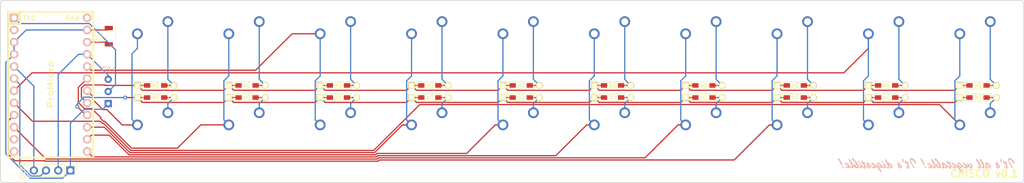
<source format=kicad_pcb>
(kicad_pcb (version 20171130) (host pcbnew 5.1.12-1.fc33)

  (general
    (thickness 1.6)
    (drawings 9)
    (tracks 304)
    (zones 0)
    (modules 45)
    (nets 43)
  )

  (page A4)
  (layers
    (0 F.Cu signal)
    (31 B.Cu signal)
    (32 B.Adhes user)
    (33 F.Adhes user)
    (34 B.Paste user)
    (35 F.Paste user)
    (36 B.SilkS user)
    (37 F.SilkS user)
    (38 B.Mask user)
    (39 F.Mask user)
    (40 Dwgs.User user)
    (41 Cmts.User user)
    (42 Eco1.User user)
    (43 Eco2.User user)
    (44 Edge.Cuts user)
    (45 Margin user)
    (46 B.CrtYd user)
    (47 F.CrtYd user)
    (48 B.Fab user)
    (49 F.Fab user)
  )

  (setup
    (last_trace_width 0.25)
    (user_trace_width 0.5)
    (trace_clearance 0.2)
    (zone_clearance 0.508)
    (zone_45_only no)
    (trace_min 0.2)
    (via_size 0.8)
    (via_drill 0.4)
    (via_min_size 0.4)
    (via_min_drill 0.3)
    (uvia_size 0.3)
    (uvia_drill 0.1)
    (uvias_allowed no)
    (uvia_min_size 0.2)
    (uvia_min_drill 0.1)
    (edge_width 0.15)
    (segment_width 0.2)
    (pcb_text_width 0.3)
    (pcb_text_size 1.5 1.5)
    (mod_edge_width 0.15)
    (mod_text_size 1 1)
    (mod_text_width 0.15)
    (pad_size 1.3 0.95)
    (pad_drill 0)
    (pad_to_mask_clearance 0.051)
    (solder_mask_min_width 0.25)
    (aux_axis_origin 0 0)
    (visible_elements 7FFFFFFF)
    (pcbplotparams
      (layerselection 0x010f0_ffffffff)
      (usegerberextensions false)
      (usegerberattributes false)
      (usegerberadvancedattributes false)
      (creategerberjobfile false)
      (excludeedgelayer true)
      (linewidth 0.100000)
      (plotframeref false)
      (viasonmask false)
      (mode 1)
      (useauxorigin false)
      (hpglpennumber 1)
      (hpglpenspeed 20)
      (hpglpendiameter 15.000000)
      (psnegative false)
      (psa4output false)
      (plotreference true)
      (plotvalue true)
      (plotinvisibletext false)
      (padsonsilk false)
      (subtractmaskfromsilk false)
      (outputformat 1)
      (mirror false)
      (drillshape 0)
      (scaleselection 1)
      (outputdirectory "gerbers/"))
  )

  (net 0 "")
  (net 1 "Net-(D1-Pad2)")
  (net 2 row0)
  (net 3 "Net-(D2-Pad2)")
  (net 4 "Net-(D3-Pad2)")
  (net 5 row1)
  (net 6 "Net-(D4-Pad2)")
  (net 7 "Net-(D5-Pad2)")
  (net 8 "Net-(D6-Pad2)")
  (net 9 GND)
  (net 10 led)
  (net 11 VCC)
  (net 12 col0)
  (net 13 col1)
  (net 14 col2)
  (net 15 "Net-(D7-Pad2)")
  (net 16 "Net-(D8-Pad2)")
  (net 17 "Net-(D9-Pad2)")
  (net 18 "Net-(D10-Pad2)")
  (net 19 "Net-(D11-Pad2)")
  (net 20 "Net-(D12-Pad2)")
  (net 21 "Net-(D13-Pad2)")
  (net 22 "Net-(D14-Pad2)")
  (net 23 "Net-(D15-Pad2)")
  (net 24 "Net-(D16-Pad2)")
  (net 25 "Net-(D17-Pad2)")
  (net 26 "Net-(D18-Pad2)")
  (net 27 "Net-(D19-Pad2)")
  (net 28 "Net-(D20-Pad2)")
  (net 29 col3)
  (net 30 col4)
  (net 31 col5)
  (net 32 col6)
  (net 33 col7)
  (net 34 col8)
  (net 35 col9)
  (net 36 "Net-(U1-Pad2)")
  (net 37 "Net-(U1-Pad11)")
  (net 38 "Net-(U1-Pad12)")
  (net 39 "Net-(U1-Pad24)")
  (net 40 sda)
  (net 41 scl)
  (net 42 rst)

  (net_class Default "これはデフォルトのネット クラスです。"
    (clearance 0.2)
    (trace_width 0.25)
    (via_dia 0.8)
    (via_drill 0.4)
    (uvia_dia 0.3)
    (uvia_drill 0.1)
    (add_net GND)
    (add_net "Net-(D1-Pad2)")
    (add_net "Net-(D10-Pad2)")
    (add_net "Net-(D11-Pad2)")
    (add_net "Net-(D12-Pad2)")
    (add_net "Net-(D13-Pad2)")
    (add_net "Net-(D14-Pad2)")
    (add_net "Net-(D15-Pad2)")
    (add_net "Net-(D16-Pad2)")
    (add_net "Net-(D17-Pad2)")
    (add_net "Net-(D18-Pad2)")
    (add_net "Net-(D19-Pad2)")
    (add_net "Net-(D2-Pad2)")
    (add_net "Net-(D20-Pad2)")
    (add_net "Net-(D3-Pad2)")
    (add_net "Net-(D4-Pad2)")
    (add_net "Net-(D5-Pad2)")
    (add_net "Net-(D6-Pad2)")
    (add_net "Net-(D7-Pad2)")
    (add_net "Net-(D8-Pad2)")
    (add_net "Net-(D9-Pad2)")
    (add_net "Net-(U1-Pad11)")
    (add_net "Net-(U1-Pad12)")
    (add_net "Net-(U1-Pad2)")
    (add_net "Net-(U1-Pad24)")
    (add_net VCC)
    (add_net col0)
    (add_net col1)
    (add_net col2)
    (add_net col3)
    (add_net col4)
    (add_net col5)
    (add_net col6)
    (add_net col7)
    (add_net col8)
    (add_net col9)
    (add_net led)
    (add_net row0)
    (add_net row1)
    (add_net rst)
    (add_net scl)
    (add_net sda)
  )

  (module Button_Switch_SMD:SW_SPST_B3U-1000P (layer F.Cu) (tedit 5A02FC95) (tstamp 61D4FB82)
    (at 42.926 76.073 90)
    (descr "Ultra-small-sized Tactile Switch with High Contact Reliability, Top-actuated Model, without Ground Terminal, without Boss")
    (tags "Tactile Switch")
    (path /61D5D662)
    (attr smd)
    (fp_text reference RST (at 0 -2.286 90) (layer F.SilkS)
      (effects (font (size 1 1) (thickness 0.15)))
    )
    (fp_text value SW_Push (at 0 2.5 90) (layer F.Fab)
      (effects (font (size 1 1) (thickness 0.15)))
    )
    (fp_circle (center 0 0) (end 0.75 0) (layer F.Fab) (width 0.1))
    (fp_line (start -1.5 1.25) (end -1.5 -1.25) (layer F.Fab) (width 0.1))
    (fp_line (start 1.5 1.25) (end -1.5 1.25) (layer F.Fab) (width 0.1))
    (fp_line (start 1.5 -1.25) (end 1.5 1.25) (layer F.Fab) (width 0.1))
    (fp_line (start -1.5 -1.25) (end 1.5 -1.25) (layer F.Fab) (width 0.1))
    (fp_line (start 1.65 -1.4) (end 1.65 -1.1) (layer F.SilkS) (width 0.12))
    (fp_line (start -1.65 -1.4) (end 1.65 -1.4) (layer F.SilkS) (width 0.12))
    (fp_line (start -1.65 -1.1) (end -1.65 -1.4) (layer F.SilkS) (width 0.12))
    (fp_line (start 1.65 1.4) (end 1.65 1.1) (layer F.SilkS) (width 0.12))
    (fp_line (start -1.65 1.4) (end 1.65 1.4) (layer F.SilkS) (width 0.12))
    (fp_line (start -1.65 1.1) (end -1.65 1.4) (layer F.SilkS) (width 0.12))
    (fp_line (start -2.4 -1.65) (end -2.4 1.65) (layer F.CrtYd) (width 0.05))
    (fp_line (start 2.4 -1.65) (end -2.4 -1.65) (layer F.CrtYd) (width 0.05))
    (fp_line (start 2.4 1.65) (end 2.4 -1.65) (layer F.CrtYd) (width 0.05))
    (fp_line (start -2.4 1.65) (end 2.4 1.65) (layer F.CrtYd) (width 0.05))
    (fp_text user %R (at 0 0.127 90) (layer F.Fab)
      (effects (font (size 1 1) (thickness 0.15)))
    )
    (pad 1 smd rect (at -1.7 0 90) (size 0.9 1.7) (layers F.Cu F.Paste F.Mask)
      (net 42 rst))
    (pad 2 smd rect (at 1.7 0 90) (size 0.9 1.7) (layers F.Cu F.Paste F.Mask)
      (net 9 GND))
    (model ${KISYS3DMOD}/Button_Switch_SMD.3dshapes/SW_SPST_B3U-1000P.wrl
      (at (xyz 0 0 0))
      (scale (xyz 1 1 1))
      (rotate (xyz 0 0 0))
    )
  )

  (module MX_Alps_Hybrid:MXOnly-1U-NoLED (layer F.Cu) (tedit 5BD3C6C7) (tstamp 5C51D76E)
    (at 71.755 97.155)
    (path /5C3932AB)
    (fp_text reference MX12 (at 0 3.175) (layer Dwgs.User)
      (effects (font (size 1 1) (thickness 0.15)))
    )
    (fp_text value MX-1U (at 0 -7.9375) (layer Dwgs.User)
      (effects (font (size 1 1) (thickness 0.15)))
    )
    (fp_line (start 5 -7) (end 7 -7) (layer Dwgs.User) (width 0.15))
    (fp_line (start 7 -7) (end 7 -5) (layer Dwgs.User) (width 0.15))
    (fp_line (start 5 7) (end 7 7) (layer Dwgs.User) (width 0.15))
    (fp_line (start 7 7) (end 7 5) (layer Dwgs.User) (width 0.15))
    (fp_line (start -7 5) (end -7 7) (layer Dwgs.User) (width 0.15))
    (fp_line (start -7 7) (end -5 7) (layer Dwgs.User) (width 0.15))
    (fp_line (start -5 -7) (end -7 -7) (layer Dwgs.User) (width 0.15))
    (fp_line (start -7 -7) (end -7 -5) (layer Dwgs.User) (width 0.15))
    (fp_line (start -9.525 -9.525) (end 9.525 -9.525) (layer Dwgs.User) (width 0.15))
    (fp_line (start 9.525 -9.525) (end 9.525 9.525) (layer Dwgs.User) (width 0.15))
    (fp_line (start 9.525 9.525) (end -9.525 9.525) (layer Dwgs.User) (width 0.15))
    (fp_line (start -9.525 9.525) (end -9.525 -9.525) (layer Dwgs.User) (width 0.15))
    (pad "" np_thru_hole circle (at 5.08 0 48.0996) (size 1.75 1.75) (drill 1.75) (layers *.Cu *.Mask))
    (pad "" np_thru_hole circle (at -5.08 0 48.0996) (size 1.75 1.75) (drill 1.75) (layers *.Cu *.Mask))
    (pad 1 thru_hole circle (at -3.81 -2.54) (size 2.25 2.25) (drill 1.47) (layers *.Cu B.Mask)
      (net 13 col1))
    (pad "" np_thru_hole circle (at 0 0) (size 3.9878 3.9878) (drill 3.9878) (layers *.Cu *.Mask))
    (pad 2 thru_hole circle (at 2.54 -5.08) (size 2.25 2.25) (drill 1.47) (layers *.Cu B.Mask)
      (net 20 "Net-(D12-Pad2)"))
  )

  (module crisco:digest (layer B.Cu) (tedit 61CB7C1A) (tstamp 61CC6377)
    (at 213.36 101.6 180)
    (fp_text reference G*** (at 0 1.27 180) (layer Dwgs.User)
      (effects (font (size 1.524 1.524) (thickness 0.3)))
    )
    (fp_text value LOGO (at 1.27 1.27 180) (layer Dwgs.User)
      (effects (font (size 1.524 1.524) (thickness 0.3)))
    )
    (fp_poly (pts (xy -6.526114 -0.884509) (xy -6.559089 -0.988182) (xy -6.724136 -1.142896) (xy -6.855298 -1.235928)
      (xy -7.097455 -1.434195) (xy -7.242688 -1.631392) (xy -7.270219 -1.794324) (xy -7.238407 -1.84788)
      (xy -7.1567 -1.82006) (xy -7.000188 -1.691509) (xy -6.814759 -1.502833) (xy -6.617579 -1.295319)
      (xy -6.462938 -1.150085) (xy -6.389167 -1.100666) (xy -6.364796 -1.1724) (xy -6.3848 -1.347897)
      (xy -6.390778 -1.375833) (xy -6.439075 -1.606997) (xy -6.468776 -1.778959) (xy -6.468907 -1.779997)
      (xy -6.529556 -1.912066) (xy -6.6696 -2.125605) (xy -6.855011 -2.376352) (xy -7.05176 -2.620043)
      (xy -7.225817 -2.812418) (xy -7.333074 -2.90404) (xy -7.428978 -2.91252) (xy -7.450667 -2.814047)
      (xy -7.392419 -2.659739) (xy -7.24698 -2.46661) (xy -7.189108 -2.407673) (xy -6.985283 -2.181565)
      (xy -6.819115 -1.94394) (xy -6.797843 -1.905) (xy -6.668136 -1.651) (xy -6.915868 -1.883833)
      (xy -7.139264 -2.062587) (xy -7.296896 -2.100928) (xy -7.415864 -2.00004) (xy -7.464785 -1.907825)
      (xy -7.559939 -1.698984) (xy -7.808133 -1.907825) (xy -8.081662 -2.078909) (xy -8.308048 -2.098187)
      (xy -8.47544 -1.964713) (xy -8.477594 -1.9613) (xy -8.633195 -1.853985) (xy -8.858905 -1.855514)
      (xy -9.09864 -1.961814) (xy -9.162014 -2.01099) (xy -9.344861 -2.101544) (xy -9.493185 -2.056845)
      (xy -9.589997 -1.910061) (xy -9.61831 -1.694362) (xy -9.561134 -1.442918) (xy -9.508012 -1.335435)
      (xy -9.365156 -1.149628) (xy -9.21743 -1.041638) (xy -9.102853 -1.02941) (xy -9.059334 -1.123669)
      (xy -9.117575 -1.26682) (xy -9.228667 -1.397) (xy -9.357175 -1.567133) (xy -9.398 -1.703798)
      (xy -9.35863 -1.815876) (xy -9.258214 -1.799816) (xy -9.123296 -1.672397) (xy -8.980418 -1.450402)
      (xy -8.972271 -1.434635) (xy -8.818266 -1.183121) (xy -8.683653 -1.042434) (xy -8.591149 -1.015249)
      (xy -8.563473 -1.104243) (xy -8.623342 -1.312091) (xy -8.66179 -1.398063) (xy -8.738975 -1.584536)
      (xy -8.758447 -1.686718) (xy -8.750684 -1.693333) (xy -8.670332 -1.636097) (xy -8.512694 -1.486984)
      (xy -8.482258 -1.455434) (xy -8.212667 -1.455434) (xy -8.156578 -1.47999) (xy -8.029856 -1.430697)
      (xy -7.89482 -1.338576) (xy -7.827904 -1.263911) (xy -7.808743 -1.146675) (xy -7.82267 -1.123774)
      (xy -7.910611 -1.136441) (xy -8.044621 -1.230694) (xy -8.165075 -1.355825) (xy -8.212667 -1.455434)
      (xy -8.482258 -1.455434) (xy -8.337424 -1.305304) (xy -8.095091 -1.070791) (xy -7.91075 -0.95919)
      (xy -7.776871 -0.94547) (xy -7.613351 -1.013658) (xy -7.597569 -1.138923) (xy -7.725258 -1.303728)
      (xy -7.895167 -1.431575) (xy -8.098309 -1.593076) (xy -8.203571 -1.737895) (xy -8.19644 -1.836496)
      (xy -8.106834 -1.86235) (xy -7.957433 -1.818768) (xy -7.760702 -1.714064) (xy -7.576004 -1.586347)
      (xy -7.462701 -1.473727) (xy -7.450667 -1.441108) (xy -7.385273 -1.34251) (xy -7.222613 -1.197407)
      (xy -7.012966 -1.04238) (xy -6.806612 -0.914012) (xy -6.653834 -0.848885) (xy -6.633631 -0.846666)
      (xy -6.526114 -0.884509)) (layer B.SilkS) (width 0.01))
    (fp_poly (pts (xy 8.636 -0.256987) (xy 8.598535 -0.367651) (xy 8.49869 -0.586514) (xy 8.355284 -0.873181)
      (xy 8.297333 -0.983852) (xy 8.14235 -1.289739) (xy 8.024647 -1.547496) (xy 7.963298 -1.714376)
      (xy 7.958666 -1.742865) (xy 8.009558 -1.850608) (xy 8.133193 -1.856005) (xy 8.286012 -1.779786)
      (xy 8.424454 -1.64268) (xy 8.500605 -1.48497) (xy 8.602177 -1.295684) (xy 8.775144 -1.130013)
      (xy 8.961684 -1.034217) (xy 9.06626 -1.03242) (xy 9.083258 -1.110393) (xy 8.985114 -1.274229)
      (xy 8.941973 -1.327768) (xy 8.774003 -1.571562) (xy 8.734328 -1.727856) (xy 8.801137 -1.787516)
      (xy 8.952616 -1.741405) (xy 9.166952 -1.580391) (xy 9.277754 -1.468389) (xy 9.553943 -1.198436)
      (xy 9.824281 -0.988302) (xy 10.049402 -0.866385) (xy 10.138833 -0.847224) (xy 10.240343 -0.884986)
      (xy 10.203923 -0.98912) (xy 10.039327 -1.143154) (xy 9.908702 -1.235928) (xy 9.666545 -1.434195)
      (xy 9.521312 -1.631392) (xy 9.493781 -1.794324) (xy 9.525593 -1.84788) (xy 9.6073 -1.82006)
      (xy 9.763812 -1.691509) (xy 9.949241 -1.502833) (xy 10.146421 -1.295319) (xy 10.301062 -1.150085)
      (xy 10.374833 -1.100666) (xy 10.399204 -1.1724) (xy 10.3792 -1.347897) (xy 10.373222 -1.375833)
      (xy 10.324925 -1.606997) (xy 10.295224 -1.778959) (xy 10.295093 -1.779997) (xy 10.234444 -1.912066)
      (xy 10.0944 -2.125605) (xy 9.908989 -2.376352) (xy 9.71224 -2.620043) (xy 9.538183 -2.812418)
      (xy 9.430926 -2.90404) (xy 9.335022 -2.91252) (xy 9.313333 -2.814047) (xy 9.371581 -2.659739)
      (xy 9.51702 -2.46661) (xy 9.574892 -2.407673) (xy 9.778717 -2.181565) (xy 9.944885 -1.94394)
      (xy 9.966157 -1.905) (xy 10.095864 -1.651) (xy 9.848132 -1.883833) (xy 9.627191 -2.061885)
      (xy 9.471575 -2.102799) (xy 9.351638 -2.009629) (xy 9.309074 -1.939374) (xy 9.21419 -1.762082)
      (xy 9.025471 -1.939374) (xy 8.821907 -2.088746) (xy 8.671018 -2.088345) (xy 8.546738 -1.938748)
      (xy 8.479136 -1.830068) (xy 8.409715 -1.820379) (xy 8.288697 -1.917352) (xy 8.211973 -1.99033)
      (xy 8.004859 -2.142212) (xy 7.86443 -2.141125) (xy 7.795661 -1.98832) (xy 7.789333 -1.884162)
      (xy 7.789333 -1.661652) (xy 7.529044 -1.910326) (xy 7.362495 -2.061424) (xy 7.266512 -2.104624)
      (xy 7.191145 -2.050982) (xy 7.148044 -1.994651) (xy 7.037831 -1.751034) (xy 7.047643 -1.698042)
      (xy 7.281333 -1.698042) (xy 7.289461 -1.803641) (xy 7.340916 -1.812921) (xy 7.476308 -1.723435)
      (xy 7.531217 -1.682989) (xy 7.709663 -1.529949) (xy 7.818619 -1.397686) (xy 7.824893 -1.38412)
      (xy 7.843822 -1.29258) (xy 7.780412 -1.284214) (xy 7.607078 -1.360434) (xy 7.531128 -1.399174)
      (xy 7.342198 -1.548779) (xy 7.281333 -1.698042) (xy 7.047643 -1.698042) (xy 7.083069 -1.506728)
      (xy 7.193796 -1.335211) (xy 7.359842 -1.178064) (xy 7.571382 -1.043417) (xy 7.77451 -0.958473)
      (xy 7.915315 -0.950438) (xy 7.933048 -0.962159) (xy 7.999467 -0.924761) (xy 8.116743 -0.772942)
      (xy 8.228379 -0.592555) (xy 8.395049 -0.334033) (xy 8.52883 -0.18987) (xy 8.613817 -0.173161)
      (xy 8.636 -0.256987)) (layer B.SilkS) (width 0.01))
    (fp_poly (pts (xy -15.953016 -0.545375) (xy -15.973599 -0.613833) (xy -16.041721 -0.765353) (xy -16.050367 -0.804333)
      (xy -16.070276 -0.966198) (xy -16.073771 -0.994833) (xy -16.156154 -1.080479) (xy -16.260321 -1.100666)
      (xy -16.425853 -1.176975) (xy -16.556654 -1.39428) (xy -16.637366 -1.609163) (xy -16.678132 -1.760198)
      (xy -16.679334 -1.77528) (xy -16.6234 -1.856061) (xy -16.485382 -1.831235) (xy -16.326167 -1.722544)
      (xy -16.211788 -1.648617) (xy -16.171334 -1.672684) (xy -16.235164 -1.788437) (xy -16.389668 -1.943597)
      (xy -16.579364 -2.092057) (xy -16.748771 -2.18771) (xy -16.807466 -2.201333) (xy -16.898044 -2.125002)
      (xy -16.951074 -1.928494) (xy -16.95132 -1.926166) (xy -16.907821 -1.601759) (xy -16.783043 -1.375833)
      (xy -16.667975 -1.197643) (xy -16.657034 -1.1164) (xy -16.717358 -1.100666) (xy -16.83289 -1.065025)
      (xy -16.848667 -1.032933) (xy -16.778491 -0.89595) (xy -16.619782 -0.78787) (xy -16.503434 -0.762)
      (xy -16.331911 -0.701204) (xy -16.256 -0.635) (xy -16.133993 -0.539412) (xy -16.014575 -0.508157)
      (xy -15.953016 -0.545375)) (layer B.SilkS) (width 0.01))
    (fp_poly (pts (xy -12.305838 -0.941674) (xy -12.293724 -1.0795) (xy -12.346346 -1.321306) (xy -12.419776 -1.479338)
      (xy -12.518022 -1.664563) (xy -12.489712 -1.755833) (xy -12.350967 -1.778) (xy -12.228183 -1.795874)
      (xy -12.252813 -1.874824) (xy -12.280503 -1.909622) (xy -12.456872 -2.072161) (xy -12.625746 -2.150501)
      (xy -12.738106 -2.122737) (xy -12.742661 -2.116137) (xy -12.761975 -1.974434) (xy -12.737744 -1.840742)
      (xy -12.714166 -1.735616) (xy -12.753388 -1.732675) (xy -12.879687 -1.839261) (xy -12.950234 -1.905)
      (xy -13.12121 -2.057958) (xy -13.219686 -2.104228) (xy -13.294684 -2.055049) (xy -13.34129 -1.994651)
      (xy -13.453315 -1.76665) (xy -13.452883 -1.762687) (xy -13.224199 -1.762687) (xy -13.176165 -1.819518)
      (xy -13.044555 -1.781151) (xy -12.884593 -1.65321) (xy -12.71425 -1.458941) (xy -12.700123 -1.439505)
      (xy -12.588625 -1.263407) (xy -12.589791 -1.197473) (xy -12.71134 -1.239003) (xy -12.92284 -1.361572)
      (xy -13.086853 -1.496886) (xy -13.190867 -1.642867) (xy -13.224199 -1.762687) (xy -13.452883 -1.762687)
      (xy -13.429813 -1.551088) (xy -13.261913 -1.32835) (xy -12.940741 -1.078824) (xy -12.921019 -1.065638)
      (xy -12.612665 -0.891886) (xy -12.408179 -0.850552) (xy -12.305838 -0.941674)) (layer B.SilkS) (width 0.01))
    (fp_poly (pts (xy -4.184349 -0.545375) (xy -4.204933 -0.613833) (xy -4.273054 -0.765353) (xy -4.2817 -0.804333)
      (xy -4.301609 -0.966198) (xy -4.305105 -0.994833) (xy -4.387488 -1.080479) (xy -4.491654 -1.100666)
      (xy -4.657186 -1.176975) (xy -4.787987 -1.39428) (xy -4.868699 -1.609163) (xy -4.909466 -1.760198)
      (xy -4.910667 -1.77528) (xy -4.860238 -1.862022) (xy -4.730908 -1.835265) (xy -4.630424 -1.762687)
      (xy -4.164866 -1.762687) (xy -4.116832 -1.819518) (xy -3.985222 -1.781151) (xy -3.825259 -1.65321)
      (xy -3.654917 -1.458941) (xy -3.64079 -1.439505) (xy -3.529292 -1.263407) (xy -3.530458 -1.197473)
      (xy -3.652007 -1.239003) (xy -3.863507 -1.361572) (xy -4.02752 -1.496886) (xy -4.131534 -1.642867)
      (xy -4.164866 -1.762687) (xy -4.630424 -1.762687) (xy -4.555614 -1.708654) (xy -4.429998 -1.576131)
      (xy -4.18895 -1.329632) (xy -3.908374 -1.104922) (xy -3.635054 -0.934374) (xy -3.415771 -0.850358)
      (xy -3.375801 -0.846666) (xy -3.265852 -0.91435) (xy -3.231289 -1.083676) (xy -3.273338 -1.304051)
      (xy -3.360443 -1.479338) (xy -3.458479 -1.66402) (xy -3.429343 -1.755742) (xy -3.280834 -1.780675)
      (xy -3.164925 -1.789561) (xy -3.160396 -1.833462) (xy -3.274757 -1.945371) (xy -3.329295 -1.993551)
      (xy -3.534867 -2.132579) (xy -3.664208 -2.132218) (xy -3.703407 -1.997141) (xy -3.683396 -1.874596)
      (xy -3.627737 -1.651) (xy -3.896887 -1.905) (xy -4.166036 -2.159) (xy -4.42233 -1.779492)
      (xy -4.672995 -1.990412) (xy -4.916889 -2.160975) (xy -5.075653 -2.187624) (xy -5.154059 -2.069942)
      (xy -5.164667 -1.947333) (xy -5.17655 -1.765038) (xy -5.231475 -1.709025) (xy -5.35836 -1.775836)
      (xy -5.518774 -1.905) (xy -5.763322 -2.072035) (xy -5.966149 -2.101282) (xy -6.177454 -1.99717)
      (xy -6.217681 -1.966644) (xy -6.408403 -1.816622) (xy -6.209873 -1.502932) (xy -6.172359 -1.455434)
      (xy -5.926667 -1.455434) (xy -5.870578 -1.47999) (xy -5.743856 -1.430697) (xy -5.60882 -1.338576)
      (xy -5.541904 -1.263911) (xy -5.522743 -1.146675) (xy -5.53667 -1.123774) (xy -5.624611 -1.136441)
      (xy -5.758621 -1.230694) (xy -5.879075 -1.355825) (xy -5.926667 -1.455434) (xy -6.172359 -1.455434)
      (xy -5.973886 -1.204145) (xy -5.721947 -1.008875) (xy -5.488233 -0.941947) (xy -5.443997 -0.946649)
      (xy -5.310236 -1.022386) (xy -5.319024 -1.155282) (xy -5.463005 -1.323743) (xy -5.609167 -1.431575)
      (xy -5.810222 -1.591309) (xy -5.916613 -1.735389) (xy -5.91343 -1.833699) (xy -5.820834 -1.859117)
      (xy -5.650575 -1.81407) (xy -5.446291 -1.705515) (xy -5.237303 -1.558898) (xy -5.052936 -1.399667)
      (xy -4.922511 -1.253269) (xy -4.875351 -1.14515) (xy -4.940781 -1.100758) (xy -4.946855 -1.100666)
      (xy -5.063537 -1.065459) (xy -5.08 -1.032933) (xy -5.009824 -0.89595) (xy -4.851116 -0.78787)
      (xy -4.734767 -0.762) (xy -4.563244 -0.701204) (xy -4.487334 -0.635) (xy -4.365326 -0.539412)
      (xy -4.245908 -0.508157) (xy -4.184349 -0.545375)) (layer B.SilkS) (width 0.01))
    (fp_poly (pts (xy 4.536318 -0.545375) (xy 4.515734 -0.613833) (xy 4.447612 -0.765353) (xy 4.438967 -0.804333)
      (xy 4.419057 -0.966198) (xy 4.415562 -0.994833) (xy 4.333179 -1.080479) (xy 4.229013 -1.100666)
      (xy 4.063481 -1.176975) (xy 3.932679 -1.39428) (xy 3.851967 -1.609163) (xy 3.811201 -1.760198)
      (xy 3.81 -1.77528) (xy 3.865933 -1.856061) (xy 4.003951 -1.831235) (xy 4.163166 -1.722544)
      (xy 4.277545 -1.648617) (xy 4.318 -1.672684) (xy 4.254169 -1.788437) (xy 4.099665 -1.943597)
      (xy 3.909969 -2.092057) (xy 3.740562 -2.18771) (xy 3.681868 -2.201333) (xy 3.591289 -2.125002)
      (xy 3.538259 -1.928494) (xy 3.538013 -1.926166) (xy 3.581513 -1.601759) (xy 3.706291 -1.375833)
      (xy 3.821358 -1.197643) (xy 3.832299 -1.1164) (xy 3.771975 -1.100666) (xy 3.656444 -1.065025)
      (xy 3.640666 -1.032933) (xy 3.710843 -0.89595) (xy 3.869551 -0.78787) (xy 3.985899 -0.762)
      (xy 4.157422 -0.701204) (xy 4.233333 -0.635) (xy 4.355341 -0.539412) (xy 4.474759 -0.508157)
      (xy 4.536318 -0.545375)) (layer B.SilkS) (width 0.01))
    (fp_poly (pts (xy 15.482044 0.026907) (xy 15.458423 -0.136846) (xy 15.330193 -0.392304) (xy 15.104647 -0.725178)
      (xy 14.789073 -1.121179) (xy 14.762745 -1.152128) (xy 14.573873 -1.392914) (xy 14.440707 -1.600257)
      (xy 14.393333 -1.723628) (xy 14.434797 -1.846902) (xy 14.531807 -1.853442) (xy 14.643294 -1.765573)
      (xy 14.728185 -1.605626) (xy 14.74463 -1.532646) (xy 14.813457 -1.362557) (xy 14.935774 -1.228513)
      (xy 15.061159 -1.176565) (xy 15.111307 -1.197752) (xy 15.120023 -1.303385) (xy 15.075131 -1.469924)
      (xy 15.031419 -1.636086) (xy 15.079497 -1.692245) (xy 15.097535 -1.693333) (xy 15.182536 -1.61925)
      (xy 15.270951 -1.432562) (xy 15.301794 -1.3335) (xy 15.357447 -1.183727) (xy 15.611221 -1.183727)
      (xy 15.61619 -1.185333) (xy 15.677211 -1.120695) (xy 15.788269 -0.959648) (xy 15.825761 -0.900173)
      (xy 15.932977 -0.700651) (xy 15.991569 -0.543424) (xy 15.996855 -0.459628) (xy 15.94415 -0.480399)
      (xy 15.876116 -0.565379) (xy 15.774307 -0.736845) (xy 15.680759 -0.933939) (xy 15.618665 -1.10134)
      (xy 15.611221 -1.183727) (xy 15.357447 -1.183727) (xy 15.404121 -1.058119) (xy 15.559497 -0.753716)
      (xy 15.738643 -0.467272) (xy 15.912281 -0.245771) (xy 16.046986 -0.137697) (xy 16.140178 -0.153684)
      (xy 16.160818 -0.28101) (xy 16.121713 -0.484769) (xy 16.035664 -0.730053) (xy 15.915477 -0.981955)
      (xy 15.773957 -1.205567) (xy 15.623906 -1.365982) (xy 15.586944 -1.391883) (xy 15.507906 -1.516491)
      (xy 15.494 -1.608666) (xy 15.530024 -1.779743) (xy 15.640482 -1.808284) (xy 15.828952 -1.693118)
      (xy 16.075788 -1.455434) (xy 16.340666 -1.455434) (xy 16.396756 -1.47999) (xy 16.523478 -1.430697)
      (xy 16.658513 -1.338576) (xy 16.725429 -1.263911) (xy 16.74459 -1.146675) (xy 16.730663 -1.123774)
      (xy 16.642723 -1.136441) (xy 16.508712 -1.230694) (xy 16.388258 -1.355825) (xy 16.340666 -1.455434)
      (xy 16.075788 -1.455434) (xy 16.099008 -1.433075) (xy 16.129056 -1.400773) (xy 16.38689 -1.138434)
      (xy 16.575066 -0.992798) (xy 16.722933 -0.943194) (xy 16.775658 -0.945365) (xy 16.939683 -1.013554)
      (xy 16.955833 -1.138754) (xy 16.828321 -1.303528) (xy 16.658166 -1.431575) (xy 16.465329 -1.579711)
      (xy 16.352665 -1.711416) (xy 16.340666 -1.749851) (xy 16.381268 -1.84525) (xy 16.516643 -1.842778)
      (xy 16.76715 -1.741572) (xy 16.789371 -1.730841) (xy 17.060333 -1.599016) (xy 16.78383 -1.857841)
      (xy 16.506358 -2.060651) (xy 16.276662 -2.102731) (xy 16.09075 -1.984575) (xy 16.062297 -1.947287)
      (xy 15.94366 -1.777909) (xy 15.790374 -1.947287) (xy 15.593323 -2.096125) (xy 15.421943 -2.077822)
      (xy 15.310293 -1.955781) (xy 15.224809 -1.860155) (xy 15.107057 -1.839998) (xy 14.917632 -1.899156)
      (xy 14.662084 -2.019016) (xy 14.471148 -2.104257) (xy 14.359215 -2.102367) (xy 14.255751 -2.005664)
      (xy 14.22779 -1.971723) (xy 14.112223 -1.845031) (xy 14.030189 -1.845366) (xy 13.924749 -1.950556)
      (xy 13.731548 -2.096819) (xy 13.567759 -2.076443) (xy 13.460147 -1.943872) (xy 13.393737 -1.838663)
      (xy 13.321557 -1.828315) (xy 13.192442 -1.919048) (xy 13.112006 -1.986205) (xy 12.867037 -2.158875)
      (xy 12.707695 -2.188704) (xy 12.627764 -2.075109) (xy 12.615333 -1.939807) (xy 12.615333 -1.67828)
      (xy 12.354837 -1.897473) (xy 12.08427 -2.073964) (xy 11.861372 -2.096362) (xy 11.664782 -1.965195)
      (xy 11.622816 -1.915623) (xy 11.464676 -1.714581) (xy 11.23095 -1.915623) (xy 10.989568 -2.07863)
      (xy 10.781897 -2.097642) (xy 10.558759 -1.976324) (xy 10.546319 -1.966644) (xy 10.355597 -1.816622)
      (xy 10.554127 -1.502932) (xy 10.591641 -1.455434) (xy 10.837333 -1.455434) (xy 10.893422 -1.47999)
      (xy 11.020144 -1.430697) (xy 11.15518 -1.338576) (xy 11.222096 -1.263911) (xy 11.241257 -1.146675)
      (xy 11.22733 -1.123774) (xy 11.139389 -1.136441) (xy 11.005379 -1.230694) (xy 10.884925 -1.355825)
      (xy 10.837333 -1.455434) (xy 10.591641 -1.455434) (xy 10.790114 -1.204145) (xy 11.042053 -1.008875)
      (xy 11.275767 -0.941947) (xy 11.320003 -0.946649) (xy 11.453764 -1.022386) (xy 11.444976 -1.155282)
      (xy 11.300995 -1.323743) (xy 11.154833 -1.431575) (xy 10.956297 -1.589551) (xy 10.847271 -1.734739)
      (xy 10.844638 -1.835423) (xy 10.925372 -1.862666) (xy 11.133246 -1.802499) (xy 11.399726 -1.644626)
      (xy 11.523443 -1.545704) (xy 11.771949 -1.545704) (xy 11.775973 -1.656324) (xy 11.789636 -1.674986)
      (xy 11.922006 -1.757638) (xy 12.031906 -1.686893) (xy 12.092643 -1.487465) (xy 12.120286 -1.252324)
      (xy 11.910405 -1.409328) (xy 11.771949 -1.545704) (xy 11.523443 -1.545704) (xy 11.676919 -1.422988)
      (xy 11.916931 -1.171526) (xy 11.937606 -1.145318) (xy 12.107839 -0.937351) (xy 12.240315 -0.798143)
      (xy 12.293603 -0.762) (xy 12.346676 -0.835977) (xy 12.40108 -1.018594) (xy 12.410568 -1.065345)
      (xy 12.423085 -1.332224) (xy 12.323762 -1.560564) (xy 12.28487 -1.615678) (xy 12.177398 -1.788899)
      (xy 12.178522 -1.857586) (xy 12.268781 -1.828001) (xy 12.42872 -1.70641) (xy 12.635409 -1.502833)
      (xy 12.817545 -1.291161) (xy 12.883127 -1.169856) (xy 12.843015 -1.117751) (xy 12.83407 -1.115625)
      (xy 12.716776 -1.059859) (xy 12.7 -1.026725) (xy 12.769734 -0.895467) (xy 12.926595 -0.789235)
      (xy 13.045233 -0.762) (xy 13.216756 -0.701204) (xy 13.292666 -0.635) (xy 13.414674 -0.539412)
      (xy 13.534092 -0.508157) (xy 13.595651 -0.545375) (xy 13.575067 -0.613833) (xy 13.506946 -0.765353)
      (xy 13.4983 -0.804333) (xy 13.478391 -0.966198) (xy 13.474895 -0.994833) (xy 13.392512 -1.080479)
      (xy 13.288346 -1.100666) (xy 13.122814 -1.176975) (xy 12.992013 -1.39428) (xy 12.911165 -1.611123)
      (xy 12.870482 -1.76595) (xy 12.869333 -1.781488) (xy 12.91659 -1.863437) (xy 13.037246 -1.831566)
      (xy 13.199628 -1.704845) (xy 13.372063 -1.502246) (xy 13.397918 -1.464878) (xy 13.589853 -1.230463)
      (xy 13.786675 -1.07157) (xy 13.95138 -1.013385) (xy 14.022193 -1.039971) (xy 13.998561 -1.122483)
      (xy 13.891295 -1.279855) (xy 13.846479 -1.33509) (xy 13.684858 -1.56136) (xy 13.633683 -1.715907)
      (xy 13.699481 -1.777692) (xy 13.709075 -1.778) (xy 13.914182 -1.723651) (xy 14.092139 -1.545634)
      (xy 14.253783 -1.243869) (xy 14.499309 -1.243869) (xy 14.507862 -1.27) (xy 14.572513 -1.208166)
      (xy 14.710182 -1.045581) (xy 14.891837 -0.81662) (xy 14.902994 -0.802179) (xy 15.083129 -0.551342)
      (xy 15.187251 -0.373032) (xy 15.212572 -0.283917) (xy 15.156301 -0.300664) (xy 15.015649 -0.439937)
      (xy 14.951127 -0.514573) (xy 14.802741 -0.7095) (xy 14.661022 -0.924919) (xy 14.551401 -1.117488)
      (xy 14.499309 -1.243869) (xy 14.253783 -1.243869) (xy 14.264064 -1.224676) (xy 14.402476 -0.973826)
      (xy 14.600879 -0.689404) (xy 14.829101 -0.40638) (xy 15.056969 -0.159724) (xy 15.254312 0.015595)
      (xy 15.390957 0.084605) (xy 15.393768 0.084667) (xy 15.482044 0.026907)) (layer B.SilkS) (width 0.01))
    (fp_poly (pts (xy -17.17297 0.018494) (xy -17.091691 -0.164412) (xy -17.100763 -0.440635) (xy -17.197846 -0.786756)
      (xy -17.380599 -1.179358) (xy -17.492167 -1.368131) (xy -17.615235 -1.577517) (xy -17.687422 -1.728245)
      (xy -17.695334 -1.760135) (xy -17.740571 -1.877857) (xy -17.80941 -1.98631) (xy -17.915048 -2.084543)
      (xy -17.98676 -2.039939) (xy -17.982501 -1.910313) (xy -17.892832 -1.706115) (xy -17.841904 -1.623053)
      (xy -17.607188 -1.239296) (xy -17.426365 -0.886227) (xy -17.308754 -0.589034) (xy -17.263674 -0.372901)
      (xy -17.300442 -0.263015) (xy -17.3355 -0.254316) (xy -17.488466 -0.29915) (xy -17.669237 -0.411849)
      (xy -17.847003 -0.561637) (xy -17.990955 -0.717734) (xy -18.07028 -0.849363) (xy -18.05417 -0.925748)
      (xy -18.015813 -0.933907) (xy -17.985149 -0.967348) (xy -18.0596 -1.025262) (xy -18.235648 -1.066142)
      (xy -18.332537 -1.014171) (xy -18.405023 -0.922143) (xy -18.386578 -0.797251) (xy -18.325067 -0.667147)
      (xy -18.172916 -0.462315) (xy -17.943129 -0.24642) (xy -17.686836 -0.058764) (xy -17.45517 0.061351)
      (xy -17.346943 0.084667) (xy -17.17297 0.018494)) (layer B.SilkS) (width 0.01))
    (fp_poly (pts (xy -14.584162 -0.833469) (xy -14.525984 -1.005025) (xy -14.514452 -1.059908) (xy -14.499709 -1.325215)
      (xy -14.591788 -1.547805) (xy -14.63913 -1.615678) (xy -14.750259 -1.792795) (xy -14.736933 -1.855111)
      (xy -14.599213 -1.802584) (xy -14.475673 -1.728082) (xy -14.381973 -1.677262) (xy -14.413802 -1.727795)
      (xy -14.542836 -1.855082) (xy -14.810992 -2.057156) (xy -15.034818 -2.104452) (xy -15.232353 -1.999623)
      (xy -15.269212 -1.961833) (xy -15.377652 -1.812693) (xy -15.409334 -1.727447) (xy -15.358321 -1.625209)
      (xy -15.302277 -1.545704) (xy -15.152051 -1.545704) (xy -15.148027 -1.656324) (xy -15.134364 -1.674986)
      (xy -15.001994 -1.757638) (xy -14.892094 -1.686893) (xy -14.831357 -1.487465) (xy -14.803714 -1.252324)
      (xy -15.013595 -1.409328) (xy -15.152051 -1.545704) (xy -15.302277 -1.545704) (xy -15.228965 -1.441705)
      (xy -15.056788 -1.221002) (xy -14.877314 -1.007165) (xy -14.726067 -0.844262) (xy -14.643739 -0.777729)
      (xy -14.584162 -0.833469)) (layer B.SilkS) (width 0.01))
    (fp_poly (pts (xy -11.191201 -0.278714) (xy -11.222395 -0.502513) (xy -11.334521 -0.79084) (xy -11.496626 -1.081119)
      (xy -11.677754 -1.310775) (xy -11.721454 -1.350616) (xy -11.830681 -1.515679) (xy -11.843271 -1.701333)
      (xy -11.763332 -1.82363) (xy -11.629505 -1.819093) (xy -11.478277 -1.685964) (xy -11.340295 -1.458027)
      (xy -11.275396 -1.285771) (xy -11.234488 -1.183727) (xy -10.974112 -1.183727) (xy -10.969144 -1.185333)
      (xy -10.908122 -1.120695) (xy -10.797065 -0.959648) (xy -10.759573 -0.900173) (xy -10.652356 -0.700651)
      (xy -10.593764 -0.543424) (xy -10.588479 -0.459628) (xy -10.641183 -0.480399) (xy -10.709217 -0.565379)
      (xy -10.811026 -0.736845) (xy -10.904575 -0.933939) (xy -10.966668 -1.10134) (xy -10.974112 -1.183727)
      (xy -11.234488 -1.183727) (xy -11.169638 -1.021962) (xy -11.012136 -0.727882) (xy -10.833155 -0.450673)
      (xy -10.66296 -0.237481) (xy -10.538348 -0.137697) (xy -10.445156 -0.153684) (xy -10.424515 -0.28101)
      (xy -10.463621 -0.484769) (xy -10.549669 -0.730053) (xy -10.669856 -0.981955) (xy -10.811377 -1.205567)
      (xy -10.961427 -1.365982) (xy -10.998389 -1.391883) (xy -11.0789 -1.523624) (xy -11.077708 -1.702311)
      (xy -11.001332 -1.82363) (xy -10.876714 -1.816872) (xy -10.761832 -1.74396) (xy -10.600469 -1.621307)
      (xy -10.541373 -1.621018) (xy -10.592459 -1.724845) (xy -10.710334 -1.862666) (xy -10.927481 -2.054706)
      (xy -11.091428 -2.103886) (xy -11.232465 -2.014666) (xy -11.285036 -1.947287) (xy -11.403674 -1.777909)
      (xy -11.556959 -1.947287) (xy -11.748579 -2.095105) (xy -11.917858 -2.077937) (xy -12.051574 -1.940809)
      (xy -12.127604 -1.767945) (xy -12.113131 -1.549967) (xy -12.089228 -1.453976) (xy -11.983582 -1.183727)
      (xy -11.736112 -1.183727) (xy -11.731144 -1.185333) (xy -11.670122 -1.120695) (xy -11.559065 -0.959648)
      (xy -11.521573 -0.900173) (xy -11.414356 -0.700651) (xy -11.355764 -0.543424) (xy -11.350479 -0.459628)
      (xy -11.403183 -0.480399) (xy -11.471217 -0.565379) (xy -11.573026 -0.736845) (xy -11.666575 -0.933939)
      (xy -11.728668 -1.10134) (xy -11.736112 -1.183727) (xy -11.983582 -1.183727) (xy -11.861869 -0.872382)
      (xy -11.534253 -0.378933) (xy -11.459874 -0.296333) (xy -11.218334 -0.042333) (xy -11.191201 -0.278714)) (layer B.SilkS) (width 0.01))
    (fp_poly (pts (xy -1.710299 0.035752) (xy -1.719709 -0.093836) (xy -1.817235 -0.310289) (xy -1.997276 -0.598258)
      (xy -2.254228 -0.942397) (xy -2.359252 -1.070832) (xy -2.564202 -1.332249) (xy -2.717142 -1.558068)
      (xy -2.791031 -1.707484) (xy -2.794 -1.726897) (xy -2.752531 -1.848321) (xy -2.655513 -1.853415)
      (xy -2.544035 -1.764896) (xy -2.459186 -1.605486) (xy -2.442703 -1.532646) (xy -2.373876 -1.362557)
      (xy -2.251559 -1.228513) (xy -2.126174 -1.176565) (xy -2.076026 -1.197752) (xy -2.06731 -1.303385)
      (xy -2.112203 -1.469924) (xy -2.155914 -1.636086) (xy -2.107836 -1.692245) (xy -2.089799 -1.693333)
      (xy -2.004798 -1.61925) (xy -1.916382 -1.432562) (xy -1.885539 -1.3335) (xy -1.829886 -1.183727)
      (xy -1.576112 -1.183727) (xy -1.571144 -1.185333) (xy -1.510122 -1.120695) (xy -1.399065 -0.959648)
      (xy -1.361573 -0.900173) (xy -1.254356 -0.700651) (xy -1.195764 -0.543424) (xy -1.190479 -0.459628)
      (xy -1.243183 -0.480399) (xy -1.311217 -0.565379) (xy -1.413026 -0.736845) (xy -1.506575 -0.933939)
      (xy -1.568668 -1.10134) (xy -1.576112 -1.183727) (xy -1.829886 -1.183727) (xy -1.783212 -1.058119)
      (xy -1.627836 -0.753716) (xy -1.44869 -0.467272) (xy -1.275052 -0.245771) (xy -1.140348 -0.137697)
      (xy -1.047156 -0.153684) (xy -1.026515 -0.28101) (xy -1.065621 -0.484769) (xy -1.151669 -0.730053)
      (xy -1.271856 -0.981955) (xy -1.413377 -1.205567) (xy -1.563427 -1.365982) (xy -1.600389 -1.391883)
      (xy -1.679427 -1.516491) (xy -1.693334 -1.608666) (xy -1.657309 -1.779743) (xy -1.546851 -1.808284)
      (xy -1.358382 -1.693118) (xy -1.111546 -1.455434) (xy -0.846667 -1.455434) (xy -0.790578 -1.47999)
      (xy -0.663856 -1.430697) (xy -0.52882 -1.338576) (xy -0.461904 -1.263911) (xy -0.442743 -1.146675)
      (xy -0.45667 -1.123774) (xy -0.544611 -1.136441) (xy -0.678621 -1.230694) (xy -0.799075 -1.355825)
      (xy -0.846667 -1.455434) (xy -1.111546 -1.455434) (xy -1.088325 -1.433075) (xy -1.058278 -1.400773)
      (xy -0.800443 -1.138434) (xy -0.612267 -0.992798) (xy -0.464401 -0.943194) (xy -0.411675 -0.945365)
      (xy -0.24765 -1.013554) (xy -0.231501 -1.138754) (xy -0.359012 -1.303528) (xy -0.529167 -1.431575)
      (xy -0.722005 -1.579711) (xy -0.834668 -1.711416) (xy -0.846667 -1.749851) (xy -0.806066 -1.84525)
      (xy -0.67069 -1.842778) (xy -0.420184 -1.741572) (xy -0.397963 -1.730841) (xy -0.127 -1.599016)
      (xy -0.403503 -1.857841) (xy -0.680975 -2.060651) (xy -0.910671 -2.102731) (xy -1.096584 -1.984575)
      (xy -1.125036 -1.947287) (xy -1.243674 -1.777909) (xy -1.396959 -1.947287) (xy -1.594464 -2.096235)
      (xy -1.76609 -2.077872) (xy -1.875202 -1.958725) (xy -2.032335 -1.846954) (xy -2.265996 -1.878255)
      (xy -2.495339 -2.002828) (xy -2.713986 -2.106142) (xy -2.882779 -2.061363) (xy -2.996002 -1.935439)
      (xy -3.064704 -1.810581) (xy -3.072336 -1.677165) (xy -3.015822 -1.47627) (xy -2.964818 -1.338074)
      (xy -2.918347 -1.243869) (xy -2.688025 -1.243869) (xy -2.679471 -1.27) (xy -2.614821 -1.208166)
      (xy -2.477151 -1.045581) (xy -2.295497 -0.81662) (xy -2.284339 -0.802179) (xy -2.104204 -0.551342)
      (xy -2.000082 -0.373032) (xy -1.974762 -0.283917) (xy -2.031033 -0.300664) (xy -2.171684 -0.439937)
      (xy -2.236206 -0.514573) (xy -2.384592 -0.7095) (xy -2.526311 -0.924919) (xy -2.635933 -1.117488)
      (xy -2.688025 -1.243869) (xy -2.918347 -1.243869) (xy -2.785985 -0.97555) (xy -2.533678 -0.598184)
      (xy -2.251325 -0.263689) (xy -1.98236 -0.029776) (xy -1.978238 -0.027059) (xy -1.794608 0.063127)
      (xy -1.710299 0.035752)) (layer B.SilkS) (width 0.01))
    (fp_poly (pts (xy 0.318086 -1.653047) (xy 0.324834 -1.818596) (xy 0.324014 -1.825743) (xy 0.267576 -2.010303)
      (xy 0.183985 -2.098197) (xy 0.105246 -2.072286) (xy 0.098499 -1.906737) (xy 0.099319 -1.899589)
      (xy 0.155756 -1.71503) (xy 0.239347 -1.627135) (xy 0.318086 -1.653047)) (layer B.SilkS) (width 0.01))
    (fp_poly (pts (xy 3.316363 0.018494) (xy 3.397643 -0.164412) (xy 3.388571 -0.440635) (xy 3.291488 -0.786756)
      (xy 3.108735 -1.179358) (xy 2.997166 -1.368131) (xy 2.874099 -1.577517) (xy 2.801911 -1.728245)
      (xy 2.794 -1.760135) (xy 2.748762 -1.877857) (xy 2.679923 -1.98631) (xy 2.574286 -2.084543)
      (xy 2.502573 -2.039939) (xy 2.506832 -1.910313) (xy 2.596501 -1.706115) (xy 2.647429 -1.623053)
      (xy 2.882146 -1.239296) (xy 3.062968 -0.886227) (xy 3.180579 -0.589034) (xy 3.225659 -0.372901)
      (xy 3.188891 -0.263015) (xy 3.153833 -0.254316) (xy 3.000867 -0.29915) (xy 2.820096 -0.411849)
      (xy 2.64233 -0.561637) (xy 2.498379 -0.717734) (xy 2.419053 -0.849363) (xy 2.435164 -0.925748)
      (xy 2.473521 -0.933907) (xy 2.504184 -0.967348) (xy 2.429733 -1.025262) (xy 2.253686 -1.066142)
      (xy 2.156796 -1.014171) (xy 2.08431 -0.922143) (xy 2.102756 -0.797251) (xy 2.164267 -0.667147)
      (xy 2.316417 -0.462315) (xy 2.546205 -0.24642) (xy 2.802497 -0.058764) (xy 3.034163 0.061351)
      (xy 3.142391 0.084667) (xy 3.316363 0.018494)) (layer B.SilkS) (width 0.01))
    (fp_poly (pts (xy 5.905171 -0.833469) (xy 5.963349 -1.005025) (xy 5.974881 -1.059908) (xy 5.989624 -1.325215)
      (xy 5.897545 -1.547805) (xy 5.850203 -1.615678) (xy 5.739074 -1.792795) (xy 5.7524 -1.855111)
      (xy 5.89012 -1.802584) (xy 6.013661 -1.728082) (xy 6.10736 -1.677262) (xy 6.075532 -1.727795)
      (xy 5.946497 -1.855082) (xy 5.678341 -2.057156) (xy 5.454516 -2.104452) (xy 5.25698 -1.999623)
      (xy 5.220122 -1.961833) (xy 5.111681 -1.812693) (xy 5.08 -1.727447) (xy 5.131012 -1.625209)
      (xy 5.187057 -1.545704) (xy 5.337283 -1.545704) (xy 5.341306 -1.656324) (xy 5.354969 -1.674986)
      (xy 5.48734 -1.757638) (xy 5.597239 -1.686893) (xy 5.657976 -1.487465) (xy 5.685619 -1.252324)
      (xy 5.475738 -1.409328) (xy 5.337283 -1.545704) (xy 5.187057 -1.545704) (xy 5.260369 -1.441705)
      (xy 5.432545 -1.221002) (xy 5.612019 -1.007165) (xy 5.763267 -0.844262) (xy 5.845594 -0.777729)
      (xy 5.905171 -0.833469)) (layer B.SilkS) (width 0.01))
    (fp_poly (pts (xy 17.50542 -1.653047) (xy 17.512167 -1.818596) (xy 17.511347 -1.825743) (xy 17.45491 -2.010303)
      (xy 17.371319 -2.098197) (xy 17.292579 -2.072286) (xy 17.285832 -1.906737) (xy 17.286652 -1.899589)
      (xy 17.343089 -1.71503) (xy 17.42668 -1.627135) (xy 17.50542 -1.653047)) (layer B.SilkS) (width 0.01))
    (fp_poly (pts (xy 1.157877 -0.034993) (xy 1.198364 -0.063831) (xy 1.196188 -0.179498) (xy 1.086832 -0.417524)
      (xy 0.873242 -0.771639) (xy 0.846213 -0.813271) (xy 0.626877 -1.148992) (xy 0.482754 -1.363758)
      (xy 0.395551 -1.47779) (xy 0.346976 -1.511309) (xy 0.318737 -1.484535) (xy 0.294601 -1.423016)
      (xy 0.31485 -1.303094) (xy 0.403027 -1.083981) (xy 0.536045 -0.809284) (xy 0.690817 -0.522605)
      (xy 0.844257 -0.267551) (xy 0.973279 -0.087725) (xy 1.030272 -0.033512) (xy 1.157877 -0.034993)) (layer B.SilkS) (width 0.01))
    (fp_poly (pts (xy 18.34521 -0.034993) (xy 18.385697 -0.063831) (xy 18.383522 -0.179498) (xy 18.274166 -0.417524)
      (xy 18.060575 -0.771639) (xy 18.033547 -0.813271) (xy 17.81421 -1.148992) (xy 17.670087 -1.363758)
      (xy 17.582884 -1.47779) (xy 17.53431 -1.511309) (xy 17.50607 -1.484535) (xy 17.481934 -1.423016)
      (xy 17.502184 -1.303094) (xy 17.59036 -1.083981) (xy 17.723378 -0.809284) (xy 17.87815 -0.522605)
      (xy 18.031591 -0.267551) (xy 18.160613 -0.087725) (xy 18.217605 -0.033512) (xy 18.34521 -0.034993)) (layer B.SilkS) (width 0.01))
    (fp_poly (pts (xy -15.541135 -0.129986) (xy -15.502127 -0.286893) (xy -15.494 -0.508) (xy -15.512309 -0.773388)
      (xy -15.559254 -0.912035) (xy -15.622862 -0.910047) (xy -15.691161 -0.753531) (xy -15.694636 -0.740833)
      (xy -15.745544 -0.446255) (xy -15.732868 -0.217639) (xy -15.66111 -0.095095) (xy -15.621 -0.084666)
      (xy -15.541135 -0.129986)) (layer B.SilkS) (width 0.01))
    (fp_poly (pts (xy 4.948198 -0.129986) (xy 4.987206 -0.286893) (xy 4.995333 -0.508) (xy 4.977024 -0.773388)
      (xy 4.93008 -0.912035) (xy 4.866472 -0.910047) (xy 4.798172 -0.753531) (xy 4.794697 -0.740833)
      (xy 4.743789 -0.446255) (xy 4.756465 -0.217639) (xy 4.828223 -0.095095) (xy 4.868333 -0.084666)
      (xy 4.948198 -0.129986)) (layer B.SilkS) (width 0.01))
    (fp_poly (pts (xy 9.357542 -0.524246) (xy 9.361311 -0.527755) (xy 9.370202 -0.630301) (xy 9.348601 -0.707548)
      (xy 9.25106 -0.822766) (xy 9.132029 -0.836096) (xy 9.061483 -0.745249) (xy 9.059333 -0.717009)
      (xy 9.118456 -0.595224) (xy 9.243847 -0.514682) (xy 9.357542 -0.524246)) (layer B.SilkS) (width 0.01))
    (fp_poly (pts (xy 14.268208 -0.524246) (xy 14.271977 -0.527755) (xy 14.280869 -0.630301) (xy 14.259267 -0.707548)
      (xy 14.161727 -0.822766) (xy 14.042695 -0.836096) (xy 13.972149 -0.745249) (xy 13.97 -0.717009)
      (xy 14.029122 -0.595224) (xy 14.154514 -0.514682) (xy 14.268208 -0.524246)) (layer B.SilkS) (width 0.01))
  )

  (module crisco:D3_TH_SMD (layer F.Cu) (tedit 61CB6AA9) (tstamp 61CB33AC)
    (at 109.855 86.36)
    (descr "Resitance 3 pas")
    (tags R)
    (path /61CC6556)
    (autoplace_cost180 10)
    (fp_text reference D4 (at 0.55 0) (layer F.Fab) hide
      (effects (font (size 0.5 0.5) (thickness 0.125)))
    )
    (fp_text value D_Small (at -0.55 0) (layer F.Fab) hide
      (effects (font (size 0.5 0.5) (thickness 0.125)))
    )
    (fp_line (start -0.4 0) (end 0.5 -0.5) (layer F.SilkS) (width 0.15))
    (fp_line (start 0.5 -0.5) (end 0.5 0.5) (layer F.SilkS) (width 0.15))
    (fp_line (start 0.5 0.5) (end -0.4 0) (layer F.SilkS) (width 0.15))
    (fp_line (start -0.5 -0.5) (end -0.5 0.5) (layer F.SilkS) (width 0.15))
    (fp_line (start 2.7 -0.75) (end -2.7 -0.75) (layer F.SilkS) (width 0.15))
    (fp_line (start -2.7 -0.75) (end -2.7 0.75) (layer F.SilkS) (width 0.15))
    (fp_line (start -2.7 0.75) (end 2.7 0.75) (layer F.SilkS) (width 0.15))
    (fp_line (start 2.7 0.75) (end 2.7 -0.75) (layer F.SilkS) (width 0.15))
    (pad 1 smd rect (at -1.775 0) (size 1.3 0.95) (layers F.Cu F.Paste F.Mask)
      (net 2 row0))
    (pad 1 thru_hole rect (at -3.81 0) (size 1.397 1.397) (drill 0.8128) (layers *.Cu *.Mask F.SilkS)
      (net 2 row0))
    (pad 2 thru_hole circle (at 3.81 0) (size 1.397 1.397) (drill 0.8128) (layers *.Cu *.Mask F.SilkS)
      (net 6 "Net-(D4-Pad2)"))
    (pad 2 smd rect (at 1.775 0) (size 1.3 0.95) (layers F.Cu F.Paste F.Mask)
      (net 6 "Net-(D4-Pad2)"))
    (model Diodes_SMD.3dshapes/SMB_Handsoldering.wrl
      (at (xyz 0 0 0))
      (scale (xyz 0.22 0.15 0.15))
      (rotate (xyz 0 0 180))
    )
  )

  (module crisco:D3_TH_SMD (layer F.Cu) (tedit 61CB6AA9) (tstamp 5C6A398A)
    (at 52.705 86.36)
    (descr "Resitance 3 pas")
    (tags R)
    (path /5C39232E)
    (autoplace_cost180 10)
    (fp_text reference D1 (at 0.55 0) (layer F.Fab) hide
      (effects (font (size 0.5 0.5) (thickness 0.125)))
    )
    (fp_text value D_Small (at -0.55 0) (layer F.Fab) hide
      (effects (font (size 0.5 0.5) (thickness 0.125)))
    )
    (fp_line (start -0.4 0) (end 0.5 -0.5) (layer F.SilkS) (width 0.15))
    (fp_line (start 0.5 -0.5) (end 0.5 0.5) (layer F.SilkS) (width 0.15))
    (fp_line (start 0.5 0.5) (end -0.4 0) (layer F.SilkS) (width 0.15))
    (fp_line (start -0.5 -0.5) (end -0.5 0.5) (layer F.SilkS) (width 0.15))
    (fp_line (start 2.7 -0.75) (end -2.7 -0.75) (layer F.SilkS) (width 0.15))
    (fp_line (start -2.7 -0.75) (end -2.7 0.75) (layer F.SilkS) (width 0.15))
    (fp_line (start -2.7 0.75) (end 2.7 0.75) (layer F.SilkS) (width 0.15))
    (fp_line (start 2.7 0.75) (end 2.7 -0.75) (layer F.SilkS) (width 0.15))
    (pad 1 smd rect (at -1.775 0) (size 1.3 0.95) (layers F.Cu F.Paste F.Mask)
      (net 2 row0))
    (pad 1 thru_hole rect (at -3.81 0) (size 1.397 1.397) (drill 0.8128) (layers *.Cu *.Mask F.SilkS)
      (net 2 row0))
    (pad 2 thru_hole circle (at 3.81 0) (size 1.397 1.397) (drill 0.8128) (layers *.Cu *.Mask F.SilkS)
      (net 1 "Net-(D1-Pad2)"))
    (pad 2 smd rect (at 1.775 0) (size 1.3 0.95) (layers F.Cu F.Paste F.Mask)
      (net 1 "Net-(D1-Pad2)"))
    (model Diodes_SMD.3dshapes/SMB_Handsoldering.wrl
      (at (xyz 0 0 0))
      (scale (xyz 0.22 0.15 0.15))
      (rotate (xyz 0 0 180))
    )
  )

  (module crisco:D3_TH_SMD (layer F.Cu) (tedit 61CB6AA9) (tstamp 5C6A3999)
    (at 71.755 86.36)
    (descr "Resitance 3 pas")
    (tags R)
    (path /5C392A69)
    (autoplace_cost180 10)
    (fp_text reference D2 (at 0.55 0) (layer F.Fab) hide
      (effects (font (size 0.5 0.5) (thickness 0.125)))
    )
    (fp_text value D_Small (at -16.154 -0.433751) (layer F.Fab) hide
      (effects (font (size 0.5 0.5) (thickness 0.125)))
    )
    (fp_line (start -0.4 0) (end 0.5 -0.5) (layer F.SilkS) (width 0.15))
    (fp_line (start 0.5 -0.5) (end 0.5 0.5) (layer F.SilkS) (width 0.15))
    (fp_line (start 0.5 0.5) (end -0.4 0) (layer F.SilkS) (width 0.15))
    (fp_line (start -0.5 -0.5) (end -0.5 0.5) (layer F.SilkS) (width 0.15))
    (fp_line (start 2.7 -0.75) (end -2.7 -0.75) (layer F.SilkS) (width 0.15))
    (fp_line (start -2.7 -0.75) (end -2.7 0.75) (layer F.SilkS) (width 0.15))
    (fp_line (start -2.7 0.75) (end 2.7 0.75) (layer F.SilkS) (width 0.15))
    (fp_line (start 2.7 0.75) (end 2.7 -0.75) (layer F.SilkS) (width 0.15))
    (pad 1 smd rect (at -1.775 0) (size 1.3 0.95) (layers F.Cu F.Paste F.Mask)
      (net 2 row0))
    (pad 1 thru_hole rect (at -3.81 0) (size 1.397 1.397) (drill 0.8128) (layers *.Cu *.Mask F.SilkS)
      (net 2 row0))
    (pad 2 thru_hole circle (at 3.81 0) (size 1.397 1.397) (drill 0.8128) (layers *.Cu *.Mask F.SilkS)
      (net 3 "Net-(D2-Pad2)"))
    (pad 2 smd rect (at 1.775 0) (size 1.3 0.95) (layers F.Cu F.Paste F.Mask)
      (net 3 "Net-(D2-Pad2)"))
    (model Diodes_SMD.3dshapes/SMB_Handsoldering.wrl
      (at (xyz 0 0 0))
      (scale (xyz 0.22 0.15 0.15))
      (rotate (xyz 0 0 180))
    )
  )

  (module crisco:D3_TH_SMD (layer F.Cu) (tedit 61CB6AA9) (tstamp 5C6A39A8)
    (at 90.805 86.36)
    (descr "Resitance 3 pas")
    (tags R)
    (path /5C392C26)
    (autoplace_cost180 10)
    (fp_text reference D3 (at 0.55 0) (layer F.Fab) hide
      (effects (font (size 0.5 0.5) (thickness 0.125)))
    )
    (fp_text value D_Small (at -0.55 0) (layer F.Fab) hide
      (effects (font (size 0.5 0.5) (thickness 0.125)))
    )
    (fp_line (start -0.4 0) (end 0.5 -0.5) (layer F.SilkS) (width 0.15))
    (fp_line (start 0.5 -0.5) (end 0.5 0.5) (layer F.SilkS) (width 0.15))
    (fp_line (start 0.5 0.5) (end -0.4 0) (layer F.SilkS) (width 0.15))
    (fp_line (start -0.5 -0.5) (end -0.5 0.5) (layer F.SilkS) (width 0.15))
    (fp_line (start 2.7 -0.75) (end -2.7 -0.75) (layer F.SilkS) (width 0.15))
    (fp_line (start -2.7 -0.75) (end -2.7 0.75) (layer F.SilkS) (width 0.15))
    (fp_line (start -2.7 0.75) (end 2.7 0.75) (layer F.SilkS) (width 0.15))
    (fp_line (start 2.7 0.75) (end 2.7 -0.75) (layer F.SilkS) (width 0.15))
    (pad 1 smd rect (at -1.775 0) (size 1.3 0.95) (layers F.Cu F.Paste F.Mask)
      (net 2 row0))
    (pad 1 thru_hole rect (at -3.81 0) (size 1.397 1.397) (drill 0.8128) (layers *.Cu *.Mask F.SilkS)
      (net 2 row0))
    (pad 2 thru_hole circle (at 3.81 0) (size 1.397 1.397) (drill 0.8128) (layers *.Cu *.Mask F.SilkS)
      (net 4 "Net-(D3-Pad2)"))
    (pad 2 smd rect (at 1.775 0) (size 1.3 0.95) (layers F.Cu F.Paste F.Mask)
      (net 4 "Net-(D3-Pad2)"))
    (model Diodes_SMD.3dshapes/SMB_Handsoldering.wrl
      (at (xyz 0 0 0))
      (scale (xyz 0.22 0.15 0.15))
      (rotate (xyz 0 0 180))
    )
  )

  (module crisco:D3_TH_SMD (layer F.Cu) (tedit 61CB6AA9) (tstamp 5C6A39B7)
    (at 52.705 88.9)
    (descr "Resitance 3 pas")
    (tags R)
    (path /5C3932A0)
    (autoplace_cost180 10)
    (fp_text reference D11 (at 0.55 0) (layer F.Fab) hide
      (effects (font (size 0.5 0.5) (thickness 0.125)))
    )
    (fp_text value D_Small (at -0.55 0) (layer F.Fab) hide
      (effects (font (size 0.5 0.5) (thickness 0.125)))
    )
    (fp_line (start -0.4 0) (end 0.5 -0.5) (layer F.SilkS) (width 0.15))
    (fp_line (start 0.5 -0.5) (end 0.5 0.5) (layer F.SilkS) (width 0.15))
    (fp_line (start 0.5 0.5) (end -0.4 0) (layer F.SilkS) (width 0.15))
    (fp_line (start -0.5 -0.5) (end -0.5 0.5) (layer F.SilkS) (width 0.15))
    (fp_line (start 2.7 -0.75) (end -2.7 -0.75) (layer F.SilkS) (width 0.15))
    (fp_line (start -2.7 -0.75) (end -2.7 0.75) (layer F.SilkS) (width 0.15))
    (fp_line (start -2.7 0.75) (end 2.7 0.75) (layer F.SilkS) (width 0.15))
    (fp_line (start 2.7 0.75) (end 2.7 -0.75) (layer F.SilkS) (width 0.15))
    (pad 1 smd rect (at -1.775 0) (size 1.3 0.95) (layers F.Cu F.Paste F.Mask)
      (net 5 row1))
    (pad 1 thru_hole rect (at -3.81 0) (size 1.397 1.397) (drill 0.8128) (layers *.Cu *.Mask F.SilkS)
      (net 5 row1))
    (pad 2 thru_hole circle (at 3.81 0) (size 1.397 1.397) (drill 0.8128) (layers *.Cu *.Mask F.SilkS)
      (net 19 "Net-(D11-Pad2)"))
    (pad 2 smd rect (at 1.775 0) (size 1.3 0.95) (layers F.Cu F.Paste F.Mask)
      (net 19 "Net-(D11-Pad2)"))
    (model Diodes_SMD.3dshapes/SMB_Handsoldering.wrl
      (at (xyz 0 0 0))
      (scale (xyz 0.22 0.15 0.15))
      (rotate (xyz 0 0 180))
    )
  )

  (module crisco:D3_TH_SMD (layer F.Cu) (tedit 61CB6AA9) (tstamp 5C6A39C6)
    (at 71.755 88.9)
    (descr "Resitance 3 pas")
    (tags R)
    (path /5C3932B2)
    (autoplace_cost180 10)
    (fp_text reference D12 (at 0.55 0) (layer F.Fab) hide
      (effects (font (size 0.5 0.5) (thickness 0.125)))
    )
    (fp_text value D_Small (at -0.55 0) (layer F.Fab) hide
      (effects (font (size 0.5 0.5) (thickness 0.125)))
    )
    (fp_line (start -0.4 0) (end 0.5 -0.5) (layer F.SilkS) (width 0.15))
    (fp_line (start 0.5 -0.5) (end 0.5 0.5) (layer F.SilkS) (width 0.15))
    (fp_line (start 0.5 0.5) (end -0.4 0) (layer F.SilkS) (width 0.15))
    (fp_line (start -0.5 -0.5) (end -0.5 0.5) (layer F.SilkS) (width 0.15))
    (fp_line (start 2.7 -0.75) (end -2.7 -0.75) (layer F.SilkS) (width 0.15))
    (fp_line (start -2.7 -0.75) (end -2.7 0.75) (layer F.SilkS) (width 0.15))
    (fp_line (start -2.7 0.75) (end 2.7 0.75) (layer F.SilkS) (width 0.15))
    (fp_line (start 2.7 0.75) (end 2.7 -0.75) (layer F.SilkS) (width 0.15))
    (pad 1 smd rect (at -1.775 0) (size 1.3 0.95) (layers F.Cu F.Paste F.Mask)
      (net 5 row1))
    (pad 1 thru_hole rect (at -3.81 0) (size 1.397 1.397) (drill 0.8128) (layers *.Cu *.Mask F.SilkS)
      (net 5 row1))
    (pad 2 thru_hole circle (at 3.81 0) (size 1.397 1.397) (drill 0.8128) (layers *.Cu *.Mask F.SilkS)
      (net 20 "Net-(D12-Pad2)"))
    (pad 2 smd rect (at 1.775 0) (size 1.3 0.95) (layers F.Cu F.Paste F.Mask)
      (net 20 "Net-(D12-Pad2)"))
    (model Diodes_SMD.3dshapes/SMB_Handsoldering.wrl
      (at (xyz 0 0 0))
      (scale (xyz 0.22 0.15 0.15))
      (rotate (xyz 0 0 180))
    )
  )

  (module crisco:D3_TH_SMD (layer F.Cu) (tedit 61CB6AA9) (tstamp 5C6A39D5)
    (at 90.805 88.9)
    (descr "Resitance 3 pas")
    (tags R)
    (path /5C3932C4)
    (autoplace_cost180 10)
    (fp_text reference D13 (at 0.55 0) (layer F.Fab) hide
      (effects (font (size 0.5 0.5) (thickness 0.125)))
    )
    (fp_text value D_Small (at -0.55 0) (layer F.Fab) hide
      (effects (font (size 0.5 0.5) (thickness 0.125)))
    )
    (fp_line (start -0.4 0) (end 0.5 -0.5) (layer F.SilkS) (width 0.15))
    (fp_line (start 0.5 -0.5) (end 0.5 0.5) (layer F.SilkS) (width 0.15))
    (fp_line (start 0.5 0.5) (end -0.4 0) (layer F.SilkS) (width 0.15))
    (fp_line (start -0.5 -0.5) (end -0.5 0.5) (layer F.SilkS) (width 0.15))
    (fp_line (start 2.7 -0.75) (end -2.7 -0.75) (layer F.SilkS) (width 0.15))
    (fp_line (start -2.7 -0.75) (end -2.7 0.75) (layer F.SilkS) (width 0.15))
    (fp_line (start -2.7 0.75) (end 2.7 0.75) (layer F.SilkS) (width 0.15))
    (fp_line (start 2.7 0.75) (end 2.7 -0.75) (layer F.SilkS) (width 0.15))
    (pad 1 smd rect (at -1.775 0) (size 1.3 0.95) (layers F.Cu F.Paste F.Mask)
      (net 5 row1))
    (pad 1 thru_hole rect (at -3.81 0) (size 1.397 1.397) (drill 0.8128) (layers *.Cu *.Mask F.SilkS)
      (net 5 row1))
    (pad 2 thru_hole circle (at 3.81 0) (size 1.397 1.397) (drill 0.8128) (layers *.Cu *.Mask F.SilkS)
      (net 21 "Net-(D13-Pad2)"))
    (pad 2 smd rect (at 1.775 0) (size 1.3 0.95) (layers F.Cu F.Paste F.Mask)
      (net 21 "Net-(D13-Pad2)"))
    (model Diodes_SMD.3dshapes/SMB_Handsoldering.wrl
      (at (xyz 0 0 0))
      (scale (xyz 0.22 0.15 0.15))
      (rotate (xyz 0 0 180))
    )
  )

  (module crisco:D3_TH_SMD (layer F.Cu) (tedit 61CB6AA9) (tstamp 61CB348F)
    (at 109.855 88.9)
    (descr "Resitance 3 pas")
    (tags R)
    (path /61CC6566)
    (autoplace_cost180 10)
    (fp_text reference D14 (at 0.55 0) (layer F.Fab) hide
      (effects (font (size 0.5 0.5) (thickness 0.125)))
    )
    (fp_text value D_Small (at -0.55 0) (layer F.Fab) hide
      (effects (font (size 0.5 0.5) (thickness 0.125)))
    )
    (fp_line (start -0.4 0) (end 0.5 -0.5) (layer F.SilkS) (width 0.15))
    (fp_line (start 0.5 -0.5) (end 0.5 0.5) (layer F.SilkS) (width 0.15))
    (fp_line (start 0.5 0.5) (end -0.4 0) (layer F.SilkS) (width 0.15))
    (fp_line (start -0.5 -0.5) (end -0.5 0.5) (layer F.SilkS) (width 0.15))
    (fp_line (start 2.7 -0.75) (end -2.7 -0.75) (layer F.SilkS) (width 0.15))
    (fp_line (start -2.7 -0.75) (end -2.7 0.75) (layer F.SilkS) (width 0.15))
    (fp_line (start -2.7 0.75) (end 2.7 0.75) (layer F.SilkS) (width 0.15))
    (fp_line (start 2.7 0.75) (end 2.7 -0.75) (layer F.SilkS) (width 0.15))
    (pad 1 smd rect (at -1.775 0) (size 1.3 0.95) (layers F.Cu F.Paste F.Mask)
      (net 5 row1))
    (pad 1 thru_hole rect (at -3.81 0) (size 1.397 1.397) (drill 0.8128) (layers *.Cu *.Mask F.SilkS)
      (net 5 row1))
    (pad 2 thru_hole circle (at 3.81 0) (size 1.397 1.397) (drill 0.8128) (layers *.Cu *.Mask F.SilkS)
      (net 22 "Net-(D14-Pad2)"))
    (pad 2 smd rect (at 1.775 0) (size 1.3 0.95) (layers F.Cu F.Paste F.Mask)
      (net 22 "Net-(D14-Pad2)"))
    (model Diodes_SMD.3dshapes/SMB_Handsoldering.wrl
      (at (xyz 0 0 0))
      (scale (xyz 0.22 0.15 0.15))
      (rotate (xyz 0 0 180))
    )
  )

  (module crisco:D3_TH_SMD (layer F.Cu) (tedit 61CB6AA9) (tstamp 61CB3448)
    (at 224.155 86.36)
    (descr "Resitance 3 pas")
    (tags R)
    (path /61CD640F)
    (autoplace_cost180 10)
    (fp_text reference D10 (at 0.55 0) (layer F.Fab) hide
      (effects (font (size 0.5 0.5) (thickness 0.125)))
    )
    (fp_text value D_Small (at -0.55 0) (layer F.Fab) hide
      (effects (font (size 0.5 0.5) (thickness 0.125)))
    )
    (fp_line (start -0.4 0) (end 0.5 -0.5) (layer F.SilkS) (width 0.15))
    (fp_line (start 0.5 -0.5) (end 0.5 0.5) (layer F.SilkS) (width 0.15))
    (fp_line (start 0.5 0.5) (end -0.4 0) (layer F.SilkS) (width 0.15))
    (fp_line (start -0.5 -0.5) (end -0.5 0.5) (layer F.SilkS) (width 0.15))
    (fp_line (start 2.7 -0.75) (end -2.7 -0.75) (layer F.SilkS) (width 0.15))
    (fp_line (start -2.7 -0.75) (end -2.7 0.75) (layer F.SilkS) (width 0.15))
    (fp_line (start -2.7 0.75) (end 2.7 0.75) (layer F.SilkS) (width 0.15))
    (fp_line (start 2.7 0.75) (end 2.7 -0.75) (layer F.SilkS) (width 0.15))
    (pad 1 smd rect (at -1.775 0) (size 1.3 0.95) (layers F.Cu F.Paste F.Mask)
      (net 2 row0))
    (pad 1 thru_hole rect (at -3.81 0) (size 1.397 1.397) (drill 0.8128) (layers *.Cu *.Mask F.SilkS)
      (net 2 row0))
    (pad 2 thru_hole circle (at 3.81 0) (size 1.397 1.397) (drill 0.8128) (layers *.Cu *.Mask F.SilkS)
      (net 18 "Net-(D10-Pad2)"))
    (pad 2 smd rect (at 1.775 0) (size 1.3 0.95) (layers F.Cu F.Paste F.Mask)
      (net 18 "Net-(D10-Pad2)"))
    (model Diodes_SMD.3dshapes/SMB_Handsoldering.wrl
      (at (xyz 0 0 0))
      (scale (xyz 0.22 0.15 0.15))
      (rotate (xyz 0 0 180))
    )
  )

  (module crisco:D3_TH_SMD (layer F.Cu) (tedit 61CB6AA9) (tstamp 61CB352B)
    (at 224.155 88.9)
    (descr "Resitance 3 pas")
    (tags R)
    (path /61CD641F)
    (autoplace_cost180 10)
    (fp_text reference D20 (at 0.55 0) (layer F.Fab) hide
      (effects (font (size 0.5 0.5) (thickness 0.125)))
    )
    (fp_text value D_Small (at -0.55 0) (layer F.Fab) hide
      (effects (font (size 0.5 0.5) (thickness 0.125)))
    )
    (fp_line (start -0.4 0) (end 0.5 -0.5) (layer F.SilkS) (width 0.15))
    (fp_line (start 0.5 -0.5) (end 0.5 0.5) (layer F.SilkS) (width 0.15))
    (fp_line (start 0.5 0.5) (end -0.4 0) (layer F.SilkS) (width 0.15))
    (fp_line (start -0.5 -0.5) (end -0.5 0.5) (layer F.SilkS) (width 0.15))
    (fp_line (start 2.7 -0.75) (end -2.7 -0.75) (layer F.SilkS) (width 0.15))
    (fp_line (start -2.7 -0.75) (end -2.7 0.75) (layer F.SilkS) (width 0.15))
    (fp_line (start -2.7 0.75) (end 2.7 0.75) (layer F.SilkS) (width 0.15))
    (fp_line (start 2.7 0.75) (end 2.7 -0.75) (layer F.SilkS) (width 0.15))
    (pad 1 smd rect (at -1.775 0) (size 1.3 0.95) (layers F.Cu F.Paste F.Mask)
      (net 5 row1))
    (pad 1 thru_hole rect (at -3.81 0) (size 1.397 1.397) (drill 0.8128) (layers *.Cu *.Mask F.SilkS)
      (net 5 row1))
    (pad 2 thru_hole circle (at 3.81 0) (size 1.397 1.397) (drill 0.8128) (layers *.Cu *.Mask F.SilkS)
      (net 28 "Net-(D20-Pad2)"))
    (pad 2 smd rect (at 1.775 0) (size 1.3 0.95) (layers F.Cu F.Paste F.Mask)
      (net 28 "Net-(D20-Pad2)"))
    (model Diodes_SMD.3dshapes/SMB_Handsoldering.wrl
      (at (xyz 0 0 0))
      (scale (xyz 0.22 0.15 0.15))
      (rotate (xyz 0 0 180))
    )
  )

  (module crisco:D3_TH_SMD (layer F.Cu) (tedit 61CB6AA9) (tstamp 61CB3511)
    (at 205.105 88.9)
    (descr "Resitance 3 pas")
    (tags R)
    (path /61CD2C92)
    (autoplace_cost180 10)
    (fp_text reference D19 (at 0.55 0) (layer F.Fab) hide
      (effects (font (size 0.5 0.5) (thickness 0.125)))
    )
    (fp_text value D_Small (at -0.55 0) (layer F.Fab) hide
      (effects (font (size 0.5 0.5) (thickness 0.125)))
    )
    (fp_line (start -0.4 0) (end 0.5 -0.5) (layer F.SilkS) (width 0.15))
    (fp_line (start 0.5 -0.5) (end 0.5 0.5) (layer F.SilkS) (width 0.15))
    (fp_line (start 0.5 0.5) (end -0.4 0) (layer F.SilkS) (width 0.15))
    (fp_line (start -0.5 -0.5) (end -0.5 0.5) (layer F.SilkS) (width 0.15))
    (fp_line (start 2.7 -0.75) (end -2.7 -0.75) (layer F.SilkS) (width 0.15))
    (fp_line (start -2.7 -0.75) (end -2.7 0.75) (layer F.SilkS) (width 0.15))
    (fp_line (start -2.7 0.75) (end 2.7 0.75) (layer F.SilkS) (width 0.15))
    (fp_line (start 2.7 0.75) (end 2.7 -0.75) (layer F.SilkS) (width 0.15))
    (pad 1 smd rect (at -1.775 0) (size 1.3 0.95) (layers F.Cu F.Paste F.Mask)
      (net 5 row1))
    (pad 1 thru_hole rect (at -3.81 0) (size 1.397 1.397) (drill 0.8128) (layers *.Cu *.Mask F.SilkS)
      (net 5 row1))
    (pad 2 thru_hole circle (at 3.81 0) (size 1.397 1.397) (drill 0.8128) (layers *.Cu *.Mask F.SilkS)
      (net 27 "Net-(D19-Pad2)"))
    (pad 2 smd rect (at 1.775 0) (size 1.3 0.95) (layers F.Cu F.Paste F.Mask)
      (net 27 "Net-(D19-Pad2)"))
    (model Diodes_SMD.3dshapes/SMB_Handsoldering.wrl
      (at (xyz 0 0 0))
      (scale (xyz 0.22 0.15 0.15))
      (rotate (xyz 0 0 180))
    )
  )

  (module crisco:D3_TH_SMD (layer F.Cu) (tedit 61CB6AA9) (tstamp 61CB34F7)
    (at 186.055 88.9)
    (descr "Resitance 3 pas")
    (tags R)
    (path /61CCFD2A)
    (autoplace_cost180 10)
    (fp_text reference D18 (at 0.55 0) (layer F.Fab) hide
      (effects (font (size 0.5 0.5) (thickness 0.125)))
    )
    (fp_text value D_Small (at -0.55 0) (layer F.Fab) hide
      (effects (font (size 0.5 0.5) (thickness 0.125)))
    )
    (fp_line (start -0.4 0) (end 0.5 -0.5) (layer F.SilkS) (width 0.15))
    (fp_line (start 0.5 -0.5) (end 0.5 0.5) (layer F.SilkS) (width 0.15))
    (fp_line (start 0.5 0.5) (end -0.4 0) (layer F.SilkS) (width 0.15))
    (fp_line (start -0.5 -0.5) (end -0.5 0.5) (layer F.SilkS) (width 0.15))
    (fp_line (start 2.7 -0.75) (end -2.7 -0.75) (layer F.SilkS) (width 0.15))
    (fp_line (start -2.7 -0.75) (end -2.7 0.75) (layer F.SilkS) (width 0.15))
    (fp_line (start -2.7 0.75) (end 2.7 0.75) (layer F.SilkS) (width 0.15))
    (fp_line (start 2.7 0.75) (end 2.7 -0.75) (layer F.SilkS) (width 0.15))
    (pad 1 smd rect (at -1.775 0) (size 1.3 0.95) (layers F.Cu F.Paste F.Mask)
      (net 5 row1))
    (pad 1 thru_hole rect (at -3.81 0) (size 1.397 1.397) (drill 0.8128) (layers *.Cu *.Mask F.SilkS)
      (net 5 row1))
    (pad 2 thru_hole circle (at 3.81 0) (size 1.397 1.397) (drill 0.8128) (layers *.Cu *.Mask F.SilkS)
      (net 26 "Net-(D18-Pad2)"))
    (pad 2 smd rect (at 1.775 0) (size 1.3 0.95) (layers F.Cu F.Paste F.Mask)
      (net 26 "Net-(D18-Pad2)"))
    (model Diodes_SMD.3dshapes/SMB_Handsoldering.wrl
      (at (xyz 0 0 0))
      (scale (xyz 0.22 0.15 0.15))
      (rotate (xyz 0 0 180))
    )
  )

  (module crisco:D3_TH_SMD (layer F.Cu) (tedit 61CB6AA9) (tstamp 61CB34DD)
    (at 167.005 88.9)
    (descr "Resitance 3 pas")
    (tags R)
    (path /61CCD249)
    (autoplace_cost180 10)
    (fp_text reference D17 (at 0.55 0) (layer F.Fab) hide
      (effects (font (size 0.5 0.5) (thickness 0.125)))
    )
    (fp_text value D_Small (at -0.55 0) (layer F.Fab) hide
      (effects (font (size 0.5 0.5) (thickness 0.125)))
    )
    (fp_line (start -0.4 0) (end 0.5 -0.5) (layer F.SilkS) (width 0.15))
    (fp_line (start 0.5 -0.5) (end 0.5 0.5) (layer F.SilkS) (width 0.15))
    (fp_line (start 0.5 0.5) (end -0.4 0) (layer F.SilkS) (width 0.15))
    (fp_line (start -0.5 -0.5) (end -0.5 0.5) (layer F.SilkS) (width 0.15))
    (fp_line (start 2.7 -0.75) (end -2.7 -0.75) (layer F.SilkS) (width 0.15))
    (fp_line (start -2.7 -0.75) (end -2.7 0.75) (layer F.SilkS) (width 0.15))
    (fp_line (start -2.7 0.75) (end 2.7 0.75) (layer F.SilkS) (width 0.15))
    (fp_line (start 2.7 0.75) (end 2.7 -0.75) (layer F.SilkS) (width 0.15))
    (pad 1 smd rect (at -1.775 0) (size 1.3 0.95) (layers F.Cu F.Paste F.Mask)
      (net 5 row1))
    (pad 1 thru_hole rect (at -3.81 0) (size 1.397 1.397) (drill 0.8128) (layers *.Cu *.Mask F.SilkS)
      (net 5 row1))
    (pad 2 thru_hole circle (at 3.81 0) (size 1.397 1.397) (drill 0.8128) (layers *.Cu *.Mask F.SilkS)
      (net 25 "Net-(D17-Pad2)"))
    (pad 2 smd rect (at 1.775 0) (size 1.3 0.95) (layers F.Cu F.Paste F.Mask)
      (net 25 "Net-(D17-Pad2)"))
    (model Diodes_SMD.3dshapes/SMB_Handsoldering.wrl
      (at (xyz 0 0 0))
      (scale (xyz 0.22 0.15 0.15))
      (rotate (xyz 0 0 180))
    )
  )

  (module crisco:D3_TH_SMD (layer F.Cu) (tedit 61CB6AA9) (tstamp 61CB34C3)
    (at 147.955 88.9)
    (descr "Resitance 3 pas")
    (tags R)
    (path /61CCAACD)
    (autoplace_cost180 10)
    (fp_text reference D16 (at 0.55 0) (layer F.Fab) hide
      (effects (font (size 0.5 0.5) (thickness 0.125)))
    )
    (fp_text value D_Small (at -0.55 0) (layer F.Fab) hide
      (effects (font (size 0.5 0.5) (thickness 0.125)))
    )
    (fp_line (start -0.4 0) (end 0.5 -0.5) (layer F.SilkS) (width 0.15))
    (fp_line (start 0.5 -0.5) (end 0.5 0.5) (layer F.SilkS) (width 0.15))
    (fp_line (start 0.5 0.5) (end -0.4 0) (layer F.SilkS) (width 0.15))
    (fp_line (start -0.5 -0.5) (end -0.5 0.5) (layer F.SilkS) (width 0.15))
    (fp_line (start 2.7 -0.75) (end -2.7 -0.75) (layer F.SilkS) (width 0.15))
    (fp_line (start -2.7 -0.75) (end -2.7 0.75) (layer F.SilkS) (width 0.15))
    (fp_line (start -2.7 0.75) (end 2.7 0.75) (layer F.SilkS) (width 0.15))
    (fp_line (start 2.7 0.75) (end 2.7 -0.75) (layer F.SilkS) (width 0.15))
    (pad 1 smd rect (at -1.775 0) (size 1.3 0.95) (layers F.Cu F.Paste F.Mask)
      (net 5 row1))
    (pad 1 thru_hole rect (at -3.81 0) (size 1.397 1.397) (drill 0.8128) (layers *.Cu *.Mask F.SilkS)
      (net 5 row1))
    (pad 2 thru_hole circle (at 3.81 0) (size 1.397 1.397) (drill 0.8128) (layers *.Cu *.Mask F.SilkS)
      (net 24 "Net-(D16-Pad2)"))
    (pad 2 smd rect (at 1.775 0) (size 1.3 0.95) (layers F.Cu F.Paste F.Mask)
      (net 24 "Net-(D16-Pad2)"))
    (model Diodes_SMD.3dshapes/SMB_Handsoldering.wrl
      (at (xyz 0 0 0))
      (scale (xyz 0.22 0.15 0.15))
      (rotate (xyz 0 0 180))
    )
  )

  (module crisco:D3_TH_SMD (layer F.Cu) (tedit 61CB6AA9) (tstamp 61CB34A9)
    (at 128.905 88.9)
    (descr "Resitance 3 pas")
    (tags R)
    (path /61CC85E0)
    (autoplace_cost180 10)
    (fp_text reference D15 (at 0.55 0) (layer F.Fab) hide
      (effects (font (size 0.5 0.5) (thickness 0.125)))
    )
    (fp_text value D_Small (at -0.55 0) (layer F.Fab) hide
      (effects (font (size 0.5 0.5) (thickness 0.125)))
    )
    (fp_line (start -0.4 0) (end 0.5 -0.5) (layer F.SilkS) (width 0.15))
    (fp_line (start 0.5 -0.5) (end 0.5 0.5) (layer F.SilkS) (width 0.15))
    (fp_line (start 0.5 0.5) (end -0.4 0) (layer F.SilkS) (width 0.15))
    (fp_line (start -0.5 -0.5) (end -0.5 0.5) (layer F.SilkS) (width 0.15))
    (fp_line (start 2.7 -0.75) (end -2.7 -0.75) (layer F.SilkS) (width 0.15))
    (fp_line (start -2.7 -0.75) (end -2.7 0.75) (layer F.SilkS) (width 0.15))
    (fp_line (start -2.7 0.75) (end 2.7 0.75) (layer F.SilkS) (width 0.15))
    (fp_line (start 2.7 0.75) (end 2.7 -0.75) (layer F.SilkS) (width 0.15))
    (pad 1 smd rect (at -1.775 0) (size 1.3 0.95) (layers F.Cu F.Paste F.Mask)
      (net 5 row1))
    (pad 1 thru_hole rect (at -3.81 0) (size 1.397 1.397) (drill 0.8128) (layers *.Cu *.Mask F.SilkS)
      (net 5 row1))
    (pad 2 thru_hole circle (at 3.81 0) (size 1.397 1.397) (drill 0.8128) (layers *.Cu *.Mask F.SilkS)
      (net 23 "Net-(D15-Pad2)"))
    (pad 2 smd rect (at 1.775 0) (size 1.3 0.95) (layers F.Cu F.Paste F.Mask)
      (net 23 "Net-(D15-Pad2)"))
    (model Diodes_SMD.3dshapes/SMB_Handsoldering.wrl
      (at (xyz 0 0 0))
      (scale (xyz 0.22 0.15 0.15))
      (rotate (xyz 0 0 180))
    )
  )

  (module crisco:D3_TH_SMD (layer F.Cu) (tedit 61CB6AA9) (tstamp 61CB342E)
    (at 205.105 86.36)
    (descr "Resitance 3 pas")
    (tags R)
    (path /61CD2C82)
    (autoplace_cost180 10)
    (fp_text reference D9 (at 0.55 0) (layer F.Fab) hide
      (effects (font (size 0.5 0.5) (thickness 0.125)))
    )
    (fp_text value D_Small (at -0.55 0) (layer F.Fab) hide
      (effects (font (size 0.5 0.5) (thickness 0.125)))
    )
    (fp_line (start -0.4 0) (end 0.5 -0.5) (layer F.SilkS) (width 0.15))
    (fp_line (start 0.5 -0.5) (end 0.5 0.5) (layer F.SilkS) (width 0.15))
    (fp_line (start 0.5 0.5) (end -0.4 0) (layer F.SilkS) (width 0.15))
    (fp_line (start -0.5 -0.5) (end -0.5 0.5) (layer F.SilkS) (width 0.15))
    (fp_line (start 2.7 -0.75) (end -2.7 -0.75) (layer F.SilkS) (width 0.15))
    (fp_line (start -2.7 -0.75) (end -2.7 0.75) (layer F.SilkS) (width 0.15))
    (fp_line (start -2.7 0.75) (end 2.7 0.75) (layer F.SilkS) (width 0.15))
    (fp_line (start 2.7 0.75) (end 2.7 -0.75) (layer F.SilkS) (width 0.15))
    (pad 1 smd rect (at -1.775 0) (size 1.3 0.95) (layers F.Cu F.Paste F.Mask)
      (net 2 row0))
    (pad 1 thru_hole rect (at -3.81 0) (size 1.397 1.397) (drill 0.8128) (layers *.Cu *.Mask F.SilkS)
      (net 2 row0))
    (pad 2 thru_hole circle (at 3.81 0) (size 1.397 1.397) (drill 0.8128) (layers *.Cu *.Mask F.SilkS)
      (net 17 "Net-(D9-Pad2)"))
    (pad 2 smd rect (at 1.775 0) (size 1.3 0.95) (layers F.Cu F.Paste F.Mask)
      (net 17 "Net-(D9-Pad2)"))
    (model Diodes_SMD.3dshapes/SMB_Handsoldering.wrl
      (at (xyz 0 0 0))
      (scale (xyz 0.22 0.15 0.15))
      (rotate (xyz 0 0 180))
    )
  )

  (module crisco:D3_TH_SMD (layer F.Cu) (tedit 61CB6AA9) (tstamp 61CB3414)
    (at 186.055 86.36)
    (descr "Resitance 3 pas")
    (tags R)
    (path /61CCFD1A)
    (autoplace_cost180 10)
    (fp_text reference D8 (at 0.55 0) (layer F.Fab) hide
      (effects (font (size 0.5 0.5) (thickness 0.125)))
    )
    (fp_text value D_Small (at -0.55 0) (layer F.Fab) hide
      (effects (font (size 0.5 0.5) (thickness 0.125)))
    )
    (fp_line (start -0.4 0) (end 0.5 -0.5) (layer F.SilkS) (width 0.15))
    (fp_line (start 0.5 -0.5) (end 0.5 0.5) (layer F.SilkS) (width 0.15))
    (fp_line (start 0.5 0.5) (end -0.4 0) (layer F.SilkS) (width 0.15))
    (fp_line (start -0.5 -0.5) (end -0.5 0.5) (layer F.SilkS) (width 0.15))
    (fp_line (start 2.7 -0.75) (end -2.7 -0.75) (layer F.SilkS) (width 0.15))
    (fp_line (start -2.7 -0.75) (end -2.7 0.75) (layer F.SilkS) (width 0.15))
    (fp_line (start -2.7 0.75) (end 2.7 0.75) (layer F.SilkS) (width 0.15))
    (fp_line (start 2.7 0.75) (end 2.7 -0.75) (layer F.SilkS) (width 0.15))
    (pad 1 smd rect (at -1.775 0) (size 1.3 0.95) (layers F.Cu F.Paste F.Mask)
      (net 2 row0))
    (pad 1 thru_hole rect (at -3.81 0) (size 1.397 1.397) (drill 0.8128) (layers *.Cu *.Mask F.SilkS)
      (net 2 row0))
    (pad 2 thru_hole circle (at 3.81 0) (size 1.397 1.397) (drill 0.8128) (layers *.Cu *.Mask F.SilkS)
      (net 16 "Net-(D8-Pad2)"))
    (pad 2 smd rect (at 1.775 0) (size 1.3 0.95) (layers F.Cu F.Paste F.Mask)
      (net 16 "Net-(D8-Pad2)"))
    (model Diodes_SMD.3dshapes/SMB_Handsoldering.wrl
      (at (xyz 0 0 0))
      (scale (xyz 0.22 0.15 0.15))
      (rotate (xyz 0 0 180))
    )
  )

  (module crisco:D3_TH_SMD (layer F.Cu) (tedit 61CB6AA9) (tstamp 61CB33FA)
    (at 167.005 86.36)
    (descr "Resitance 3 pas")
    (tags R)
    (path /61CCD239)
    (autoplace_cost180 10)
    (fp_text reference D7 (at 0.55 0) (layer F.Fab) hide
      (effects (font (size 0.5 0.5) (thickness 0.125)))
    )
    (fp_text value D_Small (at -0.55 0) (layer F.Fab) hide
      (effects (font (size 0.5 0.5) (thickness 0.125)))
    )
    (fp_line (start -0.4 0) (end 0.5 -0.5) (layer F.SilkS) (width 0.15))
    (fp_line (start 0.5 -0.5) (end 0.5 0.5) (layer F.SilkS) (width 0.15))
    (fp_line (start 0.5 0.5) (end -0.4 0) (layer F.SilkS) (width 0.15))
    (fp_line (start -0.5 -0.5) (end -0.5 0.5) (layer F.SilkS) (width 0.15))
    (fp_line (start 2.7 -0.75) (end -2.7 -0.75) (layer F.SilkS) (width 0.15))
    (fp_line (start -2.7 -0.75) (end -2.7 0.75) (layer F.SilkS) (width 0.15))
    (fp_line (start -2.7 0.75) (end 2.7 0.75) (layer F.SilkS) (width 0.15))
    (fp_line (start 2.7 0.75) (end 2.7 -0.75) (layer F.SilkS) (width 0.15))
    (pad 1 smd rect (at -1.775 0) (size 1.3 0.95) (layers F.Cu F.Paste F.Mask)
      (net 2 row0))
    (pad 1 thru_hole rect (at -3.81 0) (size 1.397 1.397) (drill 0.8128) (layers *.Cu *.Mask F.SilkS)
      (net 2 row0))
    (pad 2 thru_hole circle (at 3.81 0) (size 1.397 1.397) (drill 0.8128) (layers *.Cu *.Mask F.SilkS)
      (net 15 "Net-(D7-Pad2)"))
    (pad 2 smd rect (at 1.775 0) (size 1.3 0.95) (layers F.Cu F.Paste F.Mask)
      (net 15 "Net-(D7-Pad2)"))
    (model Diodes_SMD.3dshapes/SMB_Handsoldering.wrl
      (at (xyz 0 0 0))
      (scale (xyz 0.22 0.15 0.15))
      (rotate (xyz 0 0 180))
    )
  )

  (module crisco:D3_TH_SMD (layer F.Cu) (tedit 61CB6AA9) (tstamp 61CB33E0)
    (at 147.955 86.36)
    (descr "Resitance 3 pas")
    (tags R)
    (path /61CCAABD)
    (autoplace_cost180 10)
    (fp_text reference D6 (at 0.55 0) (layer F.Fab) hide
      (effects (font (size 0.5 0.5) (thickness 0.125)))
    )
    (fp_text value D_Small (at -0.55 0) (layer F.Fab) hide
      (effects (font (size 0.5 0.5) (thickness 0.125)))
    )
    (fp_line (start -0.4 0) (end 0.5 -0.5) (layer F.SilkS) (width 0.15))
    (fp_line (start 0.5 -0.5) (end 0.5 0.5) (layer F.SilkS) (width 0.15))
    (fp_line (start 0.5 0.5) (end -0.4 0) (layer F.SilkS) (width 0.15))
    (fp_line (start -0.5 -0.5) (end -0.5 0.5) (layer F.SilkS) (width 0.15))
    (fp_line (start 2.7 -0.75) (end -2.7 -0.75) (layer F.SilkS) (width 0.15))
    (fp_line (start -2.7 -0.75) (end -2.7 0.75) (layer F.SilkS) (width 0.15))
    (fp_line (start -2.7 0.75) (end 2.7 0.75) (layer F.SilkS) (width 0.15))
    (fp_line (start 2.7 0.75) (end 2.7 -0.75) (layer F.SilkS) (width 0.15))
    (pad 1 smd rect (at -1.775 0) (size 1.3 0.95) (layers F.Cu F.Paste F.Mask)
      (net 2 row0))
    (pad 1 thru_hole rect (at -3.81 0) (size 1.397 1.397) (drill 0.8128) (layers *.Cu *.Mask F.SilkS)
      (net 2 row0))
    (pad 2 thru_hole circle (at 3.81 0) (size 1.397 1.397) (drill 0.8128) (layers *.Cu *.Mask F.SilkS)
      (net 8 "Net-(D6-Pad2)"))
    (pad 2 smd rect (at 1.775 0) (size 1.3 0.95) (layers F.Cu F.Paste F.Mask)
      (net 8 "Net-(D6-Pad2)"))
    (model Diodes_SMD.3dshapes/SMB_Handsoldering.wrl
      (at (xyz 0 0 0))
      (scale (xyz 0.22 0.15 0.15))
      (rotate (xyz 0 0 180))
    )
  )

  (module crisco:D3_TH_SMD (layer F.Cu) (tedit 61CB6AA9) (tstamp 61CB33C6)
    (at 128.905 86.36)
    (descr "Resitance 3 pas")
    (tags R)
    (path /61CC85D0)
    (autoplace_cost180 10)
    (fp_text reference D5 (at 0.55 0) (layer F.Fab) hide
      (effects (font (size 0.5 0.5) (thickness 0.125)))
    )
    (fp_text value D_Small (at -0.55 0) (layer F.Fab) hide
      (effects (font (size 0.5 0.5) (thickness 0.125)))
    )
    (fp_line (start -0.4 0) (end 0.5 -0.5) (layer F.SilkS) (width 0.15))
    (fp_line (start 0.5 -0.5) (end 0.5 0.5) (layer F.SilkS) (width 0.15))
    (fp_line (start 0.5 0.5) (end -0.4 0) (layer F.SilkS) (width 0.15))
    (fp_line (start -0.5 -0.5) (end -0.5 0.5) (layer F.SilkS) (width 0.15))
    (fp_line (start 2.7 -0.75) (end -2.7 -0.75) (layer F.SilkS) (width 0.15))
    (fp_line (start -2.7 -0.75) (end -2.7 0.75) (layer F.SilkS) (width 0.15))
    (fp_line (start -2.7 0.75) (end 2.7 0.75) (layer F.SilkS) (width 0.15))
    (fp_line (start 2.7 0.75) (end 2.7 -0.75) (layer F.SilkS) (width 0.15))
    (pad 1 smd rect (at -1.775 0) (size 1.3 0.95) (layers F.Cu F.Paste F.Mask)
      (net 2 row0))
    (pad 1 thru_hole rect (at -3.81 0) (size 1.397 1.397) (drill 0.8128) (layers *.Cu *.Mask F.SilkS)
      (net 2 row0))
    (pad 2 thru_hole circle (at 3.81 0) (size 1.397 1.397) (drill 0.8128) (layers *.Cu *.Mask F.SilkS)
      (net 7 "Net-(D5-Pad2)"))
    (pad 2 smd rect (at 1.775 0) (size 1.3 0.95) (layers F.Cu F.Paste F.Mask)
      (net 7 "Net-(D5-Pad2)"))
    (model Diodes_SMD.3dshapes/SMB_Handsoldering.wrl
      (at (xyz 0 0 0))
      (scale (xyz 0.22 0.15 0.15))
      (rotate (xyz 0 0 180))
    )
  )

  (module Connector_PinHeader_2.54mm:PinHeader_1x04_P2.54mm_Vertical (layer F.Cu) (tedit 59FED5CC) (tstamp 61CB81AE)
    (at 34.925 104.14 270)
    (descr "Through hole straight pin header, 1x04, 2.54mm pitch, single row")
    (tags "Through hole pin header THT 1x04 2.54mm single row")
    (path /61CC6089)
    (fp_text reference J2 (at 0 -2.33 90) (layer F.SilkS) hide
      (effects (font (size 1 1) (thickness 0.15)))
    )
    (fp_text value OLED (at 0 9.906 90) (layer F.SilkS)
      (effects (font (size 1 1) (thickness 0.15)))
    )
    (fp_line (start 1.8 -1.8) (end -1.8 -1.8) (layer F.CrtYd) (width 0.05))
    (fp_line (start 1.8 9.4) (end 1.8 -1.8) (layer F.CrtYd) (width 0.05))
    (fp_line (start -1.8 9.4) (end 1.8 9.4) (layer F.CrtYd) (width 0.05))
    (fp_line (start -1.8 -1.8) (end -1.8 9.4) (layer F.CrtYd) (width 0.05))
    (fp_line (start -1.33 -1.33) (end 0 -1.33) (layer F.SilkS) (width 0.12))
    (fp_line (start -1.33 0) (end -1.33 -1.33) (layer F.SilkS) (width 0.12))
    (fp_line (start -1.33 1.27) (end 1.33 1.27) (layer F.SilkS) (width 0.12))
    (fp_line (start 1.33 1.27) (end 1.33 8.95) (layer F.SilkS) (width 0.12))
    (fp_line (start -1.33 1.27) (end -1.33 8.95) (layer F.SilkS) (width 0.12))
    (fp_line (start -1.33 8.95) (end 1.33 8.95) (layer F.SilkS) (width 0.12))
    (fp_line (start -1.27 -0.635) (end -0.635 -1.27) (layer F.Fab) (width 0.1))
    (fp_line (start -1.27 8.89) (end -1.27 -0.635) (layer F.Fab) (width 0.1))
    (fp_line (start 1.27 8.89) (end -1.27 8.89) (layer F.Fab) (width 0.1))
    (fp_line (start 1.27 -1.27) (end 1.27 8.89) (layer F.Fab) (width 0.1))
    (fp_line (start -0.635 -1.27) (end 1.27 -1.27) (layer F.Fab) (width 0.1))
    (fp_text user %R (at 0 3.81) (layer F.Fab)
      (effects (font (size 1 1) (thickness 0.15)))
    )
    (pad 4 thru_hole oval (at 0 7.62 270) (size 1.7 1.7) (drill 1) (layers *.Cu *.Mask)
      (net 40 sda))
    (pad 3 thru_hole oval (at 0 5.08 270) (size 1.7 1.7) (drill 1) (layers *.Cu *.Mask)
      (net 41 scl))
    (pad 2 thru_hole oval (at 0 2.54 270) (size 1.7 1.7) (drill 1) (layers *.Cu *.Mask)
      (net 11 VCC))
    (pad 1 thru_hole rect (at 0 0 270) (size 1.7 1.7) (drill 1) (layers *.Cu *.Mask)
      (net 9 GND))
    (model ${KISYS3DMOD}/Connector_PinHeader_2.54mm.3dshapes/PinHeader_1x04_P2.54mm_Vertical.wrl
      (at (xyz 0 0 0))
      (scale (xyz 1 1 1))
      (rotate (xyz 0 0 0))
    )
  )

  (module Keebio-Parts:ArduinoProMicro-TopSide (layer F.Cu) (tedit 5C39BFCE) (tstamp 5C51D7B6)
    (at 30.7975 86.20125 270)
    (path /5C3920CC)
    (fp_text reference U1 (at 0.15875 0.3175 270) (layer F.SilkS) hide
      (effects (font (size 1.27 1.524) (thickness 0.2032)))
    )
    (fp_text value ProMicro (at 0 0 270) (layer F.SilkS)
      (effects (font (size 1.27 1.524) (thickness 0.2032)))
    )
    (fp_line (start -12.7 6.35) (end -12.7 8.89) (layer F.SilkS) (width 0.381))
    (fp_line (start -15.24 6.35) (end -12.7 6.35) (layer F.SilkS) (width 0.381))
    (fp_line (start 15.24 -8.89) (end -15.24 -8.89) (layer F.SilkS) (width 0.381))
    (fp_line (start 15.24 8.89) (end 15.24 -8.89) (layer F.SilkS) (width 0.381))
    (fp_line (start -15.24 8.89) (end 15.24 8.89) (layer F.SilkS) (width 0.381))
    (fp_line (start -15.24 -8.89) (end -15.24 8.89) (layer F.SilkS) (width 0.381))
    (fp_text user RAW (at -13.9 -4.6) (layer F.SilkS)
      (effects (font (size 1 1) (thickness 0.15)))
    )
    (fp_text user TX0 (at -13.9 4.5) (layer F.SilkS)
      (effects (font (size 1 1) (thickness 0.15)))
    )
    (pad 1 thru_hole rect (at -13.97 7.62 270) (size 1.7526 1.7526) (drill 1.0922) (layers *.Cu *.SilkS *.Mask)
      (net 10 led))
    (pad 2 thru_hole circle (at -11.43 7.62 270) (size 1.7526 1.7526) (drill 1.0922) (layers *.Cu *.SilkS *.Mask)
      (net 36 "Net-(U1-Pad2)"))
    (pad 3 thru_hole circle (at -8.89 7.62 270) (size 1.7526 1.7526) (drill 1.0922) (layers *.Cu *.SilkS *.Mask)
      (net 9 GND))
    (pad 4 thru_hole circle (at -6.35 7.62 270) (size 1.7526 1.7526) (drill 1.0922) (layers *.Cu *.SilkS *.Mask)
      (net 9 GND))
    (pad 5 thru_hole circle (at -3.81 7.62 270) (size 1.7526 1.7526) (drill 1.0922) (layers *.Cu *.SilkS *.Mask)
      (net 40 sda))
    (pad 6 thru_hole circle (at -1.27 7.62 270) (size 1.7526 1.7526) (drill 1.0922) (layers *.Cu *.SilkS *.Mask)
      (net 41 scl))
    (pad 7 thru_hole circle (at 1.27 7.62 270) (size 1.7526 1.7526) (drill 1.0922) (layers *.Cu *.SilkS *.Mask)
      (net 34 col8))
    (pad 8 thru_hole circle (at 3.81 7.62 270) (size 1.7526 1.7526) (drill 1.0922) (layers *.Cu *.SilkS *.Mask)
      (net 35 col9))
    (pad 9 thru_hole circle (at 6.35 7.62 270) (size 1.7526 1.7526) (drill 1.0922) (layers *.Cu *.SilkS *.Mask)
      (net 33 col7))
    (pad 10 thru_hole circle (at 8.89 7.62 270) (size 1.7526 1.7526) (drill 1.0922) (layers *.Cu *.SilkS *.Mask)
      (net 32 col6))
    (pad 11 thru_hole circle (at 11.43 7.62 270) (size 1.7526 1.7526) (drill 1.0922) (layers *.Cu *.SilkS *.Mask)
      (net 37 "Net-(U1-Pad11)"))
    (pad 13 thru_hole circle (at 13.97 -7.62 270) (size 1.7526 1.7526) (drill 1.0922) (layers *.Cu *.SilkS *.Mask)
      (net 31 col5))
    (pad 14 thru_hole circle (at 11.43 -7.62 270) (size 1.7526 1.7526) (drill 1.0922) (layers *.Cu *.SilkS *.Mask)
      (net 30 col4))
    (pad 15 thru_hole circle (at 8.89 -7.62 270) (size 1.7526 1.7526) (drill 1.0922) (layers *.Cu *.SilkS *.Mask)
      (net 29 col3))
    (pad 16 thru_hole circle (at 6.35 -7.62 270) (size 1.7526 1.7526) (drill 1.0922) (layers *.Cu *.SilkS *.Mask)
      (net 5 row1))
    (pad 17 thru_hole circle (at 3.81 -7.62 270) (size 1.7526 1.7526) (drill 1.0922) (layers *.Cu *.SilkS *.Mask)
      (net 2 row0))
    (pad 18 thru_hole circle (at 1.27 -7.62 270) (size 1.7526 1.7526) (drill 1.0922) (layers *.Cu *.SilkS *.Mask)
      (net 12 col0))
    (pad 19 thru_hole circle (at -1.27 -7.62 270) (size 1.7526 1.7526) (drill 1.0922) (layers *.Cu *.SilkS *.Mask)
      (net 13 col1))
    (pad 20 thru_hole circle (at -3.81 -7.62 270) (size 1.7526 1.7526) (drill 1.0922) (layers *.Cu *.SilkS *.Mask)
      (net 14 col2))
    (pad 21 thru_hole circle (at -6.35 -7.62 270) (size 1.7526 1.7526) (drill 1.0922) (layers *.Cu *.SilkS *.Mask)
      (net 11 VCC))
    (pad 22 thru_hole circle (at -8.89 -7.62 270) (size 1.7526 1.7526) (drill 1.0922) (layers *.Cu *.SilkS *.Mask)
      (net 42 rst))
    (pad 23 thru_hole circle (at -11.43 -7.62 270) (size 1.7526 1.7526) (drill 1.0922) (layers *.Cu *.SilkS *.Mask)
      (net 9 GND))
    (pad 12 thru_hole circle (at 13.97 7.62 270) (size 1.7526 1.7526) (drill 1.0922) (layers *.Cu *.SilkS *.Mask)
      (net 38 "Net-(U1-Pad12)"))
    (pad 24 thru_hole circle (at -13.97 -7.62 270) (size 1.7526 1.7526) (drill 1.0922) (layers *.Cu *.SilkS *.Mask)
      (net 39 "Net-(U1-Pad24)"))
    (model /Users/danny/Documents/proj/custom-keyboard/kicad-libs/3d_models/Pro_Micro.wrl
      (offset (xyz 15.23999977111816 -8.889999866485596 1.269999980926514))
      (scale (xyz 0.395 0.395 0.395))
      (rotate (xyz 0 0 270))
    )
  )

  (module MX_Alps_Hybrid:MXOnly-1U-NoLED (layer F.Cu) (tedit 5BD3C6C7) (tstamp 61CB3711)
    (at 224.155 97.155)
    (path /61CD6419)
    (fp_text reference MX20 (at 0 3.175) (layer Dwgs.User)
      (effects (font (size 1 1) (thickness 0.15)))
    )
    (fp_text value MX-1U (at 0 -7.9375) (layer Dwgs.User)
      (effects (font (size 1 1) (thickness 0.15)))
    )
    (fp_line (start -9.525 9.525) (end -9.525 -9.525) (layer Dwgs.User) (width 0.15))
    (fp_line (start 9.525 9.525) (end -9.525 9.525) (layer Dwgs.User) (width 0.15))
    (fp_line (start 9.525 -9.525) (end 9.525 9.525) (layer Dwgs.User) (width 0.15))
    (fp_line (start -9.525 -9.525) (end 9.525 -9.525) (layer Dwgs.User) (width 0.15))
    (fp_line (start -7 -7) (end -7 -5) (layer Dwgs.User) (width 0.15))
    (fp_line (start -5 -7) (end -7 -7) (layer Dwgs.User) (width 0.15))
    (fp_line (start -7 7) (end -5 7) (layer Dwgs.User) (width 0.15))
    (fp_line (start -7 5) (end -7 7) (layer Dwgs.User) (width 0.15))
    (fp_line (start 7 7) (end 7 5) (layer Dwgs.User) (width 0.15))
    (fp_line (start 5 7) (end 7 7) (layer Dwgs.User) (width 0.15))
    (fp_line (start 7 -7) (end 7 -5) (layer Dwgs.User) (width 0.15))
    (fp_line (start 5 -7) (end 7 -7) (layer Dwgs.User) (width 0.15))
    (pad 2 thru_hole circle (at 2.54 -5.08) (size 2.25 2.25) (drill 1.47) (layers *.Cu B.Mask)
      (net 28 "Net-(D20-Pad2)"))
    (pad "" np_thru_hole circle (at 0 0) (size 3.9878 3.9878) (drill 3.9878) (layers *.Cu *.Mask))
    (pad 1 thru_hole circle (at -3.81 -2.54) (size 2.25 2.25) (drill 1.47) (layers *.Cu B.Mask)
      (net 35 col9))
    (pad "" np_thru_hole circle (at -5.08 0 48.0996) (size 1.75 1.75) (drill 1.75) (layers *.Cu *.Mask))
    (pad "" np_thru_hole circle (at 5.08 0 48.0996) (size 1.75 1.75) (drill 1.75) (layers *.Cu *.Mask))
  )

  (module MX_Alps_Hybrid:MXOnly-1U-NoLED (layer F.Cu) (tedit 5BD3C6C7) (tstamp 61CB36FC)
    (at 205.105 97.155)
    (path /61CD2C8C)
    (fp_text reference MX19 (at 0 3.175) (layer Dwgs.User)
      (effects (font (size 1 1) (thickness 0.15)))
    )
    (fp_text value MX-1U (at 0 -7.9375) (layer Dwgs.User)
      (effects (font (size 1 1) (thickness 0.15)))
    )
    (fp_line (start -9.525 9.525) (end -9.525 -9.525) (layer Dwgs.User) (width 0.15))
    (fp_line (start 9.525 9.525) (end -9.525 9.525) (layer Dwgs.User) (width 0.15))
    (fp_line (start 9.525 -9.525) (end 9.525 9.525) (layer Dwgs.User) (width 0.15))
    (fp_line (start -9.525 -9.525) (end 9.525 -9.525) (layer Dwgs.User) (width 0.15))
    (fp_line (start -7 -7) (end -7 -5) (layer Dwgs.User) (width 0.15))
    (fp_line (start -5 -7) (end -7 -7) (layer Dwgs.User) (width 0.15))
    (fp_line (start -7 7) (end -5 7) (layer Dwgs.User) (width 0.15))
    (fp_line (start -7 5) (end -7 7) (layer Dwgs.User) (width 0.15))
    (fp_line (start 7 7) (end 7 5) (layer Dwgs.User) (width 0.15))
    (fp_line (start 5 7) (end 7 7) (layer Dwgs.User) (width 0.15))
    (fp_line (start 7 -7) (end 7 -5) (layer Dwgs.User) (width 0.15))
    (fp_line (start 5 -7) (end 7 -7) (layer Dwgs.User) (width 0.15))
    (pad 2 thru_hole circle (at 2.54 -5.08) (size 2.25 2.25) (drill 1.47) (layers *.Cu B.Mask)
      (net 27 "Net-(D19-Pad2)"))
    (pad "" np_thru_hole circle (at 0 0) (size 3.9878 3.9878) (drill 3.9878) (layers *.Cu *.Mask))
    (pad 1 thru_hole circle (at -3.81 -2.54) (size 2.25 2.25) (drill 1.47) (layers *.Cu B.Mask)
      (net 34 col8))
    (pad "" np_thru_hole circle (at -5.08 0 48.0996) (size 1.75 1.75) (drill 1.75) (layers *.Cu *.Mask))
    (pad "" np_thru_hole circle (at 5.08 0 48.0996) (size 1.75 1.75) (drill 1.75) (layers *.Cu *.Mask))
  )

  (module MX_Alps_Hybrid:MXOnly-1U-NoLED (layer F.Cu) (tedit 5BD3C6C7) (tstamp 61CB36E7)
    (at 186.055 97.155)
    (path /61CCFD24)
    (fp_text reference MX18 (at 0 3.175) (layer Dwgs.User)
      (effects (font (size 1 1) (thickness 0.15)))
    )
    (fp_text value MX-1U (at 0 -7.9375) (layer Dwgs.User)
      (effects (font (size 1 1) (thickness 0.15)))
    )
    (fp_line (start -9.525 9.525) (end -9.525 -9.525) (layer Dwgs.User) (width 0.15))
    (fp_line (start 9.525 9.525) (end -9.525 9.525) (layer Dwgs.User) (width 0.15))
    (fp_line (start 9.525 -9.525) (end 9.525 9.525) (layer Dwgs.User) (width 0.15))
    (fp_line (start -9.525 -9.525) (end 9.525 -9.525) (layer Dwgs.User) (width 0.15))
    (fp_line (start -7 -7) (end -7 -5) (layer Dwgs.User) (width 0.15))
    (fp_line (start -5 -7) (end -7 -7) (layer Dwgs.User) (width 0.15))
    (fp_line (start -7 7) (end -5 7) (layer Dwgs.User) (width 0.15))
    (fp_line (start -7 5) (end -7 7) (layer Dwgs.User) (width 0.15))
    (fp_line (start 7 7) (end 7 5) (layer Dwgs.User) (width 0.15))
    (fp_line (start 5 7) (end 7 7) (layer Dwgs.User) (width 0.15))
    (fp_line (start 7 -7) (end 7 -5) (layer Dwgs.User) (width 0.15))
    (fp_line (start 5 -7) (end 7 -7) (layer Dwgs.User) (width 0.15))
    (pad 2 thru_hole circle (at 2.54 -5.08) (size 2.25 2.25) (drill 1.47) (layers *.Cu B.Mask)
      (net 26 "Net-(D18-Pad2)"))
    (pad "" np_thru_hole circle (at 0 0) (size 3.9878 3.9878) (drill 3.9878) (layers *.Cu *.Mask))
    (pad 1 thru_hole circle (at -3.81 -2.54) (size 2.25 2.25) (drill 1.47) (layers *.Cu B.Mask)
      (net 33 col7))
    (pad "" np_thru_hole circle (at -5.08 0 48.0996) (size 1.75 1.75) (drill 1.75) (layers *.Cu *.Mask))
    (pad "" np_thru_hole circle (at 5.08 0 48.0996) (size 1.75 1.75) (drill 1.75) (layers *.Cu *.Mask))
  )

  (module MX_Alps_Hybrid:MXOnly-1U-NoLED (layer F.Cu) (tedit 5BD3C6C7) (tstamp 61CB36D2)
    (at 167.005 97.155)
    (path /61CCD243)
    (fp_text reference MX17 (at 0 3.175) (layer Dwgs.User)
      (effects (font (size 1 1) (thickness 0.15)))
    )
    (fp_text value MX-1U (at 0 -7.9375) (layer Dwgs.User)
      (effects (font (size 1 1) (thickness 0.15)))
    )
    (fp_line (start -9.525 9.525) (end -9.525 -9.525) (layer Dwgs.User) (width 0.15))
    (fp_line (start 9.525 9.525) (end -9.525 9.525) (layer Dwgs.User) (width 0.15))
    (fp_line (start 9.525 -9.525) (end 9.525 9.525) (layer Dwgs.User) (width 0.15))
    (fp_line (start -9.525 -9.525) (end 9.525 -9.525) (layer Dwgs.User) (width 0.15))
    (fp_line (start -7 -7) (end -7 -5) (layer Dwgs.User) (width 0.15))
    (fp_line (start -5 -7) (end -7 -7) (layer Dwgs.User) (width 0.15))
    (fp_line (start -7 7) (end -5 7) (layer Dwgs.User) (width 0.15))
    (fp_line (start -7 5) (end -7 7) (layer Dwgs.User) (width 0.15))
    (fp_line (start 7 7) (end 7 5) (layer Dwgs.User) (width 0.15))
    (fp_line (start 5 7) (end 7 7) (layer Dwgs.User) (width 0.15))
    (fp_line (start 7 -7) (end 7 -5) (layer Dwgs.User) (width 0.15))
    (fp_line (start 5 -7) (end 7 -7) (layer Dwgs.User) (width 0.15))
    (pad 2 thru_hole circle (at 2.54 -5.08) (size 2.25 2.25) (drill 1.47) (layers *.Cu B.Mask)
      (net 25 "Net-(D17-Pad2)"))
    (pad "" np_thru_hole circle (at 0 0) (size 3.9878 3.9878) (drill 3.9878) (layers *.Cu *.Mask))
    (pad 1 thru_hole circle (at -3.81 -2.54) (size 2.25 2.25) (drill 1.47) (layers *.Cu B.Mask)
      (net 32 col6))
    (pad "" np_thru_hole circle (at -5.08 0 48.0996) (size 1.75 1.75) (drill 1.75) (layers *.Cu *.Mask))
    (pad "" np_thru_hole circle (at 5.08 0 48.0996) (size 1.75 1.75) (drill 1.75) (layers *.Cu *.Mask))
  )

  (module MX_Alps_Hybrid:MXOnly-1U-NoLED (layer F.Cu) (tedit 5BD3C6C7) (tstamp 61CB36BD)
    (at 147.955 97.155)
    (path /61CCAAC7)
    (fp_text reference MX16 (at 0 3.175) (layer Dwgs.User)
      (effects (font (size 1 1) (thickness 0.15)))
    )
    (fp_text value MX-1U (at 0 -7.9375) (layer Dwgs.User)
      (effects (font (size 1 1) (thickness 0.15)))
    )
    (fp_line (start -9.525 9.525) (end -9.525 -9.525) (layer Dwgs.User) (width 0.15))
    (fp_line (start 9.525 9.525) (end -9.525 9.525) (layer Dwgs.User) (width 0.15))
    (fp_line (start 9.525 -9.525) (end 9.525 9.525) (layer Dwgs.User) (width 0.15))
    (fp_line (start -9.525 -9.525) (end 9.525 -9.525) (layer Dwgs.User) (width 0.15))
    (fp_line (start -7 -7) (end -7 -5) (layer Dwgs.User) (width 0.15))
    (fp_line (start -5 -7) (end -7 -7) (layer Dwgs.User) (width 0.15))
    (fp_line (start -7 7) (end -5 7) (layer Dwgs.User) (width 0.15))
    (fp_line (start -7 5) (end -7 7) (layer Dwgs.User) (width 0.15))
    (fp_line (start 7 7) (end 7 5) (layer Dwgs.User) (width 0.15))
    (fp_line (start 5 7) (end 7 7) (layer Dwgs.User) (width 0.15))
    (fp_line (start 7 -7) (end 7 -5) (layer Dwgs.User) (width 0.15))
    (fp_line (start 5 -7) (end 7 -7) (layer Dwgs.User) (width 0.15))
    (pad 2 thru_hole circle (at 2.54 -5.08) (size 2.25 2.25) (drill 1.47) (layers *.Cu B.Mask)
      (net 24 "Net-(D16-Pad2)"))
    (pad "" np_thru_hole circle (at 0 0) (size 3.9878 3.9878) (drill 3.9878) (layers *.Cu *.Mask))
    (pad 1 thru_hole circle (at -3.81 -2.54) (size 2.25 2.25) (drill 1.47) (layers *.Cu B.Mask)
      (net 31 col5))
    (pad "" np_thru_hole circle (at -5.08 0 48.0996) (size 1.75 1.75) (drill 1.75) (layers *.Cu *.Mask))
    (pad "" np_thru_hole circle (at 5.08 0 48.0996) (size 1.75 1.75) (drill 1.75) (layers *.Cu *.Mask))
  )

  (module MX_Alps_Hybrid:MXOnly-1U-NoLED (layer F.Cu) (tedit 5BD3C6C7) (tstamp 61CB36A8)
    (at 128.905 97.155)
    (path /61CC85DA)
    (fp_text reference MX15 (at 0 3.175) (layer Dwgs.User)
      (effects (font (size 1 1) (thickness 0.15)))
    )
    (fp_text value MX-1U (at 0 -7.9375) (layer Dwgs.User)
      (effects (font (size 1 1) (thickness 0.15)))
    )
    (fp_line (start -9.525 9.525) (end -9.525 -9.525) (layer Dwgs.User) (width 0.15))
    (fp_line (start 9.525 9.525) (end -9.525 9.525) (layer Dwgs.User) (width 0.15))
    (fp_line (start 9.525 -9.525) (end 9.525 9.525) (layer Dwgs.User) (width 0.15))
    (fp_line (start -9.525 -9.525) (end 9.525 -9.525) (layer Dwgs.User) (width 0.15))
    (fp_line (start -7 -7) (end -7 -5) (layer Dwgs.User) (width 0.15))
    (fp_line (start -5 -7) (end -7 -7) (layer Dwgs.User) (width 0.15))
    (fp_line (start -7 7) (end -5 7) (layer Dwgs.User) (width 0.15))
    (fp_line (start -7 5) (end -7 7) (layer Dwgs.User) (width 0.15))
    (fp_line (start 7 7) (end 7 5) (layer Dwgs.User) (width 0.15))
    (fp_line (start 5 7) (end 7 7) (layer Dwgs.User) (width 0.15))
    (fp_line (start 7 -7) (end 7 -5) (layer Dwgs.User) (width 0.15))
    (fp_line (start 5 -7) (end 7 -7) (layer Dwgs.User) (width 0.15))
    (pad 2 thru_hole circle (at 2.54 -5.08) (size 2.25 2.25) (drill 1.47) (layers *.Cu B.Mask)
      (net 23 "Net-(D15-Pad2)"))
    (pad "" np_thru_hole circle (at 0 0) (size 3.9878 3.9878) (drill 3.9878) (layers *.Cu *.Mask))
    (pad 1 thru_hole circle (at -3.81 -2.54) (size 2.25 2.25) (drill 1.47) (layers *.Cu B.Mask)
      (net 30 col4))
    (pad "" np_thru_hole circle (at -5.08 0 48.0996) (size 1.75 1.75) (drill 1.75) (layers *.Cu *.Mask))
    (pad "" np_thru_hole circle (at 5.08 0 48.0996) (size 1.75 1.75) (drill 1.75) (layers *.Cu *.Mask))
  )

  (module MX_Alps_Hybrid:MXOnly-1U-NoLED (layer F.Cu) (tedit 5BD3C6C7) (tstamp 61CB3693)
    (at 109.855 97.155)
    (path /61CC6560)
    (fp_text reference MX14 (at 0 3.175) (layer Dwgs.User)
      (effects (font (size 1 1) (thickness 0.15)))
    )
    (fp_text value MX-1U (at 0 -7.9375) (layer Dwgs.User)
      (effects (font (size 1 1) (thickness 0.15)))
    )
    (fp_line (start -9.525 9.525) (end -9.525 -9.525) (layer Dwgs.User) (width 0.15))
    (fp_line (start 9.525 9.525) (end -9.525 9.525) (layer Dwgs.User) (width 0.15))
    (fp_line (start 9.525 -9.525) (end 9.525 9.525) (layer Dwgs.User) (width 0.15))
    (fp_line (start -9.525 -9.525) (end 9.525 -9.525) (layer Dwgs.User) (width 0.15))
    (fp_line (start -7 -7) (end -7 -5) (layer Dwgs.User) (width 0.15))
    (fp_line (start -5 -7) (end -7 -7) (layer Dwgs.User) (width 0.15))
    (fp_line (start -7 7) (end -5 7) (layer Dwgs.User) (width 0.15))
    (fp_line (start -7 5) (end -7 7) (layer Dwgs.User) (width 0.15))
    (fp_line (start 7 7) (end 7 5) (layer Dwgs.User) (width 0.15))
    (fp_line (start 5 7) (end 7 7) (layer Dwgs.User) (width 0.15))
    (fp_line (start 7 -7) (end 7 -5) (layer Dwgs.User) (width 0.15))
    (fp_line (start 5 -7) (end 7 -7) (layer Dwgs.User) (width 0.15))
    (pad 2 thru_hole circle (at 2.54 -5.08) (size 2.25 2.25) (drill 1.47) (layers *.Cu B.Mask)
      (net 22 "Net-(D14-Pad2)"))
    (pad "" np_thru_hole circle (at 0 0) (size 3.9878 3.9878) (drill 3.9878) (layers *.Cu *.Mask))
    (pad 1 thru_hole circle (at -3.81 -2.54) (size 2.25 2.25) (drill 1.47) (layers *.Cu B.Mask)
      (net 29 col3))
    (pad "" np_thru_hole circle (at -5.08 0 48.0996) (size 1.75 1.75) (drill 1.75) (layers *.Cu *.Mask))
    (pad "" np_thru_hole circle (at 5.08 0 48.0996) (size 1.75 1.75) (drill 1.75) (layers *.Cu *.Mask))
  )

  (module MX_Alps_Hybrid:MXOnly-1U-NoLED (layer F.Cu) (tedit 5BD3C6C7) (tstamp 61CB3642)
    (at 224.155 78.105)
    (path /61CD6409)
    (fp_text reference MX10 (at 0 3.175) (layer Dwgs.User)
      (effects (font (size 1 1) (thickness 0.15)))
    )
    (fp_text value MX-1U (at 0 -7.9375) (layer Dwgs.User)
      (effects (font (size 1 1) (thickness 0.15)))
    )
    (fp_line (start -9.525 9.525) (end -9.525 -9.525) (layer Dwgs.User) (width 0.15))
    (fp_line (start 9.525 9.525) (end -9.525 9.525) (layer Dwgs.User) (width 0.15))
    (fp_line (start 9.525 -9.525) (end 9.525 9.525) (layer Dwgs.User) (width 0.15))
    (fp_line (start -9.525 -9.525) (end 9.525 -9.525) (layer Dwgs.User) (width 0.15))
    (fp_line (start -7 -7) (end -7 -5) (layer Dwgs.User) (width 0.15))
    (fp_line (start -5 -7) (end -7 -7) (layer Dwgs.User) (width 0.15))
    (fp_line (start -7 7) (end -5 7) (layer Dwgs.User) (width 0.15))
    (fp_line (start -7 5) (end -7 7) (layer Dwgs.User) (width 0.15))
    (fp_line (start 7 7) (end 7 5) (layer Dwgs.User) (width 0.15))
    (fp_line (start 5 7) (end 7 7) (layer Dwgs.User) (width 0.15))
    (fp_line (start 7 -7) (end 7 -5) (layer Dwgs.User) (width 0.15))
    (fp_line (start 5 -7) (end 7 -7) (layer Dwgs.User) (width 0.15))
    (pad 2 thru_hole circle (at 2.54 -5.08) (size 2.25 2.25) (drill 1.47) (layers *.Cu B.Mask)
      (net 18 "Net-(D10-Pad2)"))
    (pad "" np_thru_hole circle (at 0 0) (size 3.9878 3.9878) (drill 3.9878) (layers *.Cu *.Mask))
    (pad 1 thru_hole circle (at -3.81 -2.54) (size 2.25 2.25) (drill 1.47) (layers *.Cu B.Mask)
      (net 35 col9))
    (pad "" np_thru_hole circle (at -5.08 0 48.0996) (size 1.75 1.75) (drill 1.75) (layers *.Cu *.Mask))
    (pad "" np_thru_hole circle (at 5.08 0 48.0996) (size 1.75 1.75) (drill 1.75) (layers *.Cu *.Mask))
  )

  (module MX_Alps_Hybrid:MXOnly-1U-NoLED (layer F.Cu) (tedit 5BD3C6C7) (tstamp 61CB362D)
    (at 205.105 78.105)
    (path /61CD2C7C)
    (fp_text reference MX9 (at 0 3.175) (layer Dwgs.User)
      (effects (font (size 1 1) (thickness 0.15)))
    )
    (fp_text value MX-1U (at 0 -7.9375) (layer Dwgs.User)
      (effects (font (size 1 1) (thickness 0.15)))
    )
    (fp_line (start -9.525 9.525) (end -9.525 -9.525) (layer Dwgs.User) (width 0.15))
    (fp_line (start 9.525 9.525) (end -9.525 9.525) (layer Dwgs.User) (width 0.15))
    (fp_line (start 9.525 -9.525) (end 9.525 9.525) (layer Dwgs.User) (width 0.15))
    (fp_line (start -9.525 -9.525) (end 9.525 -9.525) (layer Dwgs.User) (width 0.15))
    (fp_line (start -7 -7) (end -7 -5) (layer Dwgs.User) (width 0.15))
    (fp_line (start -5 -7) (end -7 -7) (layer Dwgs.User) (width 0.15))
    (fp_line (start -7 7) (end -5 7) (layer Dwgs.User) (width 0.15))
    (fp_line (start -7 5) (end -7 7) (layer Dwgs.User) (width 0.15))
    (fp_line (start 7 7) (end 7 5) (layer Dwgs.User) (width 0.15))
    (fp_line (start 5 7) (end 7 7) (layer Dwgs.User) (width 0.15))
    (fp_line (start 7 -7) (end 7 -5) (layer Dwgs.User) (width 0.15))
    (fp_line (start 5 -7) (end 7 -7) (layer Dwgs.User) (width 0.15))
    (pad 2 thru_hole circle (at 2.54 -5.08) (size 2.25 2.25) (drill 1.47) (layers *.Cu B.Mask)
      (net 17 "Net-(D9-Pad2)"))
    (pad "" np_thru_hole circle (at 0 0) (size 3.9878 3.9878) (drill 3.9878) (layers *.Cu *.Mask))
    (pad 1 thru_hole circle (at -3.81 -2.54) (size 2.25 2.25) (drill 1.47) (layers *.Cu B.Mask)
      (net 34 col8))
    (pad "" np_thru_hole circle (at -5.08 0 48.0996) (size 1.75 1.75) (drill 1.75) (layers *.Cu *.Mask))
    (pad "" np_thru_hole circle (at 5.08 0 48.0996) (size 1.75 1.75) (drill 1.75) (layers *.Cu *.Mask))
  )

  (module MX_Alps_Hybrid:MXOnly-1U-NoLED (layer F.Cu) (tedit 5BD3C6C7) (tstamp 61CB3618)
    (at 186.055 78.105)
    (path /61CCFD14)
    (fp_text reference MX8 (at 0 3.175) (layer Dwgs.User)
      (effects (font (size 1 1) (thickness 0.15)))
    )
    (fp_text value MX-1U (at 0 -7.9375) (layer Dwgs.User)
      (effects (font (size 1 1) (thickness 0.15)))
    )
    (fp_line (start -9.525 9.525) (end -9.525 -9.525) (layer Dwgs.User) (width 0.15))
    (fp_line (start 9.525 9.525) (end -9.525 9.525) (layer Dwgs.User) (width 0.15))
    (fp_line (start 9.525 -9.525) (end 9.525 9.525) (layer Dwgs.User) (width 0.15))
    (fp_line (start -9.525 -9.525) (end 9.525 -9.525) (layer Dwgs.User) (width 0.15))
    (fp_line (start -7 -7) (end -7 -5) (layer Dwgs.User) (width 0.15))
    (fp_line (start -5 -7) (end -7 -7) (layer Dwgs.User) (width 0.15))
    (fp_line (start -7 7) (end -5 7) (layer Dwgs.User) (width 0.15))
    (fp_line (start -7 5) (end -7 7) (layer Dwgs.User) (width 0.15))
    (fp_line (start 7 7) (end 7 5) (layer Dwgs.User) (width 0.15))
    (fp_line (start 5 7) (end 7 7) (layer Dwgs.User) (width 0.15))
    (fp_line (start 7 -7) (end 7 -5) (layer Dwgs.User) (width 0.15))
    (fp_line (start 5 -7) (end 7 -7) (layer Dwgs.User) (width 0.15))
    (pad 2 thru_hole circle (at 2.54 -5.08) (size 2.25 2.25) (drill 1.47) (layers *.Cu B.Mask)
      (net 16 "Net-(D8-Pad2)"))
    (pad "" np_thru_hole circle (at 0 0) (size 3.9878 3.9878) (drill 3.9878) (layers *.Cu *.Mask))
    (pad 1 thru_hole circle (at -3.81 -2.54) (size 2.25 2.25) (drill 1.47) (layers *.Cu B.Mask)
      (net 33 col7))
    (pad "" np_thru_hole circle (at -5.08 0 48.0996) (size 1.75 1.75) (drill 1.75) (layers *.Cu *.Mask))
    (pad "" np_thru_hole circle (at 5.08 0 48.0996) (size 1.75 1.75) (drill 1.75) (layers *.Cu *.Mask))
  )

  (module MX_Alps_Hybrid:MXOnly-1U-NoLED (layer F.Cu) (tedit 5BD3C6C7) (tstamp 61CB3603)
    (at 167.005 78.105)
    (path /61CCD233)
    (fp_text reference MX7 (at 0 3.175) (layer Dwgs.User)
      (effects (font (size 1 1) (thickness 0.15)))
    )
    (fp_text value MX-1U (at 0 -7.9375) (layer Dwgs.User)
      (effects (font (size 1 1) (thickness 0.15)))
    )
    (fp_line (start -9.525 9.525) (end -9.525 -9.525) (layer Dwgs.User) (width 0.15))
    (fp_line (start 9.525 9.525) (end -9.525 9.525) (layer Dwgs.User) (width 0.15))
    (fp_line (start 9.525 -9.525) (end 9.525 9.525) (layer Dwgs.User) (width 0.15))
    (fp_line (start -9.525 -9.525) (end 9.525 -9.525) (layer Dwgs.User) (width 0.15))
    (fp_line (start -7 -7) (end -7 -5) (layer Dwgs.User) (width 0.15))
    (fp_line (start -5 -7) (end -7 -7) (layer Dwgs.User) (width 0.15))
    (fp_line (start -7 7) (end -5 7) (layer Dwgs.User) (width 0.15))
    (fp_line (start -7 5) (end -7 7) (layer Dwgs.User) (width 0.15))
    (fp_line (start 7 7) (end 7 5) (layer Dwgs.User) (width 0.15))
    (fp_line (start 5 7) (end 7 7) (layer Dwgs.User) (width 0.15))
    (fp_line (start 7 -7) (end 7 -5) (layer Dwgs.User) (width 0.15))
    (fp_line (start 5 -7) (end 7 -7) (layer Dwgs.User) (width 0.15))
    (pad 2 thru_hole circle (at 2.54 -5.08) (size 2.25 2.25) (drill 1.47) (layers *.Cu B.Mask)
      (net 15 "Net-(D7-Pad2)"))
    (pad "" np_thru_hole circle (at 0 0) (size 3.9878 3.9878) (drill 3.9878) (layers *.Cu *.Mask))
    (pad 1 thru_hole circle (at -3.81 -2.54) (size 2.25 2.25) (drill 1.47) (layers *.Cu B.Mask)
      (net 32 col6))
    (pad "" np_thru_hole circle (at -5.08 0 48.0996) (size 1.75 1.75) (drill 1.75) (layers *.Cu *.Mask))
    (pad "" np_thru_hole circle (at 5.08 0 48.0996) (size 1.75 1.75) (drill 1.75) (layers *.Cu *.Mask))
  )

  (module MX_Alps_Hybrid:MXOnly-1U-NoLED (layer F.Cu) (tedit 5BD3C6C7) (tstamp 61CB35EE)
    (at 147.955 78.105)
    (path /61CCAAB7)
    (fp_text reference MX6 (at 0 3.175) (layer Dwgs.User)
      (effects (font (size 1 1) (thickness 0.15)))
    )
    (fp_text value MX-1U (at 0 -7.9375) (layer Dwgs.User)
      (effects (font (size 1 1) (thickness 0.15)))
    )
    (fp_line (start -9.525 9.525) (end -9.525 -9.525) (layer Dwgs.User) (width 0.15))
    (fp_line (start 9.525 9.525) (end -9.525 9.525) (layer Dwgs.User) (width 0.15))
    (fp_line (start 9.525 -9.525) (end 9.525 9.525) (layer Dwgs.User) (width 0.15))
    (fp_line (start -9.525 -9.525) (end 9.525 -9.525) (layer Dwgs.User) (width 0.15))
    (fp_line (start -7 -7) (end -7 -5) (layer Dwgs.User) (width 0.15))
    (fp_line (start -5 -7) (end -7 -7) (layer Dwgs.User) (width 0.15))
    (fp_line (start -7 7) (end -5 7) (layer Dwgs.User) (width 0.15))
    (fp_line (start -7 5) (end -7 7) (layer Dwgs.User) (width 0.15))
    (fp_line (start 7 7) (end 7 5) (layer Dwgs.User) (width 0.15))
    (fp_line (start 5 7) (end 7 7) (layer Dwgs.User) (width 0.15))
    (fp_line (start 7 -7) (end 7 -5) (layer Dwgs.User) (width 0.15))
    (fp_line (start 5 -7) (end 7 -7) (layer Dwgs.User) (width 0.15))
    (pad 2 thru_hole circle (at 2.54 -5.08) (size 2.25 2.25) (drill 1.47) (layers *.Cu B.Mask)
      (net 8 "Net-(D6-Pad2)"))
    (pad "" np_thru_hole circle (at 0 0) (size 3.9878 3.9878) (drill 3.9878) (layers *.Cu *.Mask))
    (pad 1 thru_hole circle (at -3.81 -2.54) (size 2.25 2.25) (drill 1.47) (layers *.Cu B.Mask)
      (net 31 col5))
    (pad "" np_thru_hole circle (at -5.08 0 48.0996) (size 1.75 1.75) (drill 1.75) (layers *.Cu *.Mask))
    (pad "" np_thru_hole circle (at 5.08 0 48.0996) (size 1.75 1.75) (drill 1.75) (layers *.Cu *.Mask))
  )

  (module MX_Alps_Hybrid:MXOnly-1U-NoLED (layer F.Cu) (tedit 5BD3C6C7) (tstamp 61CB35D9)
    (at 128.905 78.105)
    (path /61CC85CA)
    (fp_text reference MX5 (at 0 3.175) (layer Dwgs.User)
      (effects (font (size 1 1) (thickness 0.15)))
    )
    (fp_text value MX-1U (at 0 -7.9375) (layer Dwgs.User)
      (effects (font (size 1 1) (thickness 0.15)))
    )
    (fp_line (start -9.525 9.525) (end -9.525 -9.525) (layer Dwgs.User) (width 0.15))
    (fp_line (start 9.525 9.525) (end -9.525 9.525) (layer Dwgs.User) (width 0.15))
    (fp_line (start 9.525 -9.525) (end 9.525 9.525) (layer Dwgs.User) (width 0.15))
    (fp_line (start -9.525 -9.525) (end 9.525 -9.525) (layer Dwgs.User) (width 0.15))
    (fp_line (start -7 -7) (end -7 -5) (layer Dwgs.User) (width 0.15))
    (fp_line (start -5 -7) (end -7 -7) (layer Dwgs.User) (width 0.15))
    (fp_line (start -7 7) (end -5 7) (layer Dwgs.User) (width 0.15))
    (fp_line (start -7 5) (end -7 7) (layer Dwgs.User) (width 0.15))
    (fp_line (start 7 7) (end 7 5) (layer Dwgs.User) (width 0.15))
    (fp_line (start 5 7) (end 7 7) (layer Dwgs.User) (width 0.15))
    (fp_line (start 7 -7) (end 7 -5) (layer Dwgs.User) (width 0.15))
    (fp_line (start 5 -7) (end 7 -7) (layer Dwgs.User) (width 0.15))
    (pad 2 thru_hole circle (at 2.54 -5.08) (size 2.25 2.25) (drill 1.47) (layers *.Cu B.Mask)
      (net 7 "Net-(D5-Pad2)"))
    (pad "" np_thru_hole circle (at 0 0) (size 3.9878 3.9878) (drill 3.9878) (layers *.Cu *.Mask))
    (pad 1 thru_hole circle (at -3.81 -2.54) (size 2.25 2.25) (drill 1.47) (layers *.Cu B.Mask)
      (net 30 col4))
    (pad "" np_thru_hole circle (at -5.08 0 48.0996) (size 1.75 1.75) (drill 1.75) (layers *.Cu *.Mask))
    (pad "" np_thru_hole circle (at 5.08 0 48.0996) (size 1.75 1.75) (drill 1.75) (layers *.Cu *.Mask))
  )

  (module MX_Alps_Hybrid:MXOnly-1U-NoLED (layer F.Cu) (tedit 5BD3C6C7) (tstamp 61CB35C4)
    (at 109.855 78.105)
    (path /61CC6550)
    (fp_text reference MX4 (at 0 3.175) (layer Dwgs.User)
      (effects (font (size 1 1) (thickness 0.15)))
    )
    (fp_text value MX-1U (at 0 -7.9375) (layer Dwgs.User)
      (effects (font (size 1 1) (thickness 0.15)))
    )
    (fp_line (start -9.525 9.525) (end -9.525 -9.525) (layer Dwgs.User) (width 0.15))
    (fp_line (start 9.525 9.525) (end -9.525 9.525) (layer Dwgs.User) (width 0.15))
    (fp_line (start 9.525 -9.525) (end 9.525 9.525) (layer Dwgs.User) (width 0.15))
    (fp_line (start -9.525 -9.525) (end 9.525 -9.525) (layer Dwgs.User) (width 0.15))
    (fp_line (start -7 -7) (end -7 -5) (layer Dwgs.User) (width 0.15))
    (fp_line (start -5 -7) (end -7 -7) (layer Dwgs.User) (width 0.15))
    (fp_line (start -7 7) (end -5 7) (layer Dwgs.User) (width 0.15))
    (fp_line (start -7 5) (end -7 7) (layer Dwgs.User) (width 0.15))
    (fp_line (start 7 7) (end 7 5) (layer Dwgs.User) (width 0.15))
    (fp_line (start 5 7) (end 7 7) (layer Dwgs.User) (width 0.15))
    (fp_line (start 7 -7) (end 7 -5) (layer Dwgs.User) (width 0.15))
    (fp_line (start 5 -7) (end 7 -7) (layer Dwgs.User) (width 0.15))
    (pad 2 thru_hole circle (at 2.54 -5.08) (size 2.25 2.25) (drill 1.47) (layers *.Cu B.Mask)
      (net 6 "Net-(D4-Pad2)"))
    (pad "" np_thru_hole circle (at 0 0) (size 3.9878 3.9878) (drill 3.9878) (layers *.Cu *.Mask))
    (pad 1 thru_hole circle (at -3.81 -2.54) (size 2.25 2.25) (drill 1.47) (layers *.Cu B.Mask)
      (net 29 col3))
    (pad "" np_thru_hole circle (at -5.08 0 48.0996) (size 1.75 1.75) (drill 1.75) (layers *.Cu *.Mask))
    (pad "" np_thru_hole circle (at 5.08 0 48.0996) (size 1.75 1.75) (drill 1.75) (layers *.Cu *.Mask))
  )

  (module MX_Alps_Hybrid:MXOnly-1U-NoLED (layer F.Cu) (tedit 5BD3C6C7) (tstamp 5C51EF75)
    (at 52.705 97.155)
    (path /5C393299)
    (fp_text reference MX11 (at 0 3.175) (layer Dwgs.User)
      (effects (font (size 1 1) (thickness 0.15)))
    )
    (fp_text value MX-1U (at 0 -7.9375) (layer Dwgs.User)
      (effects (font (size 1 1) (thickness 0.15)))
    )
    (fp_line (start -9.525 9.525) (end -9.525 -9.525) (layer Dwgs.User) (width 0.15))
    (fp_line (start 9.525 9.525) (end -9.525 9.525) (layer Dwgs.User) (width 0.15))
    (fp_line (start 9.525 -9.525) (end 9.525 9.525) (layer Dwgs.User) (width 0.15))
    (fp_line (start -9.525 -9.525) (end 9.525 -9.525) (layer Dwgs.User) (width 0.15))
    (fp_line (start -7 -7) (end -7 -5) (layer Dwgs.User) (width 0.15))
    (fp_line (start -5 -7) (end -7 -7) (layer Dwgs.User) (width 0.15))
    (fp_line (start -7 7) (end -5 7) (layer Dwgs.User) (width 0.15))
    (fp_line (start -7 5) (end -7 7) (layer Dwgs.User) (width 0.15))
    (fp_line (start 7 7) (end 7 5) (layer Dwgs.User) (width 0.15))
    (fp_line (start 5 7) (end 7 7) (layer Dwgs.User) (width 0.15))
    (fp_line (start 7 -7) (end 7 -5) (layer Dwgs.User) (width 0.15))
    (fp_line (start 5 -7) (end 7 -7) (layer Dwgs.User) (width 0.15))
    (pad 2 thru_hole circle (at 2.54 -5.08) (size 2.25 2.25) (drill 1.47) (layers *.Cu B.Mask)
      (net 19 "Net-(D11-Pad2)"))
    (pad "" np_thru_hole circle (at 0 0) (size 3.9878 3.9878) (drill 3.9878) (layers *.Cu *.Mask))
    (pad 1 thru_hole circle (at -3.81 -2.54) (size 2.25 2.25) (drill 1.47) (layers *.Cu B.Mask)
      (net 12 col0))
    (pad "" np_thru_hole circle (at -5.08 0 48.0996) (size 1.75 1.75) (drill 1.75) (layers *.Cu *.Mask))
    (pad "" np_thru_hole circle (at 5.08 0 48.0996) (size 1.75 1.75) (drill 1.75) (layers *.Cu *.Mask))
  )

  (module MX_Alps_Hybrid:MXOnly-1U-NoLED (layer F.Cu) (tedit 5BD3C6C7) (tstamp 5C51D71A)
    (at 52.705 78.105)
    (path /5C3921E7)
    (fp_text reference MX1 (at 0 3.175) (layer Dwgs.User)
      (effects (font (size 1 1) (thickness 0.15)))
    )
    (fp_text value MX-1U (at 0 -7.9375) (layer Dwgs.User)
      (effects (font (size 1 1) (thickness 0.15)))
    )
    (fp_line (start 5 -7) (end 7 -7) (layer Dwgs.User) (width 0.15))
    (fp_line (start 7 -7) (end 7 -5) (layer Dwgs.User) (width 0.15))
    (fp_line (start 5 7) (end 7 7) (layer Dwgs.User) (width 0.15))
    (fp_line (start 7 7) (end 7 5) (layer Dwgs.User) (width 0.15))
    (fp_line (start -7 5) (end -7 7) (layer Dwgs.User) (width 0.15))
    (fp_line (start -7 7) (end -5 7) (layer Dwgs.User) (width 0.15))
    (fp_line (start -5 -7) (end -7 -7) (layer Dwgs.User) (width 0.15))
    (fp_line (start -7 -7) (end -7 -5) (layer Dwgs.User) (width 0.15))
    (fp_line (start -9.525 -9.525) (end 9.525 -9.525) (layer Dwgs.User) (width 0.15))
    (fp_line (start 9.525 -9.525) (end 9.525 9.525) (layer Dwgs.User) (width 0.15))
    (fp_line (start 9.525 9.525) (end -9.525 9.525) (layer Dwgs.User) (width 0.15))
    (fp_line (start -9.525 9.525) (end -9.525 -9.525) (layer Dwgs.User) (width 0.15))
    (pad "" np_thru_hole circle (at 5.08 0 48.0996) (size 1.75 1.75) (drill 1.75) (layers *.Cu *.Mask))
    (pad "" np_thru_hole circle (at -5.08 0 48.0996) (size 1.75 1.75) (drill 1.75) (layers *.Cu *.Mask))
    (pad 1 thru_hole circle (at -3.81 -2.54) (size 2.25 2.25) (drill 1.47) (layers *.Cu B.Mask)
      (net 12 col0))
    (pad "" np_thru_hole circle (at 0 0) (size 3.9878 3.9878) (drill 3.9878) (layers *.Cu *.Mask))
    (pad 2 thru_hole circle (at 2.54 -5.08) (size 2.25 2.25) (drill 1.47) (layers *.Cu B.Mask)
      (net 1 "Net-(D1-Pad2)"))
  )

  (module MX_Alps_Hybrid:MXOnly-1U-NoLED (layer F.Cu) (tedit 5BD3C6C7) (tstamp 5C51D72F)
    (at 71.755 78.105)
    (path /5C392A62)
    (fp_text reference MX2 (at 0 3.175) (layer Dwgs.User)
      (effects (font (size 1 1) (thickness 0.15)))
    )
    (fp_text value MX-1U (at 0 -7.9375) (layer Dwgs.User)
      (effects (font (size 1 1) (thickness 0.15)))
    )
    (fp_line (start -9.525 9.525) (end -9.525 -9.525) (layer Dwgs.User) (width 0.15))
    (fp_line (start 9.525 9.525) (end -9.525 9.525) (layer Dwgs.User) (width 0.15))
    (fp_line (start 9.525 -9.525) (end 9.525 9.525) (layer Dwgs.User) (width 0.15))
    (fp_line (start -9.525 -9.525) (end 9.525 -9.525) (layer Dwgs.User) (width 0.15))
    (fp_line (start -7 -7) (end -7 -5) (layer Dwgs.User) (width 0.15))
    (fp_line (start -5 -7) (end -7 -7) (layer Dwgs.User) (width 0.15))
    (fp_line (start -7 7) (end -5 7) (layer Dwgs.User) (width 0.15))
    (fp_line (start -7 5) (end -7 7) (layer Dwgs.User) (width 0.15))
    (fp_line (start 7 7) (end 7 5) (layer Dwgs.User) (width 0.15))
    (fp_line (start 5 7) (end 7 7) (layer Dwgs.User) (width 0.15))
    (fp_line (start 7 -7) (end 7 -5) (layer Dwgs.User) (width 0.15))
    (fp_line (start 5 -7) (end 7 -7) (layer Dwgs.User) (width 0.15))
    (pad 2 thru_hole circle (at 2.54 -5.08) (size 2.25 2.25) (drill 1.47) (layers *.Cu B.Mask)
      (net 3 "Net-(D2-Pad2)"))
    (pad "" np_thru_hole circle (at 0 0) (size 3.9878 3.9878) (drill 3.9878) (layers *.Cu *.Mask))
    (pad 1 thru_hole circle (at -3.81 -2.54) (size 2.25 2.25) (drill 1.47) (layers *.Cu B.Mask)
      (net 13 col1))
    (pad "" np_thru_hole circle (at -5.08 0 48.0996) (size 1.75 1.75) (drill 1.75) (layers *.Cu *.Mask))
    (pad "" np_thru_hole circle (at 5.08 0 48.0996) (size 1.75 1.75) (drill 1.75) (layers *.Cu *.Mask))
  )

  (module MX_Alps_Hybrid:MXOnly-1U-NoLED (layer F.Cu) (tedit 5BD3C6C7) (tstamp 5C51D744)
    (at 90.805 78.105)
    (path /5C392C1F)
    (fp_text reference MX3 (at 0 3.175) (layer Dwgs.User)
      (effects (font (size 1 1) (thickness 0.15)))
    )
    (fp_text value MX-1U (at 0 -7.9375) (layer Dwgs.User)
      (effects (font (size 1 1) (thickness 0.15)))
    )
    (fp_line (start 5 -7) (end 7 -7) (layer Dwgs.User) (width 0.15))
    (fp_line (start 7 -7) (end 7 -5) (layer Dwgs.User) (width 0.15))
    (fp_line (start 5 7) (end 7 7) (layer Dwgs.User) (width 0.15))
    (fp_line (start 7 7) (end 7 5) (layer Dwgs.User) (width 0.15))
    (fp_line (start -7 5) (end -7 7) (layer Dwgs.User) (width 0.15))
    (fp_line (start -7 7) (end -5 7) (layer Dwgs.User) (width 0.15))
    (fp_line (start -5 -7) (end -7 -7) (layer Dwgs.User) (width 0.15))
    (fp_line (start -7 -7) (end -7 -5) (layer Dwgs.User) (width 0.15))
    (fp_line (start -9.525 -9.525) (end 9.525 -9.525) (layer Dwgs.User) (width 0.15))
    (fp_line (start 9.525 -9.525) (end 9.525 9.525) (layer Dwgs.User) (width 0.15))
    (fp_line (start 9.525 9.525) (end -9.525 9.525) (layer Dwgs.User) (width 0.15))
    (fp_line (start -9.525 9.525) (end -9.525 -9.525) (layer Dwgs.User) (width 0.15))
    (pad "" np_thru_hole circle (at 5.08 0 48.0996) (size 1.75 1.75) (drill 1.75) (layers *.Cu *.Mask))
    (pad "" np_thru_hole circle (at -5.08 0 48.0996) (size 1.75 1.75) (drill 1.75) (layers *.Cu *.Mask))
    (pad 1 thru_hole circle (at -3.81 -2.54) (size 2.25 2.25) (drill 1.47) (layers *.Cu B.Mask)
      (net 14 col2))
    (pad "" np_thru_hole circle (at 0 0) (size 3.9878 3.9878) (drill 3.9878) (layers *.Cu *.Mask))
    (pad 2 thru_hole circle (at 2.54 -5.08) (size 2.25 2.25) (drill 1.47) (layers *.Cu B.Mask)
      (net 4 "Net-(D3-Pad2)"))
  )

  (module MX_Alps_Hybrid:MXOnly-1U-NoLED (layer F.Cu) (tedit 5BD3C6C7) (tstamp 5C51D783)
    (at 90.805 97.155)
    (path /5C3932BD)
    (fp_text reference MX13 (at 0 3.175) (layer Dwgs.User)
      (effects (font (size 1 1) (thickness 0.15)))
    )
    (fp_text value MX-1U (at 0 -7.9375) (layer Dwgs.User)
      (effects (font (size 1 1) (thickness 0.15)))
    )
    (fp_line (start -9.525 9.525) (end -9.525 -9.525) (layer Dwgs.User) (width 0.15))
    (fp_line (start 9.525 9.525) (end -9.525 9.525) (layer Dwgs.User) (width 0.15))
    (fp_line (start 9.525 -9.525) (end 9.525 9.525) (layer Dwgs.User) (width 0.15))
    (fp_line (start -9.525 -9.525) (end 9.525 -9.525) (layer Dwgs.User) (width 0.15))
    (fp_line (start -7 -7) (end -7 -5) (layer Dwgs.User) (width 0.15))
    (fp_line (start -5 -7) (end -7 -7) (layer Dwgs.User) (width 0.15))
    (fp_line (start -7 7) (end -5 7) (layer Dwgs.User) (width 0.15))
    (fp_line (start -7 5) (end -7 7) (layer Dwgs.User) (width 0.15))
    (fp_line (start 7 7) (end 7 5) (layer Dwgs.User) (width 0.15))
    (fp_line (start 5 7) (end 7 7) (layer Dwgs.User) (width 0.15))
    (fp_line (start 7 -7) (end 7 -5) (layer Dwgs.User) (width 0.15))
    (fp_line (start 5 -7) (end 7 -7) (layer Dwgs.User) (width 0.15))
    (pad 2 thru_hole circle (at 2.54 -5.08) (size 2.25 2.25) (drill 1.47) (layers *.Cu B.Mask)
      (net 21 "Net-(D13-Pad2)"))
    (pad "" np_thru_hole circle (at 0 0) (size 3.9878 3.9878) (drill 3.9878) (layers *.Cu *.Mask))
    (pad 1 thru_hole circle (at -3.81 -2.54) (size 2.25 2.25) (drill 1.47) (layers *.Cu B.Mask)
      (net 14 col2))
    (pad "" np_thru_hole circle (at -5.08 0 48.0996) (size 1.75 1.75) (drill 1.75) (layers *.Cu *.Mask))
    (pad "" np_thru_hole circle (at 5.08 0 48.0996) (size 1.75 1.75) (drill 1.75) (layers *.Cu *.Mask))
  )

  (module crisco:LED_Strip (layer F.Cu) (tedit 5C426372) (tstamp 5C5E15EE)
    (at 42.799 87.63 180)
    (path /5C3993BF)
    (fp_text reference J1 (at 0 -4.28625 180) (layer B.SilkS) hide
      (effects (font (size 1 1) (thickness 0.15)) (justify mirror))
    )
    (fp_text value LED (at 0 4.572 180) (layer B.SilkS)
      (effects (font (size 1 1) (thickness 0.15)) (justify mirror))
    )
    (pad 1 thru_hole rect (at 0 -2.54 180) (size 1.524 1.524) (drill 0.762) (layers *.Cu *.Mask)
      (net 9 GND))
    (pad 2 thru_hole circle (at 0 0 180) (size 1.524 1.524) (drill 0.762) (layers *.Cu *.Mask)
      (net 10 led))
    (pad 3 thru_hole circle (at 0 2.54 180) (size 1.524 1.524) (drill 0.762) (layers *.Cu *.Mask)
      (net 11 VCC))
  )

  (gr_text "CRISCO v0.1" (at 225.425 104.775) (layer F.SilkS)
    (effects (font (size 1.5 1.5) (thickness 0.3)))
  )
  (gr_arc (start 233.045 69.215) (end 233.68 69.215) (angle -90) (layer Edge.Cuts) (width 0.15))
  (gr_arc (start 233.045 106.045) (end 233.045 106.68) (angle -90) (layer Edge.Cuts) (width 0.15))
  (gr_arc (start 20.955 106.045) (end 20.32 106.045) (angle -90) (layer Edge.Cuts) (width 0.15))
  (gr_arc (start 20.955 69.215) (end 20.955 68.58) (angle -90) (layer Edge.Cuts) (width 0.15))
  (gr_line (start 233.045 106.68) (end 20.955 106.68) (layer Edge.Cuts) (width 0.15) (tstamp 61CB727A))
  (gr_line (start 233.68 69.215) (end 233.68 106.045) (layer Edge.Cuts) (width 0.15) (tstamp 61CB7276))
  (gr_line (start 20.955 68.58) (end 233.045 68.58) (layer Edge.Cuts) (width 0.15))
  (gr_line (start 20.32 106.045) (end 20.32 69.215) (layer Edge.Cuts) (width 0.15))

  (segment (start 55.245 85.09) (end 56.515 86.36) (width 0.25) (layer B.Cu) (net 1))
  (segment (start 55.245 73.025) (end 55.245 85.09) (width 0.25) (layer B.Cu) (net 1))
  (segment (start 54.48 86.36) (end 56.515 86.36) (width 0.25) (layer F.Cu) (net 1))
  (segment (start 48.387 86.868) (end 48.387 86.614) (width 0.25) (layer F.Cu) (net 2))
  (segment (start 222.38 86.36) (end 220.345 86.36) (width 0.25) (layer F.Cu) (net 2))
  (segment (start 201.295 86.36) (end 203.33 86.36) (width 0.25) (layer F.Cu) (net 2))
  (segment (start 184.28 86.36) (end 182.245 86.36) (width 0.25) (layer F.Cu) (net 2))
  (segment (start 165.23 86.36) (end 163.195 86.36) (width 0.25) (layer F.Cu) (net 2))
  (segment (start 144.145 86.36) (end 146.18 86.36) (width 0.25) (layer F.Cu) (net 2))
  (segment (start 127.13 86.36) (end 125.095 86.36) (width 0.25) (layer F.Cu) (net 2))
  (segment (start 108.08 86.36) (end 106.045 86.36) (width 0.25) (layer F.Cu) (net 2))
  (segment (start 89.03 86.36) (end 86.995 86.36) (width 0.25) (layer F.Cu) (net 2))
  (segment (start 69.98 86.36) (end 67.945 86.36) (width 0.25) (layer F.Cu) (net 2))
  (segment (start 50.93 86.36) (end 48.895 86.36) (width 0.25) (layer F.Cu) (net 2))
  (segment (start 66.921499 87.383501) (end 67.945 86.36) (width 0.25) (layer F.Cu) (net 2))
  (segment (start 49.918501 87.383501) (end 66.921499 87.383501) (width 0.25) (layer F.Cu) (net 2))
  (segment (start 48.895 86.36) (end 49.918501 87.383501) (width 0.25) (layer F.Cu) (net 2))
  (segment (start 85.971499 87.383501) (end 86.995 86.36) (width 0.25) (layer F.Cu) (net 2))
  (segment (start 68.968501 87.383501) (end 85.971499 87.383501) (width 0.25) (layer F.Cu) (net 2))
  (segment (start 67.945 86.36) (end 68.968501 87.383501) (width 0.25) (layer F.Cu) (net 2))
  (segment (start 105.021499 87.383501) (end 106.045 86.36) (width 0.25) (layer F.Cu) (net 2))
  (segment (start 88.018501 87.383501) (end 105.021499 87.383501) (width 0.25) (layer F.Cu) (net 2))
  (segment (start 86.995 86.36) (end 88.018501 87.383501) (width 0.25) (layer F.Cu) (net 2))
  (segment (start 124.071499 87.383501) (end 125.095 86.36) (width 0.25) (layer F.Cu) (net 2))
  (segment (start 107.068501 87.383501) (end 124.071499 87.383501) (width 0.25) (layer F.Cu) (net 2))
  (segment (start 106.045 86.36) (end 107.068501 87.383501) (width 0.25) (layer F.Cu) (net 2))
  (segment (start 143.121499 87.383501) (end 144.145 86.36) (width 0.25) (layer F.Cu) (net 2))
  (segment (start 126.118501 87.383501) (end 143.121499 87.383501) (width 0.25) (layer F.Cu) (net 2))
  (segment (start 125.095 86.36) (end 126.118501 87.383501) (width 0.25) (layer F.Cu) (net 2))
  (segment (start 162.171499 87.383501) (end 163.195 86.36) (width 0.25) (layer F.Cu) (net 2))
  (segment (start 145.168501 87.383501) (end 162.171499 87.383501) (width 0.25) (layer F.Cu) (net 2))
  (segment (start 144.145 86.36) (end 145.168501 87.383501) (width 0.25) (layer F.Cu) (net 2))
  (segment (start 181.221499 87.383501) (end 182.245 86.36) (width 0.25) (layer F.Cu) (net 2))
  (segment (start 164.218501 87.383501) (end 181.221499 87.383501) (width 0.25) (layer F.Cu) (net 2))
  (segment (start 163.195 86.36) (end 164.218501 87.383501) (width 0.25) (layer F.Cu) (net 2))
  (segment (start 200.271499 87.383501) (end 201.295 86.36) (width 0.25) (layer F.Cu) (net 2))
  (segment (start 183.268501 87.383501) (end 200.271499 87.383501) (width 0.25) (layer F.Cu) (net 2))
  (segment (start 182.245 86.36) (end 183.268501 87.383501) (width 0.25) (layer F.Cu) (net 2))
  (segment (start 219.321499 87.383501) (end 220.345 86.36) (width 0.25) (layer F.Cu) (net 2))
  (segment (start 202.318501 87.383501) (end 219.321499 87.383501) (width 0.25) (layer F.Cu) (net 2))
  (segment (start 201.295 86.36) (end 202.318501 87.383501) (width 0.25) (layer F.Cu) (net 2))
  (segment (start 42.116187 86.269949) (end 42.206238 86.36) (width 0.25) (layer F.Cu) (net 2))
  (segment (start 37.840875 86.269949) (end 42.116187 86.269949) (width 0.25) (layer F.Cu) (net 2))
  (segment (start 42.206238 86.36) (end 48.895 86.36) (width 0.25) (layer F.Cu) (net 2))
  (segment (start 37.216199 86.894625) (end 37.840875 86.269949) (width 0.25) (layer F.Cu) (net 2))
  (segment (start 37.216199 88.809949) (end 37.216199 86.894625) (width 0.25) (layer F.Cu) (net 2))
  (segment (start 38.4175 90.01125) (end 37.216199 88.809949) (width 0.25) (layer F.Cu) (net 2))
  (segment (start 74.295 85.09) (end 75.565 86.36) (width 0.25) (layer B.Cu) (net 3))
  (segment (start 74.295 73.025) (end 74.295 85.09) (width 0.25) (layer B.Cu) (net 3))
  (segment (start 73.53 86.36) (end 75.565 86.36) (width 0.25) (layer F.Cu) (net 3))
  (segment (start 93.345 85.09) (end 94.615 86.36) (width 0.25) (layer B.Cu) (net 4))
  (segment (start 93.345 73.025) (end 93.345 85.09) (width 0.25) (layer B.Cu) (net 4))
  (segment (start 92.58 86.36) (end 94.615 86.36) (width 0.25) (layer F.Cu) (net 4))
  (segment (start 220.345 88.9) (end 222.38 88.9) (width 0.25) (layer F.Cu) (net 5))
  (segment (start 203.33 88.9) (end 201.295 88.9) (width 0.25) (layer F.Cu) (net 5))
  (segment (start 182.245 88.9) (end 184.28 88.9) (width 0.25) (layer F.Cu) (net 5))
  (segment (start 163.195 88.9) (end 165.23 88.9) (width 0.25) (layer F.Cu) (net 5))
  (segment (start 146.18 88.9) (end 144.145 88.9) (width 0.25) (layer F.Cu) (net 5))
  (segment (start 125.095 88.9) (end 127.13 88.9) (width 0.25) (layer F.Cu) (net 5))
  (segment (start 106.045 88.9) (end 108.08 88.9) (width 0.25) (layer F.Cu) (net 5))
  (segment (start 86.995 88.9) (end 89.03 88.9) (width 0.25) (layer F.Cu) (net 5))
  (segment (start 67.945 88.9) (end 69.98 88.9) (width 0.25) (layer F.Cu) (net 5))
  (segment (start 48.895 88.9) (end 50.93 88.9) (width 0.25) (layer F.Cu) (net 5))
  (segment (start 85.971499 89.923501) (end 86.995 88.9) (width 0.25) (layer F.Cu) (net 5))
  (segment (start 68.968501 89.923501) (end 85.971499 89.923501) (width 0.25) (layer F.Cu) (net 5))
  (segment (start 67.945 88.9) (end 68.968501 89.923501) (width 0.25) (layer F.Cu) (net 5))
  (segment (start 105.021499 89.923501) (end 106.045 88.9) (width 0.25) (layer F.Cu) (net 5))
  (segment (start 88.018501 89.923501) (end 105.021499 89.923501) (width 0.25) (layer F.Cu) (net 5))
  (segment (start 86.995 88.9) (end 88.018501 89.923501) (width 0.25) (layer F.Cu) (net 5))
  (segment (start 124.071499 89.923501) (end 125.095 88.9) (width 0.25) (layer F.Cu) (net 5))
  (segment (start 107.068501 89.923501) (end 124.071499 89.923501) (width 0.25) (layer F.Cu) (net 5))
  (segment (start 106.045 88.9) (end 107.068501 89.923501) (width 0.25) (layer F.Cu) (net 5))
  (segment (start 143.121499 89.923501) (end 144.145 88.9) (width 0.25) (layer F.Cu) (net 5))
  (segment (start 126.118501 89.923501) (end 143.121499 89.923501) (width 0.25) (layer F.Cu) (net 5))
  (segment (start 125.095 88.9) (end 126.118501 89.923501) (width 0.25) (layer F.Cu) (net 5))
  (segment (start 162.171499 89.923501) (end 163.195 88.9) (width 0.25) (layer F.Cu) (net 5))
  (segment (start 145.168501 89.923501) (end 162.171499 89.923501) (width 0.25) (layer F.Cu) (net 5))
  (segment (start 144.145 88.9) (end 145.168501 89.923501) (width 0.25) (layer F.Cu) (net 5))
  (segment (start 181.221499 89.923501) (end 182.245 88.9) (width 0.25) (layer F.Cu) (net 5))
  (segment (start 164.218501 89.923501) (end 181.221499 89.923501) (width 0.25) (layer F.Cu) (net 5))
  (segment (start 163.195 88.9) (end 164.218501 89.923501) (width 0.25) (layer F.Cu) (net 5))
  (segment (start 200.271499 89.923501) (end 201.295 88.9) (width 0.25) (layer F.Cu) (net 5))
  (segment (start 183.268501 89.923501) (end 200.271499 89.923501) (width 0.25) (layer F.Cu) (net 5))
  (segment (start 182.245 88.9) (end 183.268501 89.923501) (width 0.25) (layer F.Cu) (net 5))
  (segment (start 219.321499 89.923501) (end 220.345 88.9) (width 0.25) (layer F.Cu) (net 5))
  (segment (start 202.318501 89.923501) (end 219.321499 89.923501) (width 0.25) (layer F.Cu) (net 5))
  (segment (start 201.295 88.9) (end 202.318501 89.923501) (width 0.25) (layer F.Cu) (net 5))
  (segment (start 66.921499 89.923501) (end 67.945 88.9) (width 0.25) (layer F.Cu) (net 5))
  (segment (start 49.918501 89.923501) (end 66.921499 89.923501) (width 0.25) (layer F.Cu) (net 5))
  (segment (start 48.895 88.9) (end 49.918501 89.923501) (width 0.25) (layer F.Cu) (net 5))
  (segment (start 48.895 88.9) (end 46.355 88.9) (width 0.25) (layer F.Cu) (net 5))
  (segment (start 46.355 88.9) (end 46.355 88.9) (width 0.25) (layer F.Cu) (net 5) (tstamp 61D36A5C))
  (segment (start 36.353824 90.773176) (end 36.353824 90.773176) (width 0.25) (layer B.Cu) (net 5) (tstamp 61D36B47))
  (via (at 36.353824 90.773176) (size 0.8) (drill 0.4) (layers F.Cu B.Cu) (net 5))
  (segment (start 38.131898 92.55125) (end 38.4175 92.55125) (width 0.25) (layer F.Cu) (net 5))
  (segment (start 36.353824 90.773176) (end 38.131898 92.55125) (width 0.25) (layer F.Cu) (net 5))
  (segment (start 46.355 88.9) (end 46.355 88.9) (width 0.25) (layer F.Cu) (net 5) (tstamp 61D5027C))
  (via (at 46.355 88.9) (size 0.8) (drill 0.4) (layers F.Cu B.Cu) (net 5))
  (segment (start 36.353824 90.207491) (end 36.353824 90.773176) (width 0.25) (layer B.Cu) (net 5))
  (segment (start 37.751366 88.809949) (end 36.353824 90.207491) (width 0.25) (layer B.Cu) (net 5))
  (segment (start 38.994125 88.809949) (end 37.751366 88.809949) (width 0.25) (layer B.Cu) (net 5))
  (segment (start 39.084176 88.9) (end 38.994125 88.809949) (width 0.25) (layer B.Cu) (net 5))
  (segment (start 46.355 88.9) (end 39.084176 88.9) (width 0.25) (layer B.Cu) (net 5))
  (segment (start 112.395 85.09) (end 113.665 86.36) (width 0.25) (layer B.Cu) (net 6))
  (segment (start 112.395 73.025) (end 112.395 85.09) (width 0.25) (layer B.Cu) (net 6))
  (segment (start 111.63 86.36) (end 113.665 86.36) (width 0.25) (layer F.Cu) (net 6))
  (segment (start 131.445 85.09) (end 132.715 86.36) (width 0.25) (layer B.Cu) (net 7))
  (segment (start 131.445 73.025) (end 131.445 85.09) (width 0.25) (layer B.Cu) (net 7))
  (segment (start 130.68 86.36) (end 132.715 86.36) (width 0.25) (layer F.Cu) (net 7))
  (segment (start 150.495 85.09) (end 151.765 86.36) (width 0.25) (layer B.Cu) (net 8))
  (segment (start 150.495 73.025) (end 150.495 85.09) (width 0.25) (layer B.Cu) (net 8))
  (segment (start 149.73 86.36) (end 151.765 86.36) (width 0.25) (layer F.Cu) (net 8))
  (segment (start 25.7175 74.77125) (end 23.1775 77.31125) (width 0.25) (layer B.Cu) (net 9))
  (segment (start 38.4175 74.77125) (end 25.7175 74.77125) (width 0.25) (layer B.Cu) (net 9))
  (segment (start 23.1775 77.31125) (end 23.1775 79.85125) (width 0.25) (layer B.Cu) (net 9))
  (segment (start 34.925 94.265824) (end 34.925 104.14) (width 0.25) (layer B.Cu) (net 9))
  (segment (start 37.840875 91.349949) (end 34.925 94.265824) (width 0.25) (layer B.Cu) (net 9))
  (segment (start 41.682551 91.349949) (end 37.840875 91.349949) (width 0.25) (layer B.Cu) (net 9))
  (segment (start 42.70375 90.32875) (end 41.682551 91.349949) (width 0.25) (layer B.Cu) (net 9))
  (segment (start 26.554598 105.76501) (end 21.463 100.673412) (width 0.25) (layer B.Cu) (net 9))
  (segment (start 21.463 81.56575) (end 23.1775 79.85125) (width 0.25) (layer B.Cu) (net 9))
  (segment (start 21.463 100.673412) (end 21.463 81.56575) (width 0.25) (layer B.Cu) (net 9))
  (segment (start 33.29999 105.76501) (end 26.554598 105.76501) (width 0.25) (layer B.Cu) (net 9))
  (segment (start 34.925 104.14) (end 33.29999 105.76501) (width 0.25) (layer B.Cu) (net 9))
  (segment (start 42.60275 74.77125) (end 42.926 74.448) (width 0.25) (layer F.Cu) (net 9))
  (segment (start 38.4175 74.77125) (end 42.60275 74.77125) (width 0.25) (layer F.Cu) (net 9))
  (segment (start 24.378801 73.432551) (end 23.1775 72.23125) (width 0.25) (layer B.Cu) (net 10))
  (segment (start 44.323 78.898824) (end 38.856727 73.432551) (width 0.25) (layer B.Cu) (net 10))
  (segment (start 44.323 86.1695) (end 44.323 78.898824) (width 0.25) (layer B.Cu) (net 10))
  (segment (start 38.856727 73.432551) (end 24.378801 73.432551) (width 0.25) (layer B.Cu) (net 10))
  (segment (start 42.70375 87.78875) (end 44.323 86.1695) (width 0.25) (layer B.Cu) (net 10))
  (segment (start 32.385 84.074) (end 32.385 104.14) (width 0.25) (layer B.Cu) (net 11))
  (segment (start 36.60775 79.85125) (end 32.385 84.074) (width 0.25) (layer B.Cu) (net 11))
  (segment (start 38.4175 79.85125) (end 36.60775 79.85125) (width 0.25) (layer B.Cu) (net 11))
  (segment (start 42.70375 85.24875) (end 42.8625 85.09) (width 0.25) (layer F.Cu) (net 11))
  (segment (start 42.799 85.1535) (end 42.70375 85.24875) (width 0.25) (layer B.Cu) (net 11))
  (segment (start 42.799 84.23275) (end 42.799 85.1535) (width 0.25) (layer B.Cu) (net 11))
  (segment (start 38.4175 79.85125) (end 42.799 84.23275) (width 0.25) (layer B.Cu) (net 11))
  (segment (start 38.4175 87.47125) (end 38.4175 87.3125) (width 0.25) (layer F.Cu) (net 12))
  (segment (start 47.770001 93.490001) (end 48.895 94.615) (width 0.25) (layer B.Cu) (net 12))
  (segment (start 47.770001 79.736001) (end 47.770001 93.490001) (width 0.25) (layer B.Cu) (net 12))
  (segment (start 48.895 78.611002) (end 47.770001 79.736001) (width 0.25) (layer B.Cu) (net 12))
  (segment (start 48.895 75.565) (end 48.895 78.611002) (width 0.25) (layer B.Cu) (net 12))
  (segment (start 42.520751 91.415751) (end 45.72 94.615) (width 0.25) (layer F.Cu) (net 12))
  (segment (start 41.681749 91.415751) (end 42.520751 91.415751) (width 0.25) (layer F.Cu) (net 12))
  (segment (start 39.618801 89.352803) (end 41.681749 91.415751) (width 0.25) (layer F.Cu) (net 12))
  (segment (start 45.72 94.615) (end 48.895 94.615) (width 0.25) (layer F.Cu) (net 12))
  (segment (start 39.618801 88.672551) (end 39.618801 89.352803) (width 0.25) (layer F.Cu) (net 12))
  (segment (start 38.4175 87.47125) (end 39.618801 88.672551) (width 0.25) (layer F.Cu) (net 12))
  (segment (start 67.46875 75.72375) (end 67.523751 75.778751) (width 0.5) (layer B.Cu) (net 13))
  (segment (start 66.921499 93.591499) (end 67.945 94.615) (width 0.25) (layer B.Cu) (net 13))
  (segment (start 66.921499 85.401499) (end 66.921499 93.591499) (width 0.25) (layer B.Cu) (net 13))
  (segment (start 67.945 84.377998) (end 66.921499 85.401499) (width 0.25) (layer B.Cu) (net 13))
  (segment (start 67.945 75.565) (end 67.945 84.377998) (width 0.25) (layer B.Cu) (net 13))
  (segment (start 36.576 89.947676) (end 36.576 86.77275) (width 0.25) (layer F.Cu) (net 13))
  (segment (start 37.840875 91.212551) (end 36.576 89.947676) (width 0.25) (layer F.Cu) (net 13))
  (segment (start 39.396551 91.212551) (end 37.840875 91.212551) (width 0.25) (layer F.Cu) (net 13))
  (segment (start 41.265999 93.081999) (end 39.396551 91.212551) (width 0.25) (layer F.Cu) (net 13))
  (segment (start 41.265999 93.329001) (end 41.265999 93.081999) (width 0.25) (layer F.Cu) (net 13))
  (segment (start 41.798999 93.862001) (end 41.265999 93.329001) (width 0.25) (layer F.Cu) (net 13))
  (segment (start 42.046001 93.862001) (end 41.798999 93.862001) (width 0.25) (layer F.Cu) (net 13))
  (segment (start 47.657901 99.473901) (end 42.046001 93.862001) (width 0.25) (layer F.Cu) (net 13))
  (segment (start 57.242101 99.473901) (end 47.657901 99.473901) (width 0.25) (layer F.Cu) (net 13))
  (segment (start 62.101002 94.615) (end 57.242101 99.473901) (width 0.25) (layer F.Cu) (net 13))
  (segment (start 36.576 86.77275) (end 38.4175 84.93125) (width 0.25) (layer F.Cu) (net 13))
  (segment (start 67.945 94.615) (end 62.101002 94.615) (width 0.25) (layer F.Cu) (net 13))
  (segment (start 86.51875 75.72375) (end 86.573751 75.778751) (width 0.5) (layer B.Cu) (net 14))
  (segment (start 85.971499 93.591499) (end 86.995 94.615) (width 0.25) (layer B.Cu) (net 14))
  (segment (start 85.971499 85.401499) (end 85.971499 93.591499) (width 0.25) (layer B.Cu) (net 14))
  (segment (start 86.995 84.377998) (end 85.971499 85.401499) (width 0.25) (layer B.Cu) (net 14))
  (segment (start 86.995 75.565) (end 86.995 84.377998) (width 0.25) (layer B.Cu) (net 14))
  (segment (start 81.151002 75.565) (end 86.995 75.565) (width 0.25) (layer F.Cu) (net 14))
  (segment (start 73.531002 83.185) (end 81.151002 75.565) (width 0.25) (layer F.Cu) (net 14))
  (segment (start 39.21125 83.185) (end 73.531002 83.185) (width 0.25) (layer F.Cu) (net 14))
  (segment (start 38.4175 82.39125) (end 39.21125 83.185) (width 0.25) (layer F.Cu) (net 14))
  (segment (start 169.545 85.09) (end 170.815 86.36) (width 0.25) (layer B.Cu) (net 15))
  (segment (start 169.545 73.025) (end 169.545 85.09) (width 0.25) (layer B.Cu) (net 15))
  (segment (start 170.815 86.36) (end 168.78 86.36) (width 0.25) (layer F.Cu) (net 15))
  (segment (start 188.595 85.09) (end 189.865 86.36) (width 0.25) (layer B.Cu) (net 16))
  (segment (start 188.595 73.025) (end 188.595 85.09) (width 0.25) (layer B.Cu) (net 16))
  (segment (start 187.83 86.36) (end 189.865 86.36) (width 0.25) (layer F.Cu) (net 16))
  (segment (start 207.645 85.09) (end 208.915 86.36) (width 0.25) (layer B.Cu) (net 17))
  (segment (start 207.645 73.025) (end 207.645 85.09) (width 0.25) (layer B.Cu) (net 17))
  (segment (start 206.88 86.36) (end 208.915 86.36) (width 0.25) (layer F.Cu) (net 17))
  (segment (start 225.93 86.36) (end 227.965 86.36) (width 0.25) (layer F.Cu) (net 18))
  (segment (start 226.695 85.09) (end 227.965 86.36) (width 0.25) (layer B.Cu) (net 18))
  (segment (start 226.695 73.025) (end 226.695 85.09) (width 0.25) (layer B.Cu) (net 18))
  (segment (start 56.515 88.9) (end 54.48 88.9) (width 0.25) (layer F.Cu) (net 19))
  (segment (start 55.245 90.17) (end 56.515 88.9) (width 0.25) (layer B.Cu) (net 19))
  (segment (start 55.245 92.075) (end 55.245 90.17) (width 0.25) (layer B.Cu) (net 19))
  (segment (start 73.53 88.9) (end 75.565 88.9) (width 0.25) (layer F.Cu) (net 20))
  (segment (start 74.295 90.17) (end 75.565 88.9) (width 0.25) (layer B.Cu) (net 20))
  (segment (start 74.295 92.075) (end 74.295 90.17) (width 0.25) (layer B.Cu) (net 20))
  (segment (start 92.58 88.9) (end 94.615 88.9) (width 0.25) (layer F.Cu) (net 21))
  (segment (start 93.345 90.17) (end 94.615 88.9) (width 0.25) (layer B.Cu) (net 21))
  (segment (start 93.345 92.075) (end 93.345 90.17) (width 0.25) (layer B.Cu) (net 21))
  (segment (start 111.63 88.9) (end 113.665 88.9) (width 0.25) (layer F.Cu) (net 22))
  (segment (start 112.395 90.17) (end 113.665 88.9) (width 0.25) (layer B.Cu) (net 22))
  (segment (start 112.395 92.075) (end 112.395 90.17) (width 0.25) (layer B.Cu) (net 22))
  (segment (start 132.715 88.9) (end 130.68 88.9) (width 0.25) (layer F.Cu) (net 23))
  (segment (start 131.445 90.17) (end 132.715 88.9) (width 0.25) (layer B.Cu) (net 23))
  (segment (start 131.445 92.075) (end 131.445 90.17) (width 0.25) (layer B.Cu) (net 23))
  (segment (start 151.765 88.9) (end 149.73 88.9) (width 0.25) (layer F.Cu) (net 24))
  (segment (start 150.495 90.17) (end 151.765 88.9) (width 0.25) (layer B.Cu) (net 24))
  (segment (start 150.495 92.075) (end 150.495 90.17) (width 0.25) (layer B.Cu) (net 24))
  (segment (start 168.78 88.9) (end 170.815 88.9) (width 0.25) (layer F.Cu) (net 25))
  (segment (start 169.545 90.17) (end 170.815 88.9) (width 0.25) (layer B.Cu) (net 25))
  (segment (start 169.545 92.075) (end 169.545 90.17) (width 0.25) (layer B.Cu) (net 25))
  (segment (start 188.595 90.17) (end 189.865 88.9) (width 0.25) (layer B.Cu) (net 26))
  (segment (start 188.595 92.075) (end 188.595 90.17) (width 0.25) (layer B.Cu) (net 26))
  (segment (start 189.865 88.9) (end 187.83 88.9) (width 0.25) (layer F.Cu) (net 26))
  (segment (start 208.915 88.9) (end 206.88 88.9) (width 0.25) (layer F.Cu) (net 27))
  (segment (start 207.645 90.17) (end 208.915 88.9) (width 0.25) (layer B.Cu) (net 27))
  (segment (start 207.645 92.075) (end 207.645 90.17) (width 0.25) (layer B.Cu) (net 27))
  (segment (start 225.93 88.9) (end 227.965 88.9) (width 0.25) (layer F.Cu) (net 28))
  (segment (start 226.695 90.17) (end 227.965 88.9) (width 0.25) (layer B.Cu) (net 28))
  (segment (start 226.695 92.075) (end 226.695 90.17) (width 0.25) (layer B.Cu) (net 28))
  (segment (start 105.021499 85.401499) (end 105.021499 93.591499) (width 0.25) (layer B.Cu) (net 29))
  (segment (start 105.021499 93.591499) (end 106.045 94.615) (width 0.25) (layer B.Cu) (net 29))
  (segment (start 106.045 84.377998) (end 105.021499 85.401499) (width 0.25) (layer B.Cu) (net 29))
  (segment (start 106.045 75.565) (end 106.045 84.377998) (width 0.25) (layer B.Cu) (net 29))
  (segment (start 104.141411 94.615) (end 104.45401 94.615) (width 0.25) (layer F.Cu) (net 29))
  (segment (start 98.3574 100.399011) (end 104.141411 94.615) (width 0.25) (layer F.Cu) (net 29))
  (segment (start 42.00243 95.09125) (end 47.310191 100.399011) (width 0.25) (layer F.Cu) (net 29))
  (segment (start 47.310191 100.399011) (end 98.3574 100.399011) (width 0.25) (layer F.Cu) (net 29))
  (segment (start 104.45401 94.615) (end 106.045 94.615) (width 0.25) (layer F.Cu) (net 29))
  (segment (start 38.4175 95.09125) (end 42.00243 95.09125) (width 0.25) (layer F.Cu) (net 29))
  (segment (start 125.095 84.377998) (end 124.071499 85.401499) (width 0.25) (layer B.Cu) (net 30))
  (segment (start 124.071499 93.591499) (end 125.095 94.615) (width 0.25) (layer B.Cu) (net 30))
  (segment (start 124.071499 85.401499) (end 124.071499 93.591499) (width 0.25) (layer B.Cu) (net 30))
  (segment (start 125.095 75.565) (end 125.095 84.377998) (width 0.25) (layer B.Cu) (net 30))
  (segment (start 123.50401 94.615) (end 125.095 94.615) (width 0.25) (layer F.Cu) (net 30))
  (segment (start 43.029721 96.754951) (end 47.123792 100.849022) (width 0.25) (layer F.Cu) (net 30))
  (segment (start 39.293799 96.754951) (end 43.029721 96.754951) (width 0.25) (layer F.Cu) (net 30))
  (segment (start 38.4175 97.63125) (end 39.293799 96.754951) (width 0.25) (layer F.Cu) (net 30))
  (segment (start 98.808822 100.584) (end 117.53501 100.584) (width 0.25) (layer F.Cu) (net 30))
  (segment (start 47.123792 100.849022) (end 98.5438 100.849022) (width 0.25) (layer F.Cu) (net 30))
  (segment (start 117.53501 100.584) (end 123.50401 94.615) (width 0.25) (layer F.Cu) (net 30))
  (segment (start 98.5438 100.849022) (end 98.808822 100.584) (width 0.25) (layer F.Cu) (net 30))
  (segment (start 143.121499 93.591499) (end 144.145 94.615) (width 0.25) (layer B.Cu) (net 31))
  (segment (start 143.121499 85.401499) (end 143.121499 93.591499) (width 0.25) (layer B.Cu) (net 31))
  (segment (start 144.145 84.377998) (end 143.121499 85.401499) (width 0.25) (layer B.Cu) (net 31))
  (segment (start 144.145 75.565) (end 144.145 84.377998) (width 0.25) (layer B.Cu) (net 31))
  (segment (start 136.121461 101.047549) (end 142.55401 94.615) (width 0.25) (layer F.Cu) (net 31))
  (segment (start 98.981684 101.047549) (end 136.121461 101.047549) (width 0.25) (layer F.Cu) (net 31))
  (segment (start 142.55401 94.615) (end 144.145 94.615) (width 0.25) (layer F.Cu) (net 31))
  (segment (start 98.7302 101.299033) (end 98.981684 101.047549) (width 0.25) (layer F.Cu) (net 31))
  (segment (start 39.545283 101.299033) (end 98.7302 101.299033) (width 0.25) (layer F.Cu) (net 31))
  (segment (start 38.4175 100.17125) (end 39.545283 101.299033) (width 0.25) (layer F.Cu) (net 31))
  (segment (start 162.171499 93.591499) (end 163.195 94.615) (width 0.25) (layer B.Cu) (net 32))
  (segment (start 162.171499 85.401499) (end 162.171499 93.591499) (width 0.25) (layer B.Cu) (net 32))
  (segment (start 163.195 84.377998) (end 162.171499 85.401499) (width 0.25) (layer B.Cu) (net 32))
  (segment (start 163.195 75.565) (end 163.195 84.377998) (width 0.25) (layer B.Cu) (net 32))
  (segment (start 154.721451 101.497559) (end 161.60401 94.615) (width 0.25) (layer F.Cu) (net 32))
  (segment (start 99.168084 101.49756) (end 154.721451 101.497559) (width 0.25) (layer F.Cu) (net 32))
  (segment (start 161.60401 94.615) (end 163.195 94.615) (width 0.25) (layer F.Cu) (net 32))
  (segment (start 29.835294 101.749044) (end 98.9166 101.749044) (width 0.25) (layer F.Cu) (net 32))
  (segment (start 98.9166 101.749044) (end 99.168084 101.49756) (width 0.25) (layer F.Cu) (net 32))
  (segment (start 23.1775 95.09125) (end 29.835294 101.749044) (width 0.25) (layer F.Cu) (net 32))
  (segment (start 181.221499 93.591499) (end 182.245 94.615) (width 0.25) (layer B.Cu) (net 33))
  (segment (start 181.221499 85.401499) (end 181.221499 93.591499) (width 0.25) (layer B.Cu) (net 33))
  (segment (start 182.245 84.377998) (end 181.221499 85.401499) (width 0.25) (layer B.Cu) (net 33))
  (segment (start 182.245 75.565) (end 182.245 84.377998) (width 0.25) (layer B.Cu) (net 33))
  (segment (start 180.65401 94.615) (end 182.245 94.615) (width 0.25) (layer F.Cu) (net 33))
  (segment (start 99.103 102.199055) (end 99.354486 101.947569) (width 0.25) (layer F.Cu) (net 33))
  (segment (start 29.648894 102.199055) (end 99.103 102.199055) (width 0.25) (layer F.Cu) (net 33))
  (segment (start 29.557839 102.108) (end 29.648894 102.199055) (width 0.25) (layer F.Cu) (net 33))
  (segment (start 21.976199 100.747875) (end 23.336324 102.108) (width 0.25) (layer F.Cu) (net 33))
  (segment (start 21.976199 93.752551) (end 21.976199 100.747875) (width 0.25) (layer F.Cu) (net 33))
  (segment (start 99.354486 101.947569) (end 173.321442 101.947568) (width 0.25) (layer F.Cu) (net 33))
  (segment (start 23.1775 92.55125) (end 21.976199 93.752551) (width 0.25) (layer F.Cu) (net 33))
  (segment (start 173.321442 101.947568) (end 180.65401 94.615) (width 0.25) (layer F.Cu) (net 33))
  (segment (start 23.336324 102.108) (end 29.557839 102.108) (width 0.25) (layer F.Cu) (net 33))
  (segment (start 200.271499 93.591499) (end 201.295 94.615) (width 0.25) (layer B.Cu) (net 34))
  (segment (start 200.271499 85.401499) (end 200.271499 93.591499) (width 0.25) (layer B.Cu) (net 34))
  (segment (start 201.295 84.377998) (end 200.271499 85.401499) (width 0.25) (layer B.Cu) (net 34))
  (segment (start 201.295 75.565) (end 201.295 84.377998) (width 0.25) (layer B.Cu) (net 34))
  (segment (start 201.295 78.611002) (end 201.295 75.565) (width 0.25) (layer F.Cu) (net 34))
  (segment (start 26.918801 83.729949) (end 196.176053 83.729949) (width 0.25) (layer F.Cu) (net 34))
  (segment (start 196.176053 83.729949) (end 201.295 78.611002) (width 0.25) (layer F.Cu) (net 34))
  (segment (start 23.1775 87.47125) (end 26.918801 83.729949) (width 0.25) (layer F.Cu) (net 34))
  (segment (start 219.321499 93.591499) (end 220.345 94.615) (width 0.25) (layer B.Cu) (net 35))
  (segment (start 219.321499 85.401499) (end 219.321499 93.591499) (width 0.25) (layer B.Cu) (net 35))
  (segment (start 220.345 84.377998) (end 219.321499 85.401499) (width 0.25) (layer B.Cu) (net 35))
  (segment (start 220.345 75.565) (end 220.345 84.377998) (width 0.25) (layer B.Cu) (net 35))
  (segment (start 41.153588 93.853) (end 41.612599 94.312012) (width 0.25) (layer F.Cu) (net 35))
  (segment (start 98.171 99.949) (end 107.746489 90.373511) (width 0.25) (layer F.Cu) (net 35))
  (segment (start 27.01925 93.853) (end 41.153588 93.853) (width 0.25) (layer F.Cu) (net 35))
  (segment (start 47.49659 99.949) (end 98.171 99.949) (width 0.25) (layer F.Cu) (net 35))
  (segment (start 216.103511 90.373511) (end 220.345 94.615) (width 0.25) (layer F.Cu) (net 35))
  (segment (start 107.746489 90.373511) (end 216.103511 90.373511) (width 0.25) (layer F.Cu) (net 35))
  (segment (start 23.1775 90.01125) (end 27.01925 93.853) (width 0.25) (layer F.Cu) (net 35))
  (segment (start 41.612599 94.312012) (end 41.859602 94.312012) (width 0.25) (layer F.Cu) (net 35))
  (segment (start 41.859602 94.312012) (end 47.49659 99.949) (width 0.25) (layer F.Cu) (net 35))
  (segment (start 27.305 86.51875) (end 23.1775 82.39125) (width 0.25) (layer B.Cu) (net 40))
  (segment (start 27.305 104.14) (end 27.305 86.51875) (width 0.25) (layer B.Cu) (net 40))
  (segment (start 24.378801 86.132551) (end 23.1775 84.93125) (width 0.25) (layer B.Cu) (net 41))
  (segment (start 26.740999 105.315001) (end 24.378801 102.952803) (width 0.25) (layer B.Cu) (net 41))
  (segment (start 24.378801 102.952803) (end 24.378801 86.132551) (width 0.25) (layer B.Cu) (net 41))
  (segment (start 28.669999 105.315001) (end 26.740999 105.315001) (width 0.25) (layer B.Cu) (net 41))
  (segment (start 29.845 104.14) (end 28.669999 105.315001) (width 0.25) (layer B.Cu) (net 41))
  (segment (start 38.4175 77.31125) (end 38.1 77.31125) (width 0.5) (layer B.Cu) (net 42))
  (segment (start 42.53925 77.31125) (end 42.926 77.698) (width 0.25) (layer F.Cu) (net 42))
  (segment (start 38.4175 77.31125) (end 42.53925 77.31125) (width 0.25) (layer F.Cu) (net 42))

)

</source>
